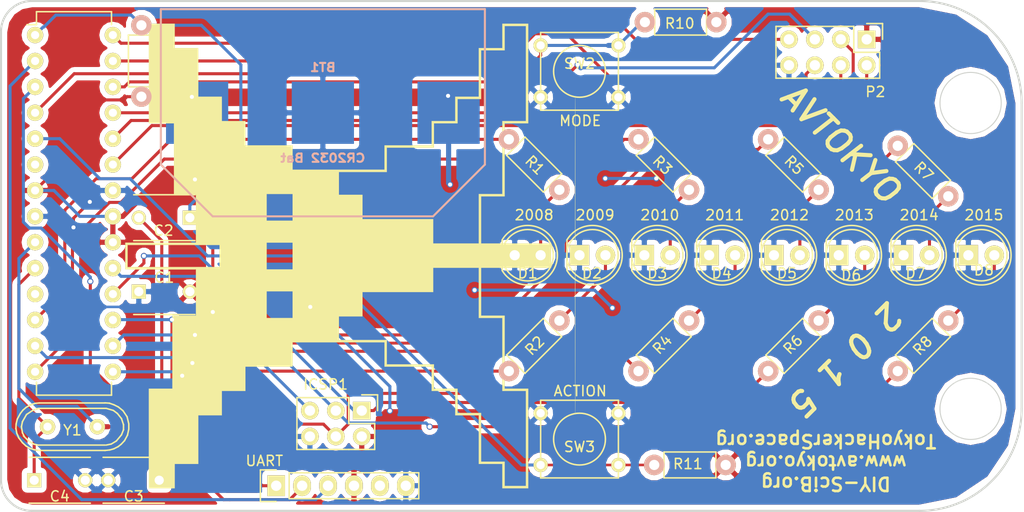
<source format=kicad_pcb>
(kicad_pcb (version 4) (host pcbnew "(2015-08-30 BZR 6134, Git 4e94d52)-product")

  (general
    (links 72)
    (no_connects 0)
    (area 49.899999 49.899999 150.100001 100.100001)
    (thickness 1.6)
    (drawings 13)
    (tracks 259)
    (zones 0)
    (modules 32)
    (nets 33)
  )

  (page A4)
  (layers
    (0 F.Cu signal)
    (31 B.Cu signal)
    (32 B.Adhes user)
    (33 F.Adhes user)
    (34 B.Paste user)
    (35 F.Paste user)
    (36 B.SilkS user)
    (37 F.SilkS user)
    (38 B.Mask user)
    (39 F.Mask user)
    (40 Dwgs.User user)
    (41 Cmts.User user)
    (42 Eco1.User user)
    (43 Eco2.User user)
    (44 Edge.Cuts user)
    (45 Margin user)
    (46 B.CrtYd user)
    (47 F.CrtYd user)
    (48 B.Fab user)
    (49 F.Fab user)
  )

  (setup
    (last_trace_width 0.25)
    (user_trace_width 0.3)
    (user_trace_width 0.5)
    (user_trace_width 0.75)
    (user_trace_width 1)
    (user_trace_width 1.54)
    (user_trace_width 2)
    (trace_clearance 0.2)
    (zone_clearance 0.508)
    (zone_45_only no)
    (trace_min 0.2)
    (segment_width 0.2)
    (edge_width 0.2)
    (via_size 0.6)
    (via_drill 0.4)
    (via_min_size 0.4)
    (via_min_drill 0.3)
    (user_via 0.8 0.54)
    (user_via 1 0.75)
    (user_via 1.4 1)
    (uvia_size 0.3)
    (uvia_drill 0.1)
    (uvias_allowed no)
    (uvia_min_size 0.2)
    (uvia_min_drill 0.1)
    (pcb_text_width 0.3)
    (pcb_text_size 1.5 1.5)
    (mod_edge_width 0.15)
    (mod_text_size 1 1)
    (mod_text_width 0.15)
    (pad_size 2 2)
    (pad_drill 1.00076)
    (pad_to_mask_clearance 0.2)
    (aux_axis_origin 0 0)
    (visible_elements 7FFFFFFF)
    (pcbplotparams
      (layerselection 0x010f0_80000001)
      (usegerberextensions false)
      (excludeedgelayer true)
      (linewidth 0.100000)
      (plotframeref false)
      (viasonmask false)
      (mode 1)
      (useauxorigin false)
      (hpglpennumber 1)
      (hpglpenspeed 20)
      (hpglpendiameter 15)
      (hpglpenoverlay 2)
      (psnegative false)
      (psa4output false)
      (plotreference true)
      (plotvalue true)
      (plotinvisibletext false)
      (padsonsilk false)
      (subtractmaskfromsilk false)
      (outputformat 1)
      (mirror false)
      (drillshape 0)
      (scaleselection 1)
      (outputdirectory gerbers/))
  )

  (net 0 "")
  (net 1 GND)
  (net 2 D2)
  (net 3 VCC)
  (net 4 RESET)
  (net 5 DTR)
  (net 6 "Net-(C3-Pad1)")
  (net 7 "Net-(C4-Pad1)")
  (net 8 "Net-(D1-Pad2)")
  (net 9 "Net-(D2-Pad2)")
  (net 10 "Net-(D3-Pad2)")
  (net 11 "Net-(D4-Pad2)")
  (net 12 "Net-(D5-Pad2)")
  (net 13 "Net-(D6-Pad2)")
  (net 14 "Net-(D7-Pad2)")
  (net 15 "Net-(D8-Pad2)")
  (net 16 RXD)
  (net 17 TXD)
  (net 18 D3)
  (net 19 D6)
  (net 20 D7)
  (net 21 D8)
  (net 22 D9)
  (net 23 D10)
  (net 24 D11)
  (net 25 D12)
  (net 26 D13)
  (net 27 A0)
  (net 28 A1)
  (net 29 A2)
  (net 30 A3)
  (net 31 A4)
  (net 32 A5)

  (net_class Default "This is the default net class."
    (clearance 0.2)
    (trace_width 0.25)
    (via_dia 0.6)
    (via_drill 0.4)
    (uvia_dia 0.3)
    (uvia_drill 0.1)
    (add_net A0)
    (add_net A1)
    (add_net A2)
    (add_net A3)
    (add_net A4)
    (add_net A5)
    (add_net D10)
    (add_net D11)
    (add_net D12)
    (add_net D13)
    (add_net D2)
    (add_net D3)
    (add_net D6)
    (add_net D7)
    (add_net D8)
    (add_net D9)
    (add_net DTR)
    (add_net GND)
    (add_net "Net-(C3-Pad1)")
    (add_net "Net-(C4-Pad1)")
    (add_net "Net-(D1-Pad2)")
    (add_net "Net-(D2-Pad2)")
    (add_net "Net-(D3-Pad2)")
    (add_net "Net-(D4-Pad2)")
    (add_net "Net-(D5-Pad2)")
    (add_net "Net-(D6-Pad2)")
    (add_net "Net-(D7-Pad2)")
    (add_net "Net-(D8-Pad2)")
    (add_net RESET)
    (add_net RXD)
    (add_net TXD)
    (add_net VCC)
  )

  (module AVTokyo:AVTLogo2 (layer F.Cu) (tedit 0) (tstamp 561E790F)
    (at 83.185 74.93 270)
    (fp_text reference G*** (at 0 0 270) (layer F.SilkS) hide
      (effects (font (thickness 0.3)))
    )
    (fp_text value LOGO (at 0.75 0 270) (layer F.SilkS) hide
      (effects (font (thickness 0.3)))
    )
    (fp_poly (pts (xy 1.231515 -13.854546) (xy 5.926667 -13.854546) (xy 5.926667 -16.163637) (xy 13.084849 -16.163637)
      (xy 13.084849 -18.472728) (xy 22.86 -18.472728) (xy 22.86 -15.932728) (xy 20.473939 -15.932728)
      (xy 20.473939 -13.623637) (xy 15.701818 -13.623637) (xy 15.701818 -11.314546) (xy 13.315758 -11.314546)
      (xy 13.315758 -9.005455) (xy 10.929697 -9.005455) (xy 10.929697 -4.387273) (xy 8.543636 -4.387273)
      (xy 8.543636 4.618181) (xy 10.929697 4.618181) (xy 10.929697 9.236363) (xy 13.315758 9.236363)
      (xy 13.315758 11.545454) (xy 15.701818 11.545454) (xy 15.701818 13.854545) (xy 20.473939 13.854545)
      (xy 20.473939 16.163636) (xy 22.86 16.163636) (xy 22.86 18.703636) (xy 13.084849 18.703636)
      (xy 13.084849 16.394545) (xy 5.926667 16.394545) (xy 5.926667 14.085454) (xy 1.385455 14.085454)
      (xy 1.385455 21.012727) (xy -1.231515 21.012727) (xy -1.231515 14.085454) (xy -5.926667 14.085454)
      (xy -5.926667 16.240606) (xy -12.930909 16.240606) (xy -12.930909 18.703636) (xy -22.706061 18.703636)
      (xy -22.706061 16.163636) (xy -20.32 16.163636) (xy -20.32 13.854545) (xy -15.547879 13.854545)
      (xy -15.547879 11.776363) (xy -1.000606 11.776363) (xy -1.000606 20.781818) (xy 1.154545 20.781818)
      (xy 1.154545 11.776363) (xy -1.000606 11.776363) (xy -15.547879 11.776363) (xy -15.547879 11.545454)
      (xy -13.161818 11.545454) (xy -13.161818 9.236363) (xy -10.775758 9.236363) (xy -10.775758 4.618181)
      (xy -8.389697 4.618181) (xy -6.003636 4.618181) (xy -6.003636 7.158181) (xy -3.386667 7.158181)
      (xy -3.386667 4.618181) (xy -1.231515 4.618181) (xy -1.231515 7.158181) (xy 1.385455 7.158181)
      (xy 1.385455 4.618181) (xy 3.540606 4.618181) (xy 3.540606 7.158181) (xy 6.157576 7.158181)
      (xy 6.157576 4.618181) (xy 3.540606 4.618181) (xy 1.385455 4.618181) (xy -1.231515 4.618181)
      (xy -3.386667 4.618181) (xy -6.003636 4.618181) (xy -8.389697 4.618181) (xy -8.389697 -4.387273)
      (xy -10.775758 -4.387273) (xy -10.775758 -9.005455) (xy -13.161818 -9.005455) (xy -13.161818 -11.314546)
      (xy -15.547879 -11.314546) (xy -15.547879 -13.623637) (xy -20.32 -13.623637) (xy -20.32 -15.932728)
      (xy -22.706061 -15.932728) (xy -22.706061 -18.241819) (xy -22.475151 -18.241819) (xy -22.475151 -16.163637)
      (xy -20.089091 -16.163637) (xy -20.089091 -13.854546) (xy -15.31697 -13.854546) (xy -15.31697 -11.545455)
      (xy -12.930909 -11.545455) (xy -12.930909 -9.236364) (xy -10.544848 -9.236364) (xy -10.544848 -4.618182)
      (xy -8.158788 -4.618182) (xy -8.158788 0.076969) (xy -5.926667 0.076969) (xy -5.926667 -2.232122)
      (xy -3.540606 -2.232122) (xy -3.540606 -9.159394) (xy -1.154545 -9.159394) (xy -1.154545 -13.623637)
      (xy 1.231515 -13.623637) (xy 1.231515 -9.159394) (xy 3.617576 -9.159394) (xy 3.617576 -2.232122)
      (xy 6.003636 -2.232122) (xy 6.003636 0.076969) (xy 8.312727 0.076969) (xy 8.312727 -4.618182)
      (xy 10.698788 -4.618182) (xy 10.698788 -9.236364) (xy 13.084849 -9.236364) (xy 13.084849 -11.545455)
      (xy 15.470909 -11.545455) (xy 15.470909 -13.854546) (xy 20.24303 -13.854546) (xy 20.24303 -16.163637)
      (xy 22.629091 -16.163637) (xy 22.629091 -18.241819) (xy 13.315758 -18.241819) (xy 13.315758 -15.932728)
      (xy 6.157576 -15.932728) (xy 6.157576 -13.623637) (xy 1.231515 -13.623637) (xy -1.154545 -13.623637)
      (xy -6.003636 -13.623637) (xy -6.003636 -15.932728) (xy -13.161818 -15.932728) (xy -13.161818 -18.241819)
      (xy -22.475151 -18.241819) (xy -22.706061 -18.241819) (xy -22.706061 -18.472728) (xy -12.930909 -18.472728)
      (xy -12.930909 -16.163637) (xy -5.772727 -16.163637) (xy -5.772727 -13.854546) (xy -1.154545 -13.854546)
      (xy -1.154545 -20.704849) (xy 1.231515 -20.704849) (xy 1.231515 -13.854546)) (layer F.SilkS) (width 0.01))
    (fp_poly (pts (xy 3.038559 -23.079387) (xy 5.076388 -23.078639) (xy 7.05619 -23.077511) (xy 8.954413 -23.076003)
      (xy 10.747507 -23.074114) (xy 12.411919 -23.071845) (xy 12.526818 -23.071665) (xy 13.385668 -23.070207)
      (xy 14.093017 -23.068776) (xy 14.651304 -23.067377) (xy 15.062966 -23.066014) (xy 15.330442 -23.06469)
      (xy 15.45617 -23.06341) (xy 15.442589 -23.062177) (xy 15.292138 -23.060996) (xy 15.007253 -23.059869)
      (xy 14.590375 -23.0588) (xy 14.043941 -23.057795) (xy 13.370389 -23.056856) (xy 12.572158 -23.055987)
      (xy 11.651686 -23.055192) (xy 10.611412 -23.054475) (xy 9.453773 -23.053839) (xy 8.181209 -23.05329)
      (xy 6.796158 -23.05283) (xy 5.301057 -23.052463) (xy 3.698346 -23.052193) (xy 1.990463 -23.052024)
      (xy 0.179845 -23.05196) (xy 0 -23.051959) (xy -1.82039 -23.052013) (xy -3.538281 -23.052172)
      (xy -5.151235 -23.052432) (xy -6.656813 -23.05279) (xy -8.052577 -23.053241) (xy -9.336089 -23.053783)
      (xy -10.50491 -23.05441) (xy -11.556602 -23.055119) (xy -12.488727 -23.055907) (xy -13.298846 -23.056769)
      (xy -13.98452 -23.057701) (xy -14.543312 -23.058701) (xy -14.972784 -23.059763) (xy -15.270496 -23.060884)
      (xy -15.43401 -23.062061) (xy -15.460889 -23.063289) (xy -15.348693 -23.064565) (xy -15.094985 -23.065885)
      (xy -14.697326 -23.067244) (xy -14.153277 -23.06864) (xy -13.460401 -23.070068) (xy -12.616259 -23.071524)
      (xy -12.526818 -23.071665) (xy -10.872639 -23.073963) (xy -9.088073 -23.075879) (xy -7.196671 -23.077415)
      (xy -5.221986 -23.07857) (xy -3.187568 -23.079345) (xy -1.11697 -23.07974) (xy 0.966256 -23.079753)
      (xy 3.038559 -23.079387)) (layer F.SilkS) (width 0.01))
  )

  (module Housings_DIP:DIP-28_W7.62mm (layer F.Cu) (tedit 5624E33D) (tstamp 561E802A)
    (at 53.34 53.34)
    (descr "28-lead dip package, row spacing 7.62 mm (300 mils)")
    (tags "dil dip 2.54 300")
    (path /56113C13)
    (fp_text reference IC1 (at 3.16 13.41) (layer F.Fab)
      (effects (font (size 1 1) (thickness 0.15)))
    )
    (fp_text value ATMEGA328-P (at 2.54 3.81 90) (layer F.Fab)
      (effects (font (size 1 1) (thickness 0.15)))
    )
    (fp_line (start -1.05 -2.45) (end -1.05 35.5) (layer F.CrtYd) (width 0.05))
    (fp_line (start 8.65 -2.45) (end 8.65 35.5) (layer F.CrtYd) (width 0.05))
    (fp_line (start -1.05 -2.45) (end 8.65 -2.45) (layer F.CrtYd) (width 0.05))
    (fp_line (start -1.05 35.5) (end 8.65 35.5) (layer F.CrtYd) (width 0.05))
    (fp_line (start 0.135 -2.295) (end 0.135 -1.025) (layer F.SilkS) (width 0.15))
    (fp_line (start 7.485 -2.295) (end 7.485 -1.025) (layer F.SilkS) (width 0.15))
    (fp_line (start 7.485 35.315) (end 7.485 34.045) (layer F.SilkS) (width 0.15))
    (fp_line (start 0.135 35.315) (end 0.135 34.045) (layer F.SilkS) (width 0.15))
    (fp_line (start 0.135 -2.295) (end 7.485 -2.295) (layer F.SilkS) (width 0.15))
    (fp_line (start 0.135 35.315) (end 7.485 35.315) (layer F.SilkS) (width 0.15))
    (fp_line (start 0.135 -1.025) (end -0.8 -1.025) (layer F.SilkS) (width 0.15))
    (pad 1 thru_hole oval (at 0 0) (size 1.6 1.6) (drill 0.8) (layers *.Cu *.Mask F.SilkS)
      (net 4 RESET))
    (pad 2 thru_hole oval (at 0 2.54) (size 1.6 1.6) (drill 0.8) (layers *.Cu *.Mask F.SilkS)
      (net 16 RXD))
    (pad 3 thru_hole oval (at 0 5.08) (size 1.6 1.6) (drill 0.8) (layers *.Cu *.Mask F.SilkS)
      (net 17 TXD))
    (pad 4 thru_hole oval (at 0 7.62) (size 1.6 1.6) (drill 0.8) (layers *.Cu *.Mask F.SilkS)
      (net 2 D2))
    (pad 5 thru_hole oval (at 0 10.16) (size 1.6 1.6) (drill 0.8) (layers *.Cu *.Mask F.SilkS)
      (net 18 D3))
    (pad 6 thru_hole oval (at 0 12.7) (size 1.6 1.6) (drill 0.8) (layers *.Cu *.Mask F.SilkS))
    (pad 7 thru_hole oval (at 0 15.24) (size 1.6 1.6) (drill 0.8) (layers *.Cu *.Mask F.SilkS)
      (net 3 VCC))
    (pad 8 thru_hole oval (at 0 17.78) (size 1.6 1.6) (drill 0.8) (layers *.Cu *.Mask F.SilkS)
      (net 1 GND))
    (pad 9 thru_hole oval (at 0 20.32) (size 1.6 1.6) (drill 0.8) (layers *.Cu *.Mask F.SilkS)
      (net 6 "Net-(C3-Pad1)"))
    (pad 10 thru_hole oval (at 0 22.86) (size 1.6 1.6) (drill 0.8) (layers *.Cu *.Mask F.SilkS)
      (net 7 "Net-(C4-Pad1)"))
    (pad 11 thru_hole oval (at 0 25.4) (size 1.6 1.6) (drill 0.8) (layers *.Cu *.Mask F.SilkS))
    (pad 12 thru_hole oval (at 0 27.94) (size 1.6 1.6) (drill 0.8) (layers *.Cu *.Mask F.SilkS)
      (net 19 D6))
    (pad 13 thru_hole oval (at 0 30.48) (size 1.6 1.6) (drill 0.8) (layers *.Cu *.Mask F.SilkS)
      (net 20 D7))
    (pad 14 thru_hole oval (at 0 33.02) (size 1.6 1.6) (drill 0.8) (layers *.Cu *.Mask F.SilkS)
      (net 21 D8))
    (pad 15 thru_hole oval (at 7.62 33.02) (size 1.6 1.6) (drill 0.8) (layers *.Cu *.Mask F.SilkS)
      (net 22 D9))
    (pad 16 thru_hole oval (at 7.62 30.48) (size 1.6 1.6) (drill 0.8) (layers *.Cu *.Mask F.SilkS)
      (net 23 D10))
    (pad 17 thru_hole oval (at 7.62 27.94) (size 1.6 1.6) (drill 0.8) (layers *.Cu *.Mask F.SilkS)
      (net 24 D11))
    (pad 18 thru_hole oval (at 7.62 25.4) (size 1.6 1.6) (drill 0.8) (layers *.Cu *.Mask F.SilkS)
      (net 25 D12))
    (pad 19 thru_hole oval (at 7.62 22.86) (size 1.6 1.6) (drill 0.8) (layers *.Cu *.Mask F.SilkS)
      (net 26 D13))
    (pad 20 thru_hole oval (at 7.62 20.32) (size 1.6 1.6) (drill 0.8) (layers *.Cu *.Mask F.SilkS)
      (net 3 VCC))
    (pad 21 thru_hole oval (at 7.62 17.78) (size 1.6 1.6) (drill 0.8) (layers *.Cu *.Mask F.SilkS)
      (net 3 VCC))
    (pad 22 thru_hole oval (at 7.62 15.24) (size 1.6 1.6) (drill 0.8) (layers *.Cu *.Mask F.SilkS)
      (net 1 GND))
    (pad 23 thru_hole oval (at 7.62 12.7) (size 1.6 1.6) (drill 0.8) (layers *.Cu *.Mask F.SilkS)
      (net 27 A0))
    (pad 24 thru_hole oval (at 7.62 10.16) (size 1.6 1.6) (drill 0.8) (layers *.Cu *.Mask F.SilkS)
      (net 28 A1))
    (pad 25 thru_hole oval (at 7.62 7.62) (size 1.6 1.6) (drill 0.8) (layers *.Cu *.Mask F.SilkS)
      (net 29 A2))
    (pad 26 thru_hole oval (at 7.62 5.08) (size 1.6 1.6) (drill 0.8) (layers *.Cu *.Mask F.SilkS)
      (net 30 A3))
    (pad 27 thru_hole oval (at 7.62 2.54) (size 1.6 1.6) (drill 0.8) (layers *.Cu *.Mask F.SilkS)
      (net 31 A4))
    (pad 28 thru_hole oval (at 7.62 0) (size 1.6 1.6) (drill 0.8) (layers *.Cu *.Mask F.SilkS)
      (net 32 A5))
    (model Housings_DIP.3dshapes/DIP-28_W7.62mm.wrl
      (at (xyz 0 0 0))
      (scale (xyz 1 1 1))
      (rotate (xyz 0 0 0))
    )
  )

  (module LEDs:LED-5MM (layer F.Cu) (tedit 562526CF) (tstamp 5623AFEE)
    (at 100.33 74.93)
    (descr "LED 5mm round vertical")
    (tags "LED 5mm round vertical")
    (path /5610F6A3)
    (fp_text reference D1 (at 1.27 1.77) (layer F.SilkS)
      (effects (font (size 1 1) (thickness 0.15)))
    )
    (fp_text value " 2008" (at 1.524 -3.937) (layer F.SilkS)
      (effects (font (size 1 1) (thickness 0.15)))
    )
    (fp_line (start -1.5 -1.55) (end -1.5 1.55) (layer F.CrtYd) (width 0.05))
    (fp_arc (start 1.3 0) (end -1.5 1.55) (angle -302) (layer F.CrtYd) (width 0.05))
    (fp_arc (start 1.27 0) (end -1.23 -1.5) (angle 297.5) (layer F.SilkS) (width 0.15))
    (fp_line (start -1.23 1.5) (end -1.23 -1.5) (layer F.SilkS) (width 0.15))
    (fp_circle (center 1.27 0) (end 0.97 -2.5) (layer F.SilkS) (width 0.15))
    (fp_text user "" (at -1.83 1.67) (layer F.SilkS)
      (effects (font (size 1 1) (thickness 0.15)))
    )
    (pad 1 thru_hole rect (at 0 0 90) (size 2 1.9) (drill 1.00076) (layers *.Cu *.Mask F.SilkS)
      (net 1 GND))
    (pad 2 thru_hole circle (at 2.54 0) (size 1.9 1.9) (drill 1.00076) (layers *.Cu *.Mask F.SilkS)
      (net 8 "Net-(D1-Pad2)"))
    (model LEDs.3dshapes/LED-5MM.wrl
      (at (xyz 0.05 0 0))
      (scale (xyz 1 1 1))
      (rotate (xyz 0 0 90))
    )
  )

  (module LEDs:LED-5MM (layer F.Cu) (tedit 562526D6) (tstamp 5623AFF4)
    (at 106.68 74.93)
    (descr "LED 5mm round vertical")
    (tags "LED 5mm round vertical")
    (path /5610F71D)
    (fp_text reference D2 (at 1.22 1.77) (layer F.SilkS)
      (effects (font (size 1 1) (thickness 0.15)))
    )
    (fp_text value 2009 (at 1.524 -3.937) (layer F.SilkS)
      (effects (font (size 1 1) (thickness 0.15)))
    )
    (fp_line (start -1.5 -1.55) (end -1.5 1.55) (layer F.CrtYd) (width 0.05))
    (fp_arc (start 1.3 0) (end -1.5 1.55) (angle -302) (layer F.CrtYd) (width 0.05))
    (fp_arc (start 1.27 0) (end -1.23 -1.5) (angle 297.5) (layer F.SilkS) (width 0.15))
    (fp_line (start -1.23 1.5) (end -1.23 -1.5) (layer F.SilkS) (width 0.15))
    (fp_circle (center 1.27 0) (end 0.97 -2.5) (layer F.SilkS) (width 0.15))
    (fp_text user "" (at -1.905 1.905) (layer F.SilkS)
      (effects (font (size 1 1) (thickness 0.15)))
    )
    (pad 1 thru_hole rect (at 0 0 90) (size 2 1.9) (drill 1.00076) (layers *.Cu *.Mask F.SilkS)
      (net 1 GND))
    (pad 2 thru_hole circle (at 2.54 0) (size 1.9 1.9) (drill 1.00076) (layers *.Cu *.Mask F.SilkS)
      (net 9 "Net-(D2-Pad2)"))
    (model LEDs.3dshapes/LED-5MM.wrl
      (at (xyz 0.05 0 0))
      (scale (xyz 1 1 1))
      (rotate (xyz 0 0 90))
    )
  )

  (module LEDs:LED-5MM (layer F.Cu) (tedit 562526E1) (tstamp 5623AFF5)
    (at 113.03 74.93)
    (descr "LED 5mm round vertical")
    (tags "LED 5mm round vertical")
    (path /5610F75C)
    (fp_text reference D3 (at 1.27 1.77) (layer F.SilkS)
      (effects (font (size 1 1) (thickness 0.15)))
    )
    (fp_text value 2010 (at 1.524 -3.937) (layer F.SilkS)
      (effects (font (size 1 1) (thickness 0.15)))
    )
    (fp_line (start -1.5 -1.55) (end -1.5 1.55) (layer F.CrtYd) (width 0.05))
    (fp_arc (start 1.3 0) (end -1.5 1.55) (angle -302) (layer F.CrtYd) (width 0.05))
    (fp_arc (start 1.27 0) (end -1.23 -1.5) (angle 297.5) (layer F.SilkS) (width 0.15))
    (fp_line (start -1.23 1.5) (end -1.23 -1.5) (layer F.SilkS) (width 0.15))
    (fp_circle (center 1.27 0) (end 0.97 -2.5) (layer F.SilkS) (width 0.15))
    (fp_text user "" (at -1.905 1.905) (layer F.SilkS)
      (effects (font (size 1 1) (thickness 0.15)))
    )
    (pad 1 thru_hole rect (at 0 0 90) (size 2 1.9) (drill 1.00076) (layers *.Cu *.Mask F.SilkS)
      (net 1 GND))
    (pad 2 thru_hole circle (at 2.54 0) (size 1.9 1.9) (drill 1.00076) (layers *.Cu *.Mask F.SilkS)
      (net 10 "Net-(D3-Pad2)"))
    (model LEDs.3dshapes/LED-5MM.wrl
      (at (xyz 0.05 0 0))
      (scale (xyz 1 1 1))
      (rotate (xyz 0 0 90))
    )
  )

  (module LEDs:LED-5MM (layer F.Cu) (tedit 562526E8) (tstamp 5623AFFA)
    (at 119.38 74.93)
    (descr "LED 5mm round vertical")
    (tags "LED 5mm round vertical")
    (path /5610F78D)
    (fp_text reference D4 (at 1.22 1.77) (layer F.SilkS)
      (effects (font (size 1 1) (thickness 0.15)))
    )
    (fp_text value 2011 (at 1.524 -3.937) (layer F.SilkS)
      (effects (font (size 1 1) (thickness 0.15)))
    )
    (fp_line (start -1.5 -1.55) (end -1.5 1.55) (layer F.CrtYd) (width 0.05))
    (fp_arc (start 1.3 0) (end -1.5 1.55) (angle -302) (layer F.CrtYd) (width 0.05))
    (fp_arc (start 1.27 0) (end -1.23 -1.5) (angle 297.5) (layer F.SilkS) (width 0.15))
    (fp_line (start -1.23 1.5) (end -1.23 -1.5) (layer F.SilkS) (width 0.15))
    (fp_circle (center 1.27 0) (end 0.97 -2.5) (layer F.SilkS) (width 0.15))
    (fp_text user "" (at -1.905 1.905) (layer F.SilkS)
      (effects (font (size 1 1) (thickness 0.15)))
    )
    (pad 1 thru_hole rect (at 0 0 90) (size 2 1.9) (drill 1.00076) (layers *.Cu *.Mask F.SilkS)
      (net 1 GND))
    (pad 2 thru_hole circle (at 2.54 0) (size 1.9 1.9) (drill 1.00076) (layers *.Cu *.Mask F.SilkS)
      (net 11 "Net-(D4-Pad2)"))
    (model LEDs.3dshapes/LED-5MM.wrl
      (at (xyz 0.05 0 0))
      (scale (xyz 1 1 1))
      (rotate (xyz 0 0 90))
    )
  )

  (module LEDs:LED-5MM (layer F.Cu) (tedit 562526ED) (tstamp 5623AFFF)
    (at 125.73 74.93)
    (descr "LED 5mm round vertical")
    (tags "LED 5mm round vertical")
    (path /5610F7E2)
    (fp_text reference D5 (at 1.27 1.77) (layer F.SilkS)
      (effects (font (size 1 1) (thickness 0.15)))
    )
    (fp_text value 2012 (at 1.524 -3.937) (layer F.SilkS)
      (effects (font (size 1 1) (thickness 0.15)))
    )
    (fp_line (start -1.5 -1.55) (end -1.5 1.55) (layer F.CrtYd) (width 0.05))
    (fp_arc (start 1.3 0) (end -1.5 1.55) (angle -302) (layer F.CrtYd) (width 0.05))
    (fp_arc (start 1.27 0) (end -1.23 -1.5) (angle 297.5) (layer F.SilkS) (width 0.15))
    (fp_line (start -1.23 1.5) (end -1.23 -1.5) (layer F.SilkS) (width 0.15))
    (fp_circle (center 1.27 0) (end 0.97 -2.5) (layer F.SilkS) (width 0.15))
    (fp_text user "" (at -1.905 1.905) (layer F.SilkS)
      (effects (font (size 1 1) (thickness 0.15)))
    )
    (pad 1 thru_hole rect (at 0 0 90) (size 2 1.9) (drill 1.00076) (layers *.Cu *.Mask F.SilkS)
      (net 1 GND))
    (pad 2 thru_hole circle (at 2.54 0) (size 1.9 1.9) (drill 1.00076) (layers *.Cu *.Mask F.SilkS)
      (net 12 "Net-(D5-Pad2)"))
    (model LEDs.3dshapes/LED-5MM.wrl
      (at (xyz 0.05 0 0))
      (scale (xyz 1 1 1))
      (rotate (xyz 0 0 90))
    )
  )

  (module LEDs:LED-5MM (layer F.Cu) (tedit 562526F4) (tstamp 5623B004)
    (at 132.08 74.93)
    (descr "LED 5mm round vertical")
    (tags "LED 5mm round vertical")
    (path /5610F81B)
    (fp_text reference D6 (at 1.22 1.97) (layer F.SilkS)
      (effects (font (size 1 1) (thickness 0.15)))
    )
    (fp_text value 2013 (at 1.524 -3.937) (layer F.SilkS)
      (effects (font (size 1 1) (thickness 0.15)))
    )
    (fp_line (start -1.5 -1.55) (end -1.5 1.55) (layer F.CrtYd) (width 0.05))
    (fp_arc (start 1.3 0) (end -1.5 1.55) (angle -302) (layer F.CrtYd) (width 0.05))
    (fp_arc (start 1.27 0) (end -1.23 -1.5) (angle 297.5) (layer F.SilkS) (width 0.15))
    (fp_line (start -1.23 1.5) (end -1.23 -1.5) (layer F.SilkS) (width 0.15))
    (fp_circle (center 1.27 0) (end 0.97 -2.5) (layer F.SilkS) (width 0.15))
    (fp_text user "" (at -1.905 1.905) (layer F.SilkS)
      (effects (font (size 1 1) (thickness 0.15)))
    )
    (pad 1 thru_hole rect (at 0 0 90) (size 2 1.9) (drill 1.00076) (layers *.Cu *.Mask F.SilkS)
      (net 1 GND))
    (pad 2 thru_hole circle (at 2.54 0) (size 1.9 1.9) (drill 1.00076) (layers *.Cu *.Mask F.SilkS)
      (net 13 "Net-(D6-Pad2)"))
    (model LEDs.3dshapes/LED-5MM.wrl
      (at (xyz 0.05 0 0))
      (scale (xyz 1 1 1))
      (rotate (xyz 0 0 90))
    )
  )

  (module LEDs:LED-5MM (layer F.Cu) (tedit 562526F8) (tstamp 5623B009)
    (at 138.43 74.93)
    (descr "LED 5mm round vertical")
    (tags "LED 5mm round vertical")
    (path /5610F858)
    (fp_text reference D7 (at 1.17 1.77) (layer F.SilkS)
      (effects (font (size 1 1) (thickness 0.15)))
    )
    (fp_text value 2014 (at 1.524 -3.937) (layer F.SilkS)
      (effects (font (size 1 1) (thickness 0.15)))
    )
    (fp_line (start -1.5 -1.55) (end -1.5 1.55) (layer F.CrtYd) (width 0.05))
    (fp_arc (start 1.3 0) (end -1.5 1.55) (angle -302) (layer F.CrtYd) (width 0.05))
    (fp_arc (start 1.27 0) (end -1.23 -1.5) (angle 297.5) (layer F.SilkS) (width 0.15))
    (fp_line (start -1.23 1.5) (end -1.23 -1.5) (layer F.SilkS) (width 0.15))
    (fp_circle (center 1.27 0) (end 0.97 -2.5) (layer F.SilkS) (width 0.15))
    (fp_text user "" (at -1.905 1.905) (layer F.SilkS)
      (effects (font (size 1 1) (thickness 0.15)))
    )
    (pad 1 thru_hole rect (at 0 0 90) (size 2 1.9) (drill 1.00076) (layers *.Cu *.Mask F.SilkS)
      (net 1 GND))
    (pad 2 thru_hole circle (at 2.54 0) (size 1.9 1.9) (drill 1.00076) (layers *.Cu *.Mask F.SilkS)
      (net 14 "Net-(D7-Pad2)"))
    (model LEDs.3dshapes/LED-5MM.wrl
      (at (xyz 0.05 0 0))
      (scale (xyz 1 1 1))
      (rotate (xyz 0 0 90))
    )
  )

  (module LEDs:LED-5MM (layer F.Cu) (tedit 562526FE) (tstamp 5623B00E)
    (at 144.78 74.93)
    (descr "LED 5mm round vertical")
    (tags "LED 5mm round vertical")
    (path /5610F899)
    (fp_text reference D8 (at 1.52 1.47) (layer F.SilkS)
      (effects (font (size 1 1) (thickness 0.15)))
    )
    (fp_text value 2015 (at 1.524 -3.937) (layer F.SilkS)
      (effects (font (size 1 1) (thickness 0.15)))
    )
    (fp_line (start -1.5 -1.55) (end -1.5 1.55) (layer F.CrtYd) (width 0.05))
    (fp_arc (start 1.3 0) (end -1.5 1.55) (angle -302) (layer F.CrtYd) (width 0.05))
    (fp_arc (start 1.27 0) (end -1.23 -1.5) (angle 297.5) (layer F.SilkS) (width 0.15))
    (fp_line (start -1.23 1.5) (end -1.23 -1.5) (layer F.SilkS) (width 0.15))
    (fp_circle (center 1.27 0) (end 0.97 -2.5) (layer F.SilkS) (width 0.15))
    (fp_text user "" (at -1.905 1.905) (layer F.SilkS)
      (effects (font (size 1 1) (thickness 0.15)))
    )
    (pad 1 thru_hole rect (at 0 0 90) (size 2 1.9) (drill 1.00076) (layers *.Cu *.Mask F.SilkS)
      (net 1 GND))
    (pad 2 thru_hole circle (at 2.54 0) (size 1.9 1.9) (drill 1.00076) (layers *.Cu *.Mask F.SilkS)
      (net 15 "Net-(D8-Pad2)"))
    (model LEDs.3dshapes/LED-5MM.wrl
      (at (xyz 0.05 0 0))
      (scale (xyz 1 1 1))
      (rotate (xyz 0 0 90))
    )
  )

  (module Pin_Headers:Pin_Header_Straight_2x03 (layer F.Cu) (tedit 562525BD) (tstamp 5623B01C)
    (at 85.344 90.17 270)
    (descr "Through hole pin header")
    (tags "pin header")
    (path /56121C63)
    (fp_text reference ICSP1 (at -2.57 3.544 360) (layer F.SilkS)
      (effects (font (size 1 1) (thickness 0.15)))
    )
    (fp_text value " " (at 0 -3.1 270) (layer F.Fab)
      (effects (font (size 1 1) (thickness 0.15)))
    )
    (fp_line (start -1.27 1.27) (end -1.27 6.35) (layer F.SilkS) (width 0.15))
    (fp_line (start -1.55 -1.55) (end 0 -1.55) (layer F.SilkS) (width 0.15))
    (fp_line (start -1.75 -1.75) (end -1.75 6.85) (layer F.CrtYd) (width 0.05))
    (fp_line (start 4.3 -1.75) (end 4.3 6.85) (layer F.CrtYd) (width 0.05))
    (fp_line (start -1.75 -1.75) (end 4.3 -1.75) (layer F.CrtYd) (width 0.05))
    (fp_line (start -1.75 6.85) (end 4.3 6.85) (layer F.CrtYd) (width 0.05))
    (fp_line (start 1.27 -1.27) (end 1.27 1.27) (layer F.SilkS) (width 0.15))
    (fp_line (start 1.27 1.27) (end -1.27 1.27) (layer F.SilkS) (width 0.15))
    (fp_line (start -1.27 6.35) (end 3.81 6.35) (layer F.SilkS) (width 0.15))
    (fp_line (start 3.81 6.35) (end 3.81 1.27) (layer F.SilkS) (width 0.15))
    (fp_line (start -1.55 -1.55) (end -1.55 0) (layer F.SilkS) (width 0.15))
    (fp_line (start 3.81 -1.27) (end 1.27 -1.27) (layer F.SilkS) (width 0.15))
    (fp_line (start 3.81 1.27) (end 3.81 -1.27) (layer F.SilkS) (width 0.15))
    (pad 1 thru_hole rect (at 0 0 270) (size 1.7272 1.7272) (drill 1.016) (layers *.Cu *.Mask F.SilkS)
      (net 25 D12))
    (pad 2 thru_hole oval (at 2.54 0 270) (size 1.7272 1.7272) (drill 1.016) (layers *.Cu *.Mask F.SilkS)
      (net 3 VCC))
    (pad 3 thru_hole oval (at 0 2.54 270) (size 1.7272 1.7272) (drill 1.016) (layers *.Cu *.Mask F.SilkS)
      (net 26 D13))
    (pad 4 thru_hole oval (at 2.54 2.54 270) (size 1.7272 1.7272) (drill 1.016) (layers *.Cu *.Mask F.SilkS)
      (net 24 D11))
    (pad 5 thru_hole oval (at 0 5.08 270) (size 1.7272 1.7272) (drill 1.016) (layers *.Cu *.Mask F.SilkS)
      (net 4 RESET))
    (pad 6 thru_hole oval (at 2.54 5.08 270) (size 1.7272 1.7272) (drill 1.016) (layers *.Cu *.Mask F.SilkS)
      (net 1 GND))
    (model Pin_Headers.3dshapes/Pin_Header_Straight_2x03.wrl
      (at (xyz 0.05 -0.1 0))
      (scale (xyz 1 1 1))
      (rotate (xyz 0 0 90))
    )
  )

  (module Pin_Headers:Pin_Header_Straight_1x06 (layer F.Cu) (tedit 562525C5) (tstamp 5623B026)
    (at 76.962 97.536 90)
    (descr "Through hole pin header")
    (tags "pin header")
    (path /5611A864)
    (fp_text reference P1 (at 0.286 1.288 90) (layer F.Fab)
      (effects (font (size 1 1) (thickness 0.15)))
    )
    (fp_text value UART (at 2.436 -1.162 180) (layer F.SilkS)
      (effects (font (size 1 1) (thickness 0.15)))
    )
    (fp_line (start -1.75 -1.75) (end -1.75 14.45) (layer F.CrtYd) (width 0.05))
    (fp_line (start 1.75 -1.75) (end 1.75 14.45) (layer F.CrtYd) (width 0.05))
    (fp_line (start -1.75 -1.75) (end 1.75 -1.75) (layer F.CrtYd) (width 0.05))
    (fp_line (start -1.75 14.45) (end 1.75 14.45) (layer F.CrtYd) (width 0.05))
    (fp_line (start 1.27 1.27) (end 1.27 13.97) (layer F.SilkS) (width 0.15))
    (fp_line (start 1.27 13.97) (end -1.27 13.97) (layer F.SilkS) (width 0.15))
    (fp_line (start -1.27 13.97) (end -1.27 1.27) (layer F.SilkS) (width 0.15))
    (fp_line (start 1.55 -1.55) (end 1.55 0) (layer F.SilkS) (width 0.15))
    (fp_line (start 1.27 1.27) (end -1.27 1.27) (layer F.SilkS) (width 0.15))
    (fp_line (start -1.55 0) (end -1.55 -1.55) (layer F.SilkS) (width 0.15))
    (fp_line (start -1.55 -1.55) (end 1.55 -1.55) (layer F.SilkS) (width 0.15))
    (pad 1 thru_hole rect (at 0 0 90) (size 2.032 1.7272) (drill 1.016) (layers *.Cu *.Mask F.SilkS)
      (net 5 DTR))
    (pad 2 thru_hole oval (at 0 2.54 90) (size 2.032 1.7272) (drill 1.016) (layers *.Cu *.Mask F.SilkS)
      (net 17 TXD))
    (pad 3 thru_hole oval (at 0 5.08 90) (size 2.032 1.7272) (drill 1.016) (layers *.Cu *.Mask F.SilkS)
      (net 16 RXD))
    (pad 4 thru_hole oval (at 0 7.62 90) (size 2.032 1.7272) (drill 1.016) (layers *.Cu *.Mask F.SilkS)
      (net 3 VCC))
    (pad 5 thru_hole oval (at 0 10.16 90) (size 2.032 1.7272) (drill 1.016) (layers *.Cu *.Mask F.SilkS))
    (pad 6 thru_hole oval (at 0 12.7 90) (size 2.032 1.7272) (drill 1.016) (layers *.Cu *.Mask F.SilkS)
      (net 1 GND))
    (model Pin_Headers.3dshapes/Pin_Header_Straight_1x06.wrl
      (at (xyz 0 -0.25 0))
      (scale (xyz 1 1 1))
      (rotate (xyz 0 0 90))
    )
  )

  (module Buttons_Switches_ThroughHole:SW_PUSH_SMALL (layer F.Cu) (tedit 5624E38D) (tstamp 5623B091)
    (at 106.68 56.896)
    (path /56240550)
    (fp_text reference SW2 (at 0 -0.762) (layer F.SilkS)
      (effects (font (size 1 1) (thickness 0.15)))
    )
    (fp_text value MODE (at 0.07 4.854) (layer F.SilkS)
      (effects (font (size 1 1) (thickness 0.15)))
    )
    (fp_circle (center 0 0) (end 0 -2.54) (layer F.SilkS) (width 0.15))
    (fp_line (start -3.81 -3.81) (end 3.81 -3.81) (layer F.SilkS) (width 0.15))
    (fp_line (start 3.81 -3.81) (end 3.81 3.81) (layer F.SilkS) (width 0.15))
    (fp_line (start 3.81 3.81) (end -3.81 3.81) (layer F.SilkS) (width 0.15))
    (fp_line (start -3.81 -3.81) (end -3.81 3.81) (layer F.SilkS) (width 0.15))
    (pad 1 thru_hole circle (at 3.81 -2.54) (size 1.397 1.397) (drill 0.8128) (layers *.Cu *.Mask F.SilkS)
      (net 2 D2))
    (pad 2 thru_hole circle (at 3.81 2.54) (size 1.397 1.397) (drill 0.8128) (layers *.Cu *.Mask F.SilkS)
      (net 1 GND))
    (pad 1 thru_hole circle (at -3.81 -2.54) (size 1.397 1.397) (drill 0.8128) (layers *.Cu *.Mask F.SilkS)
      (net 2 D2))
    (pad 2 thru_hole circle (at -3.81 2.54) (size 1.397 1.397) (drill 0.8128) (layers *.Cu *.Mask F.SilkS)
      (net 1 GND))
  )

  (module Buttons_Switches_ThroughHole:SW_PUSH_SMALL (layer F.Cu) (tedit 5624E381) (tstamp 5623B099)
    (at 106.68 92.964 180)
    (path /5624073C)
    (fp_text reference SW3 (at 0 -0.762 180) (layer F.SilkS)
      (effects (font (size 1 1) (thickness 0.15)))
    )
    (fp_text value ACTION (at -0.07 4.714 180) (layer F.SilkS)
      (effects (font (size 1 1) (thickness 0.15)))
    )
    (fp_circle (center 0 0) (end 0 -2.54) (layer F.SilkS) (width 0.15))
    (fp_line (start -3.81 -3.81) (end 3.81 -3.81) (layer F.SilkS) (width 0.15))
    (fp_line (start 3.81 -3.81) (end 3.81 3.81) (layer F.SilkS) (width 0.15))
    (fp_line (start 3.81 3.81) (end -3.81 3.81) (layer F.SilkS) (width 0.15))
    (fp_line (start -3.81 -3.81) (end -3.81 3.81) (layer F.SilkS) (width 0.15))
    (pad 1 thru_hole circle (at 3.81 -2.54 180) (size 1.397 1.397) (drill 0.8128) (layers *.Cu *.Mask F.SilkS)
      (net 18 D3))
    (pad 2 thru_hole circle (at 3.81 2.54 180) (size 1.397 1.397) (drill 0.8128) (layers *.Cu *.Mask F.SilkS)
      (net 1 GND))
    (pad 1 thru_hole circle (at -3.81 -2.54 180) (size 1.397 1.397) (drill 0.8128) (layers *.Cu *.Mask F.SilkS)
      (net 18 D3))
    (pad 2 thru_hole circle (at -3.81 2.54 180) (size 1.397 1.397) (drill 0.8128) (layers *.Cu *.Mask F.SilkS)
      (net 1 GND))
  )

  (module Crystals:Crystal_HC49-U_Vertical (layer F.Cu) (tedit 0) (tstamp 5623B09F)
    (at 57 91.75 180)
    (descr "Crystal, Quarz, HC49/U, vertical, stehend,")
    (tags "Crystal, Quarz, HC49/U, vertical, stehend,")
    (path /5611E69A)
    (fp_text reference Y1 (at 0 -0.345 180) (layer F.SilkS)
      (effects (font (size 1 1) (thickness 0.15)))
    )
    (fp_text value " " (at 0 3.81 180) (layer F.Fab)
      (effects (font (size 1 1) (thickness 0.15)))
    )
    (fp_line (start 4.699 -1.00076) (end 4.89966 -0.59944) (layer F.SilkS) (width 0.15))
    (fp_line (start 4.89966 -0.59944) (end 5.00126 0) (layer F.SilkS) (width 0.15))
    (fp_line (start 5.00126 0) (end 4.89966 0.50038) (layer F.SilkS) (width 0.15))
    (fp_line (start 4.89966 0.50038) (end 4.50088 1.19888) (layer F.SilkS) (width 0.15))
    (fp_line (start 4.50088 1.19888) (end 3.8989 1.6002) (layer F.SilkS) (width 0.15))
    (fp_line (start 3.8989 1.6002) (end 3.29946 1.80086) (layer F.SilkS) (width 0.15))
    (fp_line (start 3.29946 1.80086) (end -3.29946 1.80086) (layer F.SilkS) (width 0.15))
    (fp_line (start -3.29946 1.80086) (end -4.0005 1.6002) (layer F.SilkS) (width 0.15))
    (fp_line (start -4.0005 1.6002) (end -4.39928 1.30048) (layer F.SilkS) (width 0.15))
    (fp_line (start -4.39928 1.30048) (end -4.8006 0.8001) (layer F.SilkS) (width 0.15))
    (fp_line (start -4.8006 0.8001) (end -5.00126 0.20066) (layer F.SilkS) (width 0.15))
    (fp_line (start -5.00126 0.20066) (end -5.00126 -0.29972) (layer F.SilkS) (width 0.15))
    (fp_line (start -5.00126 -0.29972) (end -4.8006 -0.8001) (layer F.SilkS) (width 0.15))
    (fp_line (start -4.8006 -0.8001) (end -4.30022 -1.39954) (layer F.SilkS) (width 0.15))
    (fp_line (start -4.30022 -1.39954) (end -3.79984 -1.69926) (layer F.SilkS) (width 0.15))
    (fp_line (start -3.79984 -1.69926) (end -3.29946 -1.80086) (layer F.SilkS) (width 0.15))
    (fp_line (start -3.2004 -1.80086) (end 3.40106 -1.80086) (layer F.SilkS) (width 0.15))
    (fp_line (start 3.40106 -1.80086) (end 3.79984 -1.69926) (layer F.SilkS) (width 0.15))
    (fp_line (start 3.79984 -1.69926) (end 4.30022 -1.39954) (layer F.SilkS) (width 0.15))
    (fp_line (start 4.30022 -1.39954) (end 4.8006 -0.89916) (layer F.SilkS) (width 0.15))
    (fp_line (start -3.19024 -2.32918) (end -3.64998 -2.28092) (layer F.SilkS) (width 0.15))
    (fp_line (start -3.64998 -2.28092) (end -4.04876 -2.16916) (layer F.SilkS) (width 0.15))
    (fp_line (start -4.04876 -2.16916) (end -4.48056 -1.95072) (layer F.SilkS) (width 0.15))
    (fp_line (start -4.48056 -1.95072) (end -4.77012 -1.71958) (layer F.SilkS) (width 0.15))
    (fp_line (start -4.77012 -1.71958) (end -5.10032 -1.36906) (layer F.SilkS) (width 0.15))
    (fp_line (start -5.10032 -1.36906) (end -5.38988 -0.83058) (layer F.SilkS) (width 0.15))
    (fp_line (start -5.38988 -0.83058) (end -5.51942 -0.23114) (layer F.SilkS) (width 0.15))
    (fp_line (start -5.51942 -0.23114) (end -5.51942 0.2794) (layer F.SilkS) (width 0.15))
    (fp_line (start -5.51942 0.2794) (end -5.34924 0.98044) (layer F.SilkS) (width 0.15))
    (fp_line (start -5.34924 0.98044) (end -4.95046 1.56972) (layer F.SilkS) (width 0.15))
    (fp_line (start -4.95046 1.56972) (end -4.49072 1.94056) (layer F.SilkS) (width 0.15))
    (fp_line (start -4.49072 1.94056) (end -4.06908 2.14884) (layer F.SilkS) (width 0.15))
    (fp_line (start -4.06908 2.14884) (end -3.6195 2.30886) (layer F.SilkS) (width 0.15))
    (fp_line (start -3.6195 2.30886) (end -3.18008 2.33934) (layer F.SilkS) (width 0.15))
    (fp_line (start 4.16052 2.1209) (end 4.53898 1.89992) (layer F.SilkS) (width 0.15))
    (fp_line (start 4.53898 1.89992) (end 4.85902 1.62052) (layer F.SilkS) (width 0.15))
    (fp_line (start 4.85902 1.62052) (end 5.11048 1.29032) (layer F.SilkS) (width 0.15))
    (fp_line (start 5.11048 1.29032) (end 5.4102 0.73914) (layer F.SilkS) (width 0.15))
    (fp_line (start 5.4102 0.73914) (end 5.51942 0.26924) (layer F.SilkS) (width 0.15))
    (fp_line (start 5.51942 0.26924) (end 5.53974 -0.1905) (layer F.SilkS) (width 0.15))
    (fp_line (start 5.53974 -0.1905) (end 5.45084 -0.65024) (layer F.SilkS) (width 0.15))
    (fp_line (start 5.45084 -0.65024) (end 5.26034 -1.09982) (layer F.SilkS) (width 0.15))
    (fp_line (start 5.26034 -1.09982) (end 4.89966 -1.56972) (layer F.SilkS) (width 0.15))
    (fp_line (start 4.89966 -1.56972) (end 4.54914 -1.88976) (layer F.SilkS) (width 0.15))
    (fp_line (start 4.54914 -1.88976) (end 4.16052 -2.1209) (layer F.SilkS) (width 0.15))
    (fp_line (start 4.16052 -2.1209) (end 3.73126 -2.2606) (layer F.SilkS) (width 0.15))
    (fp_line (start 3.73126 -2.2606) (end 3.2893 -2.32918) (layer F.SilkS) (width 0.15))
    (fp_line (start -3.2004 2.32918) (end 3.2512 2.32918) (layer F.SilkS) (width 0.15))
    (fp_line (start 3.2512 2.32918) (end 3.6703 2.29108) (layer F.SilkS) (width 0.15))
    (fp_line (start 3.6703 2.29108) (end 4.16052 2.1209) (layer F.SilkS) (width 0.15))
    (fp_line (start -3.2004 -2.32918) (end 3.2512 -2.32918) (layer F.SilkS) (width 0.15))
    (pad 1 thru_hole circle (at -2.44094 0 180) (size 1.50114 1.50114) (drill 0.8001) (layers *.Cu *.Mask F.SilkS)
      (net 6 "Net-(C3-Pad1)"))
    (pad 2 thru_hole circle (at 2.44094 0 180) (size 1.50114 1.50114) (drill 0.8001) (layers *.Cu *.Mask F.SilkS)
      (net 7 "Net-(C4-Pad1)"))
  )

  (module Capacitors_ThroughHole:C_Disc_D6_P5 (layer F.Cu) (tedit 0) (tstamp 5623BCE7)
    (at 63.5 78.5)
    (descr "Capacitor 6mm Disc, Pitch 5mm")
    (tags Capacitor)
    (path /56118071)
    (fp_text reference C1 (at 2.5 -1.378) (layer F.SilkS)
      (effects (font (size 1 1) (thickness 0.15)))
    )
    (fp_text value 0.1uF (at 2.75 1.5) (layer F.Fab)
      (effects (font (size 1 1) (thickness 0.15)))
    )
    (fp_line (start -0.95 -2.5) (end 5.95 -2.5) (layer F.CrtYd) (width 0.05))
    (fp_line (start 5.95 -2.5) (end 5.95 2.5) (layer F.CrtYd) (width 0.05))
    (fp_line (start 5.95 2.5) (end -0.95 2.5) (layer F.CrtYd) (width 0.05))
    (fp_line (start -0.95 2.5) (end -0.95 -2.5) (layer F.CrtYd) (width 0.05))
    (fp_line (start -0.5 -2.25) (end 5.5 -2.25) (layer F.SilkS) (width 0.15))
    (fp_line (start 5.5 2.25) (end -0.5 2.25) (layer F.SilkS) (width 0.15))
    (pad 1 thru_hole rect (at 0 0) (size 1.4 1.4) (drill 0.9) (layers *.Cu *.Mask F.SilkS)
      (net 1 GND))
    (pad 2 thru_hole circle (at 5 0) (size 1.4 1.4) (drill 0.9) (layers *.Cu *.Mask F.SilkS)
      (net 3 VCC))
    (model Capacitors_ThroughHole.3dshapes/C_Disc_D6_P5.wrl
      (at (xyz 0.0984252 0 0))
      (scale (xyz 1 1 1))
      (rotate (xyz 0 0 0))
    )
  )

  (module Capacitors_ThroughHole:C_Disc_D6_P5 (layer F.Cu) (tedit 0) (tstamp 5623BCEC)
    (at 68.5 71.25 180)
    (descr "Capacitor 6mm Disc, Pitch 5mm")
    (tags Capacitor)
    (path /5611D00F)
    (fp_text reference C2 (at 2.576 -1.264 180) (layer F.SilkS)
      (effects (font (size 1 1) (thickness 0.15)))
    )
    (fp_text value 0.1uF (at 2.75 1.25 180) (layer F.Fab)
      (effects (font (size 1 1) (thickness 0.15)))
    )
    (fp_line (start -0.95 -2.5) (end 5.95 -2.5) (layer F.CrtYd) (width 0.05))
    (fp_line (start 5.95 -2.5) (end 5.95 2.5) (layer F.CrtYd) (width 0.05))
    (fp_line (start 5.95 2.5) (end -0.95 2.5) (layer F.CrtYd) (width 0.05))
    (fp_line (start -0.95 2.5) (end -0.95 -2.5) (layer F.CrtYd) (width 0.05))
    (fp_line (start -0.5 -2.25) (end 5.5 -2.25) (layer F.SilkS) (width 0.15))
    (fp_line (start 5.5 2.25) (end -0.5 2.25) (layer F.SilkS) (width 0.15))
    (pad 1 thru_hole rect (at 0 0 180) (size 1.4 1.4) (drill 0.9) (layers *.Cu *.Mask F.SilkS)
      (net 4 RESET))
    (pad 2 thru_hole circle (at 5 0 180) (size 1.4 1.4) (drill 0.9) (layers *.Cu *.Mask F.SilkS)
      (net 5 DTR))
    (model Capacitors_ThroughHole.3dshapes/C_Disc_D6_P5.wrl
      (at (xyz 0.0984252 0 0))
      (scale (xyz 1 1 1))
      (rotate (xyz 0 0 0))
    )
  )

  (module Capacitors_ThroughHole:C_Disc_D6_P5 (layer F.Cu) (tedit 0) (tstamp 5623BCF1)
    (at 65.5 97 180)
    (descr "Capacitor 6mm Disc, Pitch 5mm")
    (tags Capacitor)
    (path /5611E402)
    (fp_text reference C3 (at 2.5 -1.575 180) (layer F.SilkS)
      (effects (font (size 1 1) (thickness 0.15)))
    )
    (fp_text value 22pF (at 2.5 1.25 180) (layer F.Fab)
      (effects (font (size 1 1) (thickness 0.15)))
    )
    (fp_line (start -0.95 -2.5) (end 5.95 -2.5) (layer F.CrtYd) (width 0.05))
    (fp_line (start 5.95 -2.5) (end 5.95 2.5) (layer F.CrtYd) (width 0.05))
    (fp_line (start 5.95 2.5) (end -0.95 2.5) (layer F.CrtYd) (width 0.05))
    (fp_line (start -0.95 2.5) (end -0.95 -2.5) (layer F.CrtYd) (width 0.05))
    (fp_line (start -0.5 -2.25) (end 5.5 -2.25) (layer F.SilkS) (width 0.15))
    (fp_line (start 5.5 2.25) (end -0.5 2.25) (layer F.SilkS) (width 0.15))
    (pad 1 thru_hole rect (at 0 0 180) (size 1.4 1.4) (drill 0.9) (layers *.Cu *.Mask F.SilkS)
      (net 6 "Net-(C3-Pad1)"))
    (pad 2 thru_hole circle (at 5 0 180) (size 1.4 1.4) (drill 0.9) (layers *.Cu *.Mask F.SilkS)
      (net 1 GND))
    (model Capacitors_ThroughHole.3dshapes/C_Disc_D6_P5.wrl
      (at (xyz 0.0984252 0 0))
      (scale (xyz 1 1 1))
      (rotate (xyz 0 0 0))
    )
  )

  (module Capacitors_ThroughHole:C_Disc_D6_P5 (layer F.Cu) (tedit 0) (tstamp 5623BCF6)
    (at 53.25 97)
    (descr "Capacitor 6mm Disc, Pitch 5mm")
    (tags Capacitor)
    (path /5611E63C)
    (fp_text reference C4 (at 2.5 1.575) (layer F.SilkS)
      (effects (font (size 1 1) (thickness 0.15)))
    )
    (fp_text value 22pF (at 2.75 -1.25) (layer F.Fab)
      (effects (font (size 1 1) (thickness 0.15)))
    )
    (fp_line (start -0.95 -2.5) (end 5.95 -2.5) (layer F.CrtYd) (width 0.05))
    (fp_line (start 5.95 -2.5) (end 5.95 2.5) (layer F.CrtYd) (width 0.05))
    (fp_line (start 5.95 2.5) (end -0.95 2.5) (layer F.CrtYd) (width 0.05))
    (fp_line (start -0.95 2.5) (end -0.95 -2.5) (layer F.CrtYd) (width 0.05))
    (fp_line (start -0.5 -2.25) (end 5.5 -2.25) (layer F.SilkS) (width 0.15))
    (fp_line (start 5.5 2.25) (end -0.5 2.25) (layer F.SilkS) (width 0.15))
    (pad 1 thru_hole rect (at 0 0) (size 1.4 1.4) (drill 0.9) (layers *.Cu *.Mask F.SilkS)
      (net 7 "Net-(C4-Pad1)"))
    (pad 2 thru_hole circle (at 5 0) (size 1.4 1.4) (drill 0.9) (layers *.Cu *.Mask F.SilkS)
      (net 1 GND))
    (model Capacitors_ThroughHole.3dshapes/C_Disc_D6_P5.wrl
      (at (xyz 0.0984252 0 0))
      (scale (xyz 1 1 1))
      (rotate (xyz 0 0 0))
    )
  )

  (module AVTokyo:resistor_7mm_8thWatt (layer F.Cu) (tedit 56252743) (tstamp 5623BCFB)
    (at 102.235 66.04 135)
    (descr "Resistor, Axial,  RM 10mm, 1/3W,")
    (tags "Resistor, Axial, RM 10mm, 1/3W,")
    (path /56111A98)
    (fp_text reference R1 (at -0.088388 0.003536 315) (layer F.SilkS)
      (effects (font (size 1 1) (thickness 0.15)))
    )
    (fp_text value 470 (at -0.08382 0.0508 135) (layer F.Fab)
      (effects (font (size 1 1) (thickness 0.15)))
    )
    (fp_line (start -2.54 -1.27) (end 2.54 -1.27) (layer F.SilkS) (width 0.15))
    (fp_line (start 2.54 -1.27) (end 2.54 1.27) (layer F.SilkS) (width 0.15))
    (fp_line (start 2.54 1.27) (end -2.54 1.27) (layer F.SilkS) (width 0.15))
    (fp_line (start -2.54 1.27) (end -2.54 -1.27) (layer F.SilkS) (width 0.15))
    (pad 1 thru_hole circle (at -3.5 0 135) (size 1.99898 1.99898) (drill 1.00076) (layers *.Cu *.SilkS *.Mask)
      (net 8 "Net-(D1-Pad2)"))
    (pad 2 thru_hole circle (at 3.5 0 135) (size 1.99898 1.99898) (drill 1.00076) (layers *.Cu *.SilkS *.Mask)
      (net 19 D6))
    (model Resistors_ThroughHole.3dshapes/Resistor_Horizontal_RM10mm.wrl
      (at (xyz 0 0 0))
      (scale (xyz 0.4 0.4 0.4))
      (rotate (xyz 0 0 0))
    )
  )

  (module AVTokyo:resistor_7mm_8thWatt (layer F.Cu) (tedit 56252668) (tstamp 5623BD00)
    (at 102.235 83.82 225)
    (descr "Resistor, Axial,  RM 10mm, 1/3W,")
    (tags "Resistor, Axial, RM 10mm, 1/3W,")
    (path /56111B31)
    (fp_text reference R2 (at -0.060104 -0.03182 225) (layer F.SilkS)
      (effects (font (size 1 1) (thickness 0.15)))
    )
    (fp_text value 470 (at -0.08382 0.0508 225) (layer F.Fab)
      (effects (font (size 1 1) (thickness 0.15)))
    )
    (fp_line (start -2.54 -1.27) (end 2.54 -1.27) (layer F.SilkS) (width 0.15))
    (fp_line (start 2.54 -1.27) (end 2.54 1.27) (layer F.SilkS) (width 0.15))
    (fp_line (start 2.54 1.27) (end -2.54 1.27) (layer F.SilkS) (width 0.15))
    (fp_line (start -2.54 1.27) (end -2.54 -1.27) (layer F.SilkS) (width 0.15))
    (pad 1 thru_hole circle (at -3.5 0 225) (size 1.99898 1.99898) (drill 1.00076) (layers *.Cu *.SilkS *.Mask)
      (net 9 "Net-(D2-Pad2)"))
    (pad 2 thru_hole circle (at 3.5 0 225) (size 1.99898 1.99898) (drill 1.00076) (layers *.Cu *.SilkS *.Mask)
      (net 20 D7))
    (model Resistors_ThroughHole.3dshapes/Resistor_Horizontal_RM10mm.wrl
      (at (xyz 0 0 0))
      (scale (xyz 0.4 0.4 0.4))
      (rotate (xyz 0 0 0))
    )
  )

  (module AVTokyo:resistor_7mm_8thWatt (layer F.Cu) (tedit 56252748) (tstamp 5623BD05)
    (at 114.935 66.04 135)
    (descr "Resistor, Axial,  RM 10mm, 1/3W,")
    (tags "Resistor, Axial, RM 10mm, 1/3W,")
    (path /56111C47)
    (fp_text reference R3 (at 0.053033 -0.137886 315) (layer F.SilkS)
      (effects (font (size 1 1) (thickness 0.15)))
    )
    (fp_text value 470 (at -0.08382 0.0508 135) (layer F.Fab)
      (effects (font (size 1 1) (thickness 0.15)))
    )
    (fp_line (start -2.54 -1.27) (end 2.54 -1.27) (layer F.SilkS) (width 0.15))
    (fp_line (start 2.54 -1.27) (end 2.54 1.27) (layer F.SilkS) (width 0.15))
    (fp_line (start 2.54 1.27) (end -2.54 1.27) (layer F.SilkS) (width 0.15))
    (fp_line (start -2.54 1.27) (end -2.54 -1.27) (layer F.SilkS) (width 0.15))
    (pad 1 thru_hole circle (at -3.5 0 135) (size 1.99898 1.99898) (drill 1.00076) (layers *.Cu *.SilkS *.Mask)
      (net 10 "Net-(D3-Pad2)"))
    (pad 2 thru_hole circle (at 3.5 0 135) (size 1.99898 1.99898) (drill 1.00076) (layers *.Cu *.SilkS *.Mask)
      (net 21 D8))
    (model Resistors_ThroughHole.3dshapes/Resistor_Horizontal_RM10mm.wrl
      (at (xyz 0 0 0))
      (scale (xyz 0.4 0.4 0.4))
      (rotate (xyz 0 0 0))
    )
  )

  (module AVTokyo:resistor_7mm_8thWatt (layer F.Cu) (tedit 5625266F) (tstamp 5623BD0A)
    (at 114.935 83.82 225)
    (descr "Resistor, Axial,  RM 10mm, 1/3W,")
    (tags "Resistor, Axial, RM 10mm, 1/3W,")
    (path /56111C97)
    (fp_text reference R4 (at 0.010607 0.180312 405) (layer F.SilkS)
      (effects (font (size 1 1) (thickness 0.15)))
    )
    (fp_text value 470 (at -0.08382 0.0508 225) (layer F.Fab)
      (effects (font (size 1 1) (thickness 0.15)))
    )
    (fp_line (start -2.54 -1.27) (end 2.54 -1.27) (layer F.SilkS) (width 0.15))
    (fp_line (start 2.54 -1.27) (end 2.54 1.27) (layer F.SilkS) (width 0.15))
    (fp_line (start 2.54 1.27) (end -2.54 1.27) (layer F.SilkS) (width 0.15))
    (fp_line (start -2.54 1.27) (end -2.54 -1.27) (layer F.SilkS) (width 0.15))
    (pad 1 thru_hole circle (at -3.5 0 225) (size 1.99898 1.99898) (drill 1.00076) (layers *.Cu *.SilkS *.Mask)
      (net 11 "Net-(D4-Pad2)"))
    (pad 2 thru_hole circle (at 3.5 0 225) (size 1.99898 1.99898) (drill 1.00076) (layers *.Cu *.SilkS *.Mask)
      (net 22 D9))
    (model Resistors_ThroughHole.3dshapes/Resistor_Horizontal_RM10mm.wrl
      (at (xyz 0 0 0))
      (scale (xyz 0.4 0.4 0.4))
      (rotate (xyz 0 0 0))
    )
  )

  (module AVTokyo:resistor_7mm_8thWatt (layer F.Cu) (tedit 5625274F) (tstamp 5623BD0F)
    (at 127.635 66.04 135)
    (descr "Resistor, Axial,  RM 10mm, 1/3W,")
    (tags "Resistor, Axial, RM 10mm, 1/3W,")
    (path /56111CE2)
    (fp_text reference R5 (at -0.088388 0.003536 315) (layer F.SilkS)
      (effects (font (size 1 1) (thickness 0.15)))
    )
    (fp_text value 470 (at -0.08382 0.0508 135) (layer F.Fab)
      (effects (font (size 1 1) (thickness 0.15)))
    )
    (fp_line (start -2.54 -1.27) (end 2.54 -1.27) (layer F.SilkS) (width 0.15))
    (fp_line (start 2.54 -1.27) (end 2.54 1.27) (layer F.SilkS) (width 0.15))
    (fp_line (start 2.54 1.27) (end -2.54 1.27) (layer F.SilkS) (width 0.15))
    (fp_line (start -2.54 1.27) (end -2.54 -1.27) (layer F.SilkS) (width 0.15))
    (pad 1 thru_hole circle (at -3.5 0 135) (size 1.99898 1.99898) (drill 1.00076) (layers *.Cu *.SilkS *.Mask)
      (net 12 "Net-(D5-Pad2)"))
    (pad 2 thru_hole circle (at 3.5 0 135) (size 1.99898 1.99898) (drill 1.00076) (layers *.Cu *.SilkS *.Mask)
      (net 23 D10))
    (model Resistors_ThroughHole.3dshapes/Resistor_Horizontal_RM10mm.wrl
      (at (xyz 0 0 0))
      (scale (xyz 0.4 0.4 0.4))
      (rotate (xyz 0 0 0))
    )
  )

  (module AVTokyo:resistor_7mm_8thWatt (layer F.Cu) (tedit 56252675) (tstamp 5623BD14)
    (at 127.635 83.82 225)
    (descr "Resistor, Axial,  RM 10mm, 1/3W,")
    (tags "Resistor, Axial, RM 10mm, 1/3W,")
    (path /56111D30)
    (fp_text reference R6 (at -0.060104 0.109602 405) (layer F.SilkS)
      (effects (font (size 1 1) (thickness 0.15)))
    )
    (fp_text value 470 (at -0.08382 0.0508 225) (layer F.Fab)
      (effects (font (size 1 1) (thickness 0.15)))
    )
    (fp_line (start -2.54 -1.27) (end 2.54 -1.27) (layer F.SilkS) (width 0.15))
    (fp_line (start 2.54 -1.27) (end 2.54 1.27) (layer F.SilkS) (width 0.15))
    (fp_line (start 2.54 1.27) (end -2.54 1.27) (layer F.SilkS) (width 0.15))
    (fp_line (start -2.54 1.27) (end -2.54 -1.27) (layer F.SilkS) (width 0.15))
    (pad 1 thru_hole circle (at -3.5 0 225) (size 1.99898 1.99898) (drill 1.00076) (layers *.Cu *.SilkS *.Mask)
      (net 13 "Net-(D6-Pad2)"))
    (pad 2 thru_hole circle (at 3.5 0 225) (size 1.99898 1.99898) (drill 1.00076) (layers *.Cu *.SilkS *.Mask)
      (net 24 D11))
    (model Resistors_ThroughHole.3dshapes/Resistor_Horizontal_RM10mm.wrl
      (at (xyz 0 0 0))
      (scale (xyz 0.4 0.4 0.4))
      (rotate (xyz 0 0 0))
    )
  )

  (module AVTokyo:resistor_7mm_8thWatt (layer F.Cu) (tedit 56252754) (tstamp 5623BD19)
    (at 140.335 66.675 135)
    (descr "Resistor, Axial,  RM 10mm, 1/3W,")
    (tags "Resistor, Axial, RM 10mm, 1/3W,")
    (path /56111EF7)
    (fp_text reference R7 (at -0.06364 0.028284 315) (layer F.SilkS)
      (effects (font (size 1 1) (thickness 0.15)))
    )
    (fp_text value 470 (at -0.08382 0.0508 135) (layer F.Fab)
      (effects (font (size 1 1) (thickness 0.15)))
    )
    (fp_line (start -2.54 -1.27) (end 2.54 -1.27) (layer F.SilkS) (width 0.15))
    (fp_line (start 2.54 -1.27) (end 2.54 1.27) (layer F.SilkS) (width 0.15))
    (fp_line (start 2.54 1.27) (end -2.54 1.27) (layer F.SilkS) (width 0.15))
    (fp_line (start -2.54 1.27) (end -2.54 -1.27) (layer F.SilkS) (width 0.15))
    (pad 1 thru_hole circle (at -3.5 0 135) (size 1.99898 1.99898) (drill 1.00076) (layers *.Cu *.SilkS *.Mask)
      (net 14 "Net-(D7-Pad2)"))
    (pad 2 thru_hole circle (at 3.5 0 135) (size 1.99898 1.99898) (drill 1.00076) (layers *.Cu *.SilkS *.Mask)
      (net 25 D12))
    (model Resistors_ThroughHole.3dshapes/Resistor_Horizontal_RM10mm.wrl
      (at (xyz 0 0 0))
      (scale (xyz 0.4 0.4 0.4))
      (rotate (xyz 0 0 0))
    )
  )

  (module AVTokyo:resistor_7mm_8thWatt (layer F.Cu) (tedit 5625267D) (tstamp 5623BD1E)
    (at 140.335 83.82 225)
    (descr "Resistor, Axial,  RM 10mm, 1/3W,")
    (tags "Resistor, Axial, RM 10mm, 1/3W,")
    (path /56111F89)
    (fp_text reference R8 (at 0.010607 0.038891 225) (layer F.SilkS)
      (effects (font (size 1 1) (thickness 0.15)))
    )
    (fp_text value 470 (at -0.08382 0.0508 225) (layer F.Fab)
      (effects (font (size 1 1) (thickness 0.15)))
    )
    (fp_line (start -2.54 -1.27) (end 2.54 -1.27) (layer F.SilkS) (width 0.15))
    (fp_line (start 2.54 -1.27) (end 2.54 1.27) (layer F.SilkS) (width 0.15))
    (fp_line (start 2.54 1.27) (end -2.54 1.27) (layer F.SilkS) (width 0.15))
    (fp_line (start -2.54 1.27) (end -2.54 -1.27) (layer F.SilkS) (width 0.15))
    (pad 1 thru_hole circle (at -3.5 0 225) (size 1.99898 1.99898) (drill 1.00076) (layers *.Cu *.SilkS *.Mask)
      (net 15 "Net-(D8-Pad2)"))
    (pad 2 thru_hole circle (at 3.5 0 225) (size 1.99898 1.99898) (drill 1.00076) (layers *.Cu *.SilkS *.Mask)
      (net 26 D13))
    (model Resistors_ThroughHole.3dshapes/Resistor_Horizontal_RM10mm.wrl
      (at (xyz 0 0 0))
      (scale (xyz 0.4 0.4 0.4))
      (rotate (xyz 0 0 0))
    )
  )

  (module AVTokyo:resistor_7mm_8thWatt (layer F.Cu) (tedit 5623BAC7) (tstamp 5623BD23)
    (at 63.754 55.88 90)
    (descr "Resistor, Axial,  RM 10mm, 1/3W,")
    (tags "Resistor, Axial, RM 10mm, 1/3W,")
    (path /561159ED)
    (fp_text reference R9 (at -0.00254 2.0828 90) (layer F.SilkS)
      (effects (font (size 1 1) (thickness 0.15)))
    )
    (fp_text value 10K (at -0.08382 0.0508 90) (layer F.Fab)
      (effects (font (size 1 1) (thickness 0.15)))
    )
    (fp_line (start -2.54 -1.27) (end 2.54 -1.27) (layer F.SilkS) (width 0.15))
    (fp_line (start 2.54 -1.27) (end 2.54 1.27) (layer F.SilkS) (width 0.15))
    (fp_line (start 2.54 1.27) (end -2.54 1.27) (layer F.SilkS) (width 0.15))
    (fp_line (start -2.54 1.27) (end -2.54 -1.27) (layer F.SilkS) (width 0.15))
    (pad 1 thru_hole circle (at -3.5 0 90) (size 1.99898 1.99898) (drill 1.00076) (layers *.Cu *.SilkS *.Mask)
      (net 3 VCC))
    (pad 2 thru_hole circle (at 3.5 0 90) (size 1.99898 1.99898) (drill 1.00076) (layers *.Cu *.SilkS *.Mask)
      (net 4 RESET))
    (model Resistors_ThroughHole.3dshapes/Resistor_Horizontal_RM10mm.wrl
      (at (xyz 0 0 0))
      (scale (xyz 0.4 0.4 0.4))
      (rotate (xyz 0 0 0))
    )
  )

  (module AVTokyo:resistor_7mm_8thWatt (layer F.Cu) (tedit 5625263E) (tstamp 5623BD28)
    (at 116.586 52.07)
    (descr "Resistor, Axial,  RM 10mm, 1/3W,")
    (tags "Resistor, Axial, RM 10mm, 1/3W,")
    (path /56240956)
    (fp_text reference R10 (at -0.086 0.13) (layer F.SilkS)
      (effects (font (size 1 1) (thickness 0.15)))
    )
    (fp_text value 10K (at -0.08382 0.0508) (layer F.Fab)
      (effects (font (size 1 1) (thickness 0.15)))
    )
    (fp_line (start -2.54 -1.27) (end 2.54 -1.27) (layer F.SilkS) (width 0.15))
    (fp_line (start 2.54 -1.27) (end 2.54 1.27) (layer F.SilkS) (width 0.15))
    (fp_line (start 2.54 1.27) (end -2.54 1.27) (layer F.SilkS) (width 0.15))
    (fp_line (start -2.54 1.27) (end -2.54 -1.27) (layer F.SilkS) (width 0.15))
    (pad 1 thru_hole circle (at -3.5 0) (size 1.99898 1.99898) (drill 1.00076) (layers *.Cu *.SilkS *.Mask)
      (net 2 D2))
    (pad 2 thru_hole circle (at 3.5 0) (size 1.99898 1.99898) (drill 1.00076) (layers *.Cu *.SilkS *.Mask)
      (net 3 VCC))
    (model Resistors_ThroughHole.3dshapes/Resistor_Horizontal_RM10mm.wrl
      (at (xyz 0 0 0))
      (scale (xyz 0.4 0.4 0.4))
      (rotate (xyz 0 0 0))
    )
  )

  (module AVTokyo:resistor_7mm_8thWatt (layer F.Cu) (tedit 56252682) (tstamp 5623BD2D)
    (at 117.5 95.5)
    (descr "Resistor, Axial,  RM 10mm, 1/3W,")
    (tags "Resistor, Axial, RM 10mm, 1/3W,")
    (path /56240E24)
    (fp_text reference R11 (at -0.2 -0.1) (layer F.SilkS)
      (effects (font (size 1 1) (thickness 0.15)))
    )
    (fp_text value 10K (at -0.08382 0.0508) (layer F.Fab)
      (effects (font (size 1 1) (thickness 0.15)))
    )
    (fp_line (start -2.54 -1.27) (end 2.54 -1.27) (layer F.SilkS) (width 0.15))
    (fp_line (start 2.54 -1.27) (end 2.54 1.27) (layer F.SilkS) (width 0.15))
    (fp_line (start 2.54 1.27) (end -2.54 1.27) (layer F.SilkS) (width 0.15))
    (fp_line (start -2.54 1.27) (end -2.54 -1.27) (layer F.SilkS) (width 0.15))
    (pad 1 thru_hole circle (at -3.5 0) (size 1.99898 1.99898) (drill 1.00076) (layers *.Cu *.SilkS *.Mask)
      (net 18 D3))
    (pad 2 thru_hole circle (at 3.5 0) (size 1.99898 1.99898) (drill 1.00076) (layers *.Cu *.SilkS *.Mask)
      (net 3 VCC))
    (model Resistors_ThroughHole.3dshapes/Resistor_Horizontal_RM10mm.wrl
      (at (xyz 0 0 0))
      (scale (xyz 0.4 0.4 0.4))
      (rotate (xyz 0 0 0))
    )
  )

  (module opendous:Battery_Holder_20mm_CR2032_BK883 (layer B.Cu) (tedit 4AE49C0B) (tstamp 5623C15F)
    (at 81.534 60.96 180)
    (path /56114275)
    (attr smd)
    (fp_text reference BT1 (at 0 4.445 180) (layer B.SilkS)
      (effects (font (size 0.8128 0.9144) (thickness 0.2032)) (justify mirror))
    )
    (fp_text value "CR2032 Bat" (at 0 -4.445 180) (layer B.SilkS)
      (effects (font (size 0.8128 0.9144) (thickness 0.2032)) (justify mirror))
    )
    (fp_line (start -10.795 -10.16) (end 10.795 -10.16) (layer B.SilkS) (width 0.2032))
    (fp_line (start -15.875 10.16) (end -15.875 -5.08) (layer B.SilkS) (width 0.2032))
    (fp_line (start 15.875 10.16) (end 15.875 -5.08) (layer B.SilkS) (width 0.2032))
    (fp_line (start -15.875 -5.08) (end -10.795 -10.16) (layer B.SilkS) (width 0.2032))
    (fp_line (start 15.875 -5.08) (end 10.795 -10.16) (layer B.SilkS) (width 0.2032))
    (fp_line (start 15.875 10.16) (end -15.875 10.16) (layer B.SilkS) (width 0.2032))
    (pad 2 smd rect (at 0 0 180) (size 6.096 6.096) (layers B.Cu B.Paste B.Mask)
      (net 1 GND))
    (pad 1 smd rect (at -12.319 0 180) (size 6.096 6.096) (layers B.Cu B.Paste B.Mask)
      (net 3 VCC))
    (pad 1 smd rect (at 12.319 0 180) (size 6.096 6.096) (layers B.Cu B.Paste B.Mask)
      (net 3 VCC))
  )

  (module Pin_Headers:Pin_Header_Straight_2x04 (layer F.Cu) (tedit 0) (tstamp 5623C670)
    (at 134.82 53.76 270)
    (descr "Through hole pin header")
    (tags "pin header")
    (path /562440FC)
    (fp_text reference P2 (at 5.15 -0.85 360) (layer F.SilkS)
      (effects (font (size 1 1) (thickness 0.15)))
    )
    (fp_text value CONN_02X04 (at 1.15 3.65 360) (layer F.Fab)
      (effects (font (size 1 1) (thickness 0.15)))
    )
    (fp_line (start -1.75 -1.75) (end -1.75 9.4) (layer F.CrtYd) (width 0.05))
    (fp_line (start 4.3 -1.75) (end 4.3 9.4) (layer F.CrtYd) (width 0.05))
    (fp_line (start -1.75 -1.75) (end 4.3 -1.75) (layer F.CrtYd) (width 0.05))
    (fp_line (start -1.75 9.4) (end 4.3 9.4) (layer F.CrtYd) (width 0.05))
    (fp_line (start -1.27 1.27) (end -1.27 8.89) (layer F.SilkS) (width 0.15))
    (fp_line (start -1.27 8.89) (end 3.81 8.89) (layer F.SilkS) (width 0.15))
    (fp_line (start 3.81 8.89) (end 3.81 -1.27) (layer F.SilkS) (width 0.15))
    (fp_line (start 3.81 -1.27) (end 1.27 -1.27) (layer F.SilkS) (width 0.15))
    (fp_line (start 0 -1.55) (end -1.55 -1.55) (layer F.SilkS) (width 0.15))
    (fp_line (start 1.27 -1.27) (end 1.27 1.27) (layer F.SilkS) (width 0.15))
    (fp_line (start 1.27 1.27) (end -1.27 1.27) (layer F.SilkS) (width 0.15))
    (fp_line (start -1.55 -1.55) (end -1.55 0) (layer F.SilkS) (width 0.15))
    (pad 1 thru_hole rect (at 0 0 270) (size 1.7272 1.7272) (drill 1.016) (layers *.Cu *.Mask F.SilkS)
      (net 3 VCC))
    (pad 2 thru_hole oval (at 2.54 0 270) (size 1.7272 1.7272) (drill 1.016) (layers *.Cu *.Mask F.SilkS)
      (net 27 A0))
    (pad 3 thru_hole oval (at 0 2.54 270) (size 1.7272 1.7272) (drill 1.016) (layers *.Cu *.Mask F.SilkS)
      (net 28 A1))
    (pad 4 thru_hole oval (at 2.54 2.54 270) (size 1.7272 1.7272) (drill 1.016) (layers *.Cu *.Mask F.SilkS)
      (net 29 A2))
    (pad 5 thru_hole oval (at 0 5.08 270) (size 1.7272 1.7272) (drill 1.016) (layers *.Cu *.Mask F.SilkS)
      (net 30 A3))
    (pad 6 thru_hole oval (at 2.54 5.08 270) (size 1.7272 1.7272) (drill 1.016) (layers *.Cu *.Mask F.SilkS)
      (net 31 A4))
    (pad 7 thru_hole oval (at 0 7.62 270) (size 1.7272 1.7272) (drill 1.016) (layers *.Cu *.Mask F.SilkS)
      (net 32 A5))
    (pad 8 thru_hole oval (at 2.54 7.62 270) (size 1.7272 1.7272) (drill 1.016) (layers *.Cu *.Mask F.SilkS)
      (net 1 GND))
    (model Pin_Headers.3dshapes/Pin_Header_Straight_2x04.wrl
      (at (xyz 0.05 -0.15 0))
      (scale (xyz 1 1 1))
      (rotate (xyz 0 0 90))
    )
  )

  (gr_text "2 0 1 5" (at 132.8 85.1 225) (layer F.SilkS)
    (effects (font (size 2.3 2.3) (thickness 0.4) italic))
  )
  (gr_text AVTOKYO (at 132.3 64 315) (layer F.SilkS)
    (effects (font (size 2.3 2.3) (thickness 0.4) italic))
  )
  (gr_text "DIY-SciB.org\nwww.avtokyo.org\nTokyoHackerSpace.org" (at 130.81 95.25 180) (layer F.SilkS)
    (effects (font (size 1.3 1.3) (thickness 0.25)))
  )
  (gr_arc (start 140 90) (end 150 90) (angle 90) (layer Edge.Cuts) (width 0.2))
  (gr_arc (start 140 60) (end 140 50) (angle 90) (layer Edge.Cuts) (width 0.2))
  (gr_arc (start 53 97) (end 53 100) (angle 90) (layer Edge.Cuts) (width 0.2))
  (gr_arc (start 53 53) (end 50 53) (angle 90) (layer Edge.Cuts) (width 0.2))
  (gr_circle (center 145 60) (end 145 63) (layer Edge.Cuts) (width 0.1))
  (gr_circle (center 145 90) (end 148 90) (layer Edge.Cuts) (width 0.1))
  (gr_line (start 50 53) (end 50 97) (angle 90) (layer Edge.Cuts) (width 0.2))
  (gr_line (start 53 100) (end 140 100) (angle 90) (layer Edge.Cuts) (width 0.2))
  (gr_line (start 150 60) (end 150 90) (angle 90) (layer Edge.Cuts) (width 0.2))
  (gr_line (start 53 50) (end 140 50) (angle 90) (layer Edge.Cuts) (width 0.2))

  (segment (start 58.7 69.7) (end 57.1 71.3) (width 0.3) (layer F.Cu) (net 1))
  (segment (start 57.1 71.3) (end 57.1 72.2) (width 0.3) (layer F.Cu) (net 1))
  (via (at 57.1 72.2) (size 0.6) (drill 0.4) (layers F.Cu B.Cu) (net 1))
  (segment (start 60.96 68.58) (end 59.82 68.58) (width 0.3) (layer B.Cu) (net 1))
  (segment (start 59.82 68.58) (end 58.7 69.7) (width 0.3) (layer B.Cu) (net 1))
  (via (at 58.7 69.7) (size 0.6) (drill 0.4) (layers F.Cu B.Cu) (net 1))
  (segment (start 63.5 78.5) (end 63.5 79.6) (width 0.25) (layer B.Cu) (net 1))
  (segment (start 63.1 80) (end 59.5 80) (width 0.25) (layer B.Cu) (net 1) (tstamp 56251B65))
  (segment (start 63.5 79.6) (end 63.1 80) (width 0.25) (layer B.Cu) (net 1) (tstamp 56251B5E))
  (segment (start 109.502172 54.356) (end 102.87 54.356) (width 0.3) (layer B.Cu) (net 2))
  (segment (start 110.49 54.356) (end 109.502172 54.356) (width 0.5) (layer B.Cu) (net 2))
  (segment (start 112.776 52.07) (end 110.49 54.356) (width 0.3) (layer B.Cu) (net 2))
  (segment (start 113.086 52.07) (end 112.776 52.07) (width 0.5) (layer B.Cu) (net 2))
  (segment (start 57.169999 57.130001) (end 54.139999 60.160001) (width 0.3) (layer F.Cu) (net 2))
  (segment (start 54.139999 60.160001) (end 53.34 60.96) (width 0.3) (layer F.Cu) (net 2))
  (segment (start 102.87 55.343828) (end 101.083827 57.130001) (width 0.3) (layer F.Cu) (net 2))
  (segment (start 101.083827 57.130001) (end 57.169999 57.130001) (width 0.3) (layer F.Cu) (net 2))
  (segment (start 102.87 54.356) (end 102.87 55.343828) (width 0.3) (layer F.Cu) (net 2))
  (segment (start 88.1 90.2) (end 88.1 87.8) (width 0.3) (layer B.Cu) (net 3))
  (segment (start 88.1 87.8) (end 80.3 80) (width 0.3) (layer B.Cu) (net 3))
  (via (at 80.3 80) (size 0.6) (drill 0.4) (layers F.Cu B.Cu) (net 3))
  (segment (start 87.09 92.71) (end 88.1 91.7) (width 0.3) (layer F.Cu) (net 3))
  (segment (start 88.1 91.7) (end 88.1 90.2) (width 0.3) (layer F.Cu) (net 3))
  (via (at 88.1 90.2) (size 0.6) (drill 0.4) (layers F.Cu B.Cu) (net 3))
  (segment (start 85.344 92.71) (end 87.09 92.71) (width 0.3) (layer F.Cu) (net 3))
  (segment (start 109.2 67.4) (end 114.2 67.4) (width 0.3) (layer B.Cu) (net 3))
  (via (at 114.2 67.4) (size 0.6) (drill 0.4) (layers F.Cu B.Cu) (net 3))
  (segment (start 98.6 66.6) (end 108.4 66.6) (width 0.3) (layer F.Cu) (net 3))
  (segment (start 108.4 66.6) (end 109.2 67.4) (width 0.3) (layer F.Cu) (net 3))
  (via (at 109.2 67.4) (size 0.6) (drill 0.4) (layers F.Cu B.Cu) (net 3))
  (segment (start 97.2 68) (end 98.6 66.6) (width 0.3) (layer F.Cu) (net 3))
  (segment (start 94 68) (end 97.2 68) (width 0.3) (layer F.Cu) (net 3))
  (segment (start 108.14999 78.35001) (end 109.89998 80.1) (width 0.3) (layer B.Cu) (net 3))
  (segment (start 109.89998 80.1) (end 109.9 80.1) (width 0.3) (layer B.Cu) (net 3))
  (via (at 109.9 80.1) (size 0.6) (drill 0.4) (layers F.Cu B.Cu) (net 3))
  (segment (start 96.4 78.35001) (end 108.14999 78.35001) (width 0.3) (layer B.Cu) (net 3))
  (segment (start 94 68) (end 94 75.95001) (width 0.3) (layer F.Cu) (net 3))
  (segment (start 94 75.95001) (end 96.4 78.35001) (width 0.3) (layer F.Cu) (net 3))
  (via (at 96.4 78.35001) (size 0.6) (drill 0.4) (layers F.Cu B.Cu) (net 3))
  (segment (start 63.754 59.38) (end 62.340508 59.38) (width 0.3) (layer F.Cu) (net 3))
  (segment (start 62.340508 59.38) (end 62.020508 59.7) (width 0.3) (layer F.Cu) (net 3))
  (segment (start 62.020508 59.7) (end 57.8 59.7) (width 0.3) (layer F.Cu) (net 3))
  (segment (start 57.8 59.7) (end 55.4 62.1) (width 0.3) (layer F.Cu) (net 3))
  (segment (start 55.4 62.1) (end 55.4 66.52) (width 0.3) (layer F.Cu) (net 3))
  (segment (start 55.4 66.52) (end 53.34 68.58) (width 0.3) (layer F.Cu) (net 3))
  (segment (start 63.754 59.38) (end 68.68 59.38) (width 0.3) (layer F.Cu) (net 3))
  (via (at 68.7 59.4) (size 0.6) (drill 0.4) (layers F.Cu B.Cu) (net 3))
  (segment (start 68.68 59.38) (end 68.7 59.4) (width 0.3) (layer F.Cu) (net 3))
  (segment (start 55.18 68.58) (end 57.72 71.12) (width 0.3) (layer B.Cu) (net 3))
  (segment (start 57.72 71.12) (end 60.96 71.12) (width 0.3) (layer B.Cu) (net 3))
  (segment (start 53.34 68.58) (end 55.18 68.58) (width 0.3) (layer B.Cu) (net 3))
  (segment (start 60.96 71.12) (end 61.927998 71.12) (width 0.5) (layer F.Cu) (net 3))
  (segment (start 65.547998 67.5) (end 68.575736 67.5) (width 0.5) (layer F.Cu) (net 3))
  (segment (start 61.927998 71.12) (end 65.547998 67.5) (width 0.5) (layer F.Cu) (net 3))
  (segment (start 68.575736 67.5) (end 69 67.5) (width 0.5) (layer F.Cu) (net 3))
  (segment (start 69.215 60.96) (end 69.215 67.285) (width 0.5) (layer B.Cu) (net 3))
  (segment (start 69.215 67.285) (end 69 67.5) (width 0.5) (layer B.Cu) (net 3))
  (via (at 69 67.5) (size 0.6) (drill 0.4) (layers F.Cu B.Cu) (net 3))
  (segment (start 93.853 60.96) (end 93.853 67.853) (width 0.5) (layer B.Cu) (net 3))
  (segment (start 93.853 67.853) (end 94 68) (width 0.5) (layer B.Cu) (net 3))
  (via (at 94 68) (size 0.6) (drill 0.4) (layers F.Cu B.Cu) (net 3))
  (segment (start 67.635 59.38) (end 69.215 60.96) (width 0.5) (layer B.Cu) (net 3))
  (via (at 93.8 59.3) (size 0.6) (drill 0.4) (layers F.Cu B.Cu) (net 3))
  (segment (start 93.853 60.96) (end 92.21 60.96) (width 0.3) (layer B.Cu) (net 3))
  (segment (start 70.75 80.5) (end 70.75 72.5) (width 0.3) (layer F.Cu) (net 4))
  (segment (start 70.75 72.5) (end 69.5 71.25) (width 0.3) (layer F.Cu) (net 4))
  (segment (start 69.5 71.25) (end 68.5 71.25) (width 0.3) (layer F.Cu) (net 4))
  (segment (start 80.264 90.17) (end 70.75 80.656) (width 0.3) (layer B.Cu) (net 4))
  (segment (start 70.75 80.656) (end 70.75 80.5) (width 0.3) (layer B.Cu) (net 4))
  (via (at 70.75 80.5) (size 0.6) (drill 0.4) (layers F.Cu B.Cu) (net 4))
  (segment (start 68.5 71.25) (end 68.5 70.05) (width 0.3) (layer B.Cu) (net 4))
  (segment (start 68.5 70.05) (end 73.5 65.05) (width 0.3) (layer B.Cu) (net 4))
  (segment (start 69.63 52.38) (end 63.754 52.38) (width 0.3) (layer B.Cu) (net 4))
  (segment (start 73.5 65.05) (end 73.5 56.25) (width 0.3) (layer B.Cu) (net 4))
  (segment (start 73.5 56.25) (end 69.63 52.38) (width 0.3) (layer B.Cu) (net 4))
  (segment (start 54.209999 52.540001) (end 55.369489 51.380511) (width 0.3) (layer B.Cu) (net 4))
  (segment (start 55.369489 51.380511) (end 62.754511 51.380511) (width 0.3) (layer B.Cu) (net 4))
  (segment (start 62.754511 51.380511) (end 63.754 52.38) (width 0.3) (layer B.Cu) (net 4))
  (segment (start 53.34 53.34) (end 54.139999 52.540001) (width 0.3) (layer B.Cu) (net 4))
  (segment (start 54.139999 52.540001) (end 54.209999 52.540001) (width 0.3) (layer B.Cu) (net 4))
  (segment (start 65.75 87.6876) (end 65.75 73.5) (width 0.3) (layer F.Cu) (net 5))
  (segment (start 65.75 73.5) (end 63.5 71.25) (width 0.3) (layer F.Cu) (net 5))
  (segment (start 76.962 97.536) (end 75.5984 97.536) (width 0.3) (layer F.Cu) (net 5))
  (segment (start 75.5984 97.536) (end 65.75 87.6876) (width 0.3) (layer F.Cu) (net 5))
  (segment (start 53.34 73.66) (end 51.75 75.25) (width 0.3) (layer B.Cu) (net 6))
  (segment (start 51.75 75.25) (end 51.75 88) (width 0.3) (layer B.Cu) (net 6))
  (segment (start 51.75 88) (end 53.5 89.75) (width 0.3) (layer B.Cu) (net 6))
  (segment (start 53.5 89.75) (end 57.44094 89.75) (width 0.3) (layer B.Cu) (net 6))
  (segment (start 57.44094 89.75) (end 59.44094 91.75) (width 0.3) (layer B.Cu) (net 6))
  (segment (start 65.5 97) (end 65.5 95.8) (width 0.3) (layer F.Cu) (net 6))
  (segment (start 65.5 95.8) (end 61.45 91.75) (width 0.3) (layer F.Cu) (net 6))
  (segment (start 60.502406 91.75) (end 59.44094 91.75) (width 0.5) (layer F.Cu) (net 6))
  (segment (start 61.45 91.75) (end 60.502406 91.75) (width 0.3) (layer F.Cu) (net 6))
  (segment (start 51.75 77.79) (end 51.75 88.94094) (width 0.3) (layer F.Cu) (net 7))
  (segment (start 51.75 88.94094) (end 54.55906 91.75) (width 0.3) (layer F.Cu) (net 7))
  (segment (start 53.34 76.2) (end 51.75 77.79) (width 0.3) (layer F.Cu) (net 7))
  (segment (start 53.25 97) (end 53.25 93.05906) (width 0.3) (layer F.Cu) (net 7))
  (segment (start 53.25 93.05906) (end 54.55906 91.75) (width 0.3) (layer F.Cu) (net 7))
  (segment (start 102.87 74.93) (end 102.87 70.354748) (width 0.3) (layer F.Cu) (net 8))
  (segment (start 102.87 70.354748) (end 104.709874 68.514874) (width 0.3) (layer F.Cu) (net 8))
  (segment (start 109.22 74.93) (end 109.22 76.835) (width 0.3) (layer F.Cu) (net 9))
  (segment (start 109.22 76.835) (end 104.709874 81.345126) (width 0.3) (layer F.Cu) (net 9))
  (segment (start 115.57 74.93) (end 115.57 70.354748) (width 0.3) (layer F.Cu) (net 10))
  (segment (start 115.57 70.354748) (end 117.409874 68.514874) (width 0.3) (layer F.Cu) (net 10))
  (segment (start 121.92 74.93) (end 121.92 76.835) (width 0.3) (layer F.Cu) (net 11))
  (segment (start 121.92 76.835) (end 117.409874 81.345126) (width 0.3) (layer F.Cu) (net 11))
  (segment (start 128.27 74.93) (end 128.27 70.354748) (width 0.3) (layer F.Cu) (net 12))
  (segment (start 128.27 70.354748) (end 130.109874 68.514874) (width 0.3) (layer F.Cu) (net 12))
  (segment (start 134.62 74.93) (end 134.62 76.835) (width 0.3) (layer F.Cu) (net 13))
  (segment (start 134.62 76.835) (end 130.109874 81.345126) (width 0.3) (layer F.Cu) (net 13))
  (segment (start 140.97 74.93) (end 140.97 70.989748) (width 0.3) (layer F.Cu) (net 14))
  (segment (start 140.97 70.989748) (end 142.809874 69.149874) (width 0.3) (layer F.Cu) (net 14))
  (segment (start 147.32 74.93) (end 147.32 76.835) (width 0.3) (layer F.Cu) (net 15))
  (segment (start 147.32 76.835) (end 142.809874 81.345126) (width 0.3) (layer F.Cu) (net 15))
  (segment (start 82.042 97.536) (end 82.042 97.6884) (width 0.3) (layer B.Cu) (net 16))
  (segment (start 82.042 97.6884) (end 80.828399 98.902001) (width 0.3) (layer B.Cu) (net 16))
  (segment (start 80.828399 98.902001) (end 57.902001 98.902001) (width 0.3) (layer B.Cu) (net 16))
  (segment (start 57.902001 98.902001) (end 50.887384 91.887384) (width 0.3) (layer B.Cu) (net 16))
  (segment (start 50.887384 58.332616) (end 53.34 55.88) (width 0.3) (layer B.Cu) (net 16))
  (segment (start 50.887384 91.887384) (end 50.887384 58.332616) (width 0.3) (layer B.Cu) (net 16))
  (segment (start 58.75 77.5) (end 58.75 77.075736) (width 0.3) (layer B.Cu) (net 17))
  (segment (start 58.75 77.075736) (end 53.944265 72.270001) (width 0.3) (layer B.Cu) (net 17))
  (segment (start 52.540001 59.219999) (end 53.34 58.42) (width 0.3) (layer B.Cu) (net 17))
  (segment (start 53.944265 72.270001) (end 52.787999 72.270001) (width 0.3) (layer B.Cu) (net 17))
  (segment (start 52.787999 72.270001) (end 52.189999 71.672001) (width 0.3) (layer B.Cu) (net 17))
  (segment (start 52.189999 71.672001) (end 52.189999 59.570001) (width 0.3) (layer B.Cu) (net 17))
  (segment (start 52.189999 59.570001) (end 52.540001 59.219999) (width 0.3) (layer B.Cu) (net 17))
  (segment (start 72.402001 98.902001) (end 71.799999 98.902001) (width 0.3) (layer F.Cu) (net 17))
  (segment (start 71.799999 98.902001) (end 58.75 85.852002) (width 0.3) (layer F.Cu) (net 17))
  (via (at 58.75 77.5) (size 0.6) (drill 0.4) (layers F.Cu B.Cu) (net 17))
  (segment (start 58.75 85.852002) (end 58.75 77.5) (width 0.3) (layer F.Cu) (net 17))
  (segment (start 79.502 97.536) (end 79.502 97.6884) (width 0.3) (layer F.Cu) (net 17))
  (segment (start 79.502 97.6884) (end 78.288399 98.902001) (width 0.3) (layer F.Cu) (net 17))
  (segment (start 78.288399 98.902001) (end 72.402001 98.902001) (width 0.3) (layer F.Cu) (net 17))
  (segment (start 110.49 95.504) (end 102.87 95.504) (width 0.25) (layer F.Cu) (net 18))
  (segment (start 114 95.5) (end 110.494 95.5) (width 0.25) (layer F.Cu) (net 18))
  (segment (start 110.494 95.5) (end 110.49 95.504) (width 0.25) (layer F.Cu) (net 18) (tstamp 56251BB3))
  (segment (start 102.87 95.504) (end 101.004 95.504) (width 0.3) (layer B.Cu) (net 18))
  (segment (start 55.75 63.5) (end 53.34 63.5) (width 0.3) (layer B.Cu) (net 18))
  (segment (start 62.649997 67.429999) (end 59.679999 67.429999) (width 0.3) (layer B.Cu) (net 18))
  (segment (start 70.219998 75) (end 62.649997 67.429999) (width 0.3) (layer B.Cu) (net 18))
  (segment (start 59.679999 67.429999) (end 55.75 63.5) (width 0.3) (layer B.Cu) (net 18))
  (segment (start 80.5 75) (end 70.219998 75) (width 0.3) (layer B.Cu) (net 18))
  (segment (start 101.004 95.504) (end 80.5 75) (width 0.3) (layer B.Cu) (net 18))
  (segment (start 56.25 70.5) (end 56.25 78.37) (width 0.3) (layer F.Cu) (net 19))
  (segment (start 56.25 78.37) (end 53.34 81.28) (width 0.3) (layer F.Cu) (net 19))
  (segment (start 59.320001 67.429999) (end 56.25 70.5) (width 0.3) (layer F.Cu) (net 19))
  (segment (start 66.684874 63.565126) (end 62.820001 67.429999) (width 0.3) (layer F.Cu) (net 19))
  (segment (start 62.820001 67.429999) (end 59.320001 67.429999) (width 0.3) (layer F.Cu) (net 19))
  (segment (start 99.760126 63.565126) (end 66.684874 63.565126) (width 0.3) (layer F.Cu) (net 19))
  (segment (start 68.75 85.5) (end 68.220001 84.970001) (width 0.3) (layer B.Cu) (net 20))
  (segment (start 68.220001 84.970001) (end 54.490001 84.970001) (width 0.3) (layer B.Cu) (net 20))
  (segment (start 54.490001 84.970001) (end 54.139999 84.619999) (width 0.3) (layer B.Cu) (net 20))
  (segment (start 54.139999 84.619999) (end 53.34 83.82) (width 0.3) (layer B.Cu) (net 20))
  (segment (start 99.760126 86.294874) (end 69.544874 86.294874) (width 0.3) (layer F.Cu) (net 20))
  (segment (start 69.544874 86.294874) (end 68.75 85.5) (width 0.3) (layer F.Cu) (net 20))
  (via (at 68.75 85.5) (size 0.6) (drill 0.4) (layers F.Cu B.Cu) (net 20))
  (segment (start 57 73.377998) (end 57 82.7) (width 0.3) (layer F.Cu) (net 21))
  (segment (start 57 82.7) (end 53.34 86.36) (width 0.3) (layer F.Cu) (net 21))
  (segment (start 61.75 69.75) (end 60.627998 69.75) (width 0.3) (layer F.Cu) (net 21))
  (segment (start 60.627998 69.75) (end 57 73.377998) (width 0.3) (layer F.Cu) (net 21))
  (segment (start 66 65.5) (end 61.75 69.75) (width 0.3) (layer F.Cu) (net 21))
  (segment (start 109.11176 65.5) (end 66 65.5) (width 0.3) (layer F.Cu) (net 21))
  (segment (start 112.460126 63.565126) (end 111.046634 63.565126) (width 0.3) (layer F.Cu) (net 21))
  (segment (start 111.046634 63.565126) (end 109.11176 65.5) (width 0.3) (layer F.Cu) (net 21))
  (segment (start 111.460637 85.295385) (end 112.460126 86.294874) (width 0.3) (layer F.Cu) (net 22))
  (segment (start 110.51524 84.349988) (end 111.460637 85.295385) (width 0.3) (layer F.Cu) (net 22))
  (segment (start 67.75 86.75) (end 67.450001 86.450001) (width 0.3) (layer F.Cu) (net 22))
  (segment (start 68.230888 84.349988) (end 110.51524 84.349988) (width 0.3) (layer F.Cu) (net 22))
  (segment (start 67.450001 86.450001) (end 67.450001 85.130875) (width 0.3) (layer F.Cu) (net 22))
  (segment (start 67.450001 85.130875) (end 68.230888 84.349988) (width 0.3) (layer F.Cu) (net 22))
  (segment (start 60.96 86.36) (end 67.36 86.36) (width 0.3) (layer B.Cu) (net 22))
  (segment (start 67.36 86.36) (end 67.75 86.75) (width 0.3) (layer B.Cu) (net 22))
  (via (at 67.75 86.75) (size 0.6) (drill 0.4) (layers F.Cu B.Cu) (net 22))
  (segment (start 69 82.75) (end 62.03 82.75) (width 0.3) (layer B.Cu) (net 23))
  (segment (start 62.03 82.75) (end 60.96 83.82) (width 0.3) (layer B.Cu) (net 23))
  (segment (start 115.685385 64.564615) (end 114.465383 64.564615) (width 0.3) (layer F.Cu) (net 23))
  (segment (start 114.465383 64.564615) (end 105.379999 73.649999) (width 0.3) (layer F.Cu) (net 23))
  (segment (start 105.379999 73.649999) (end 105.379999 74.870001) (width 0.3) (layer F.Cu) (net 23))
  (segment (start 105.379999 74.870001) (end 97.5 82.75) (width 0.3) (layer F.Cu) (net 23))
  (segment (start 97.5 82.75) (end 69 82.75) (width 0.3) (layer F.Cu) (net 23))
  (via (at 69 82.75) (size 0.6) (drill 0.4) (layers F.Cu B.Cu) (net 23))
  (segment (start 125.160126 63.565126) (end 124.160637 64.564615) (width 0.3) (layer F.Cu) (net 23))
  (segment (start 124.160637 64.564615) (end 115.685385 64.564615) (width 0.3) (layer F.Cu) (net 23))
  (segment (start 66.75 81.25) (end 60.99 81.25) (width 0.3) (layer B.Cu) (net 24))
  (segment (start 60.99 81.25) (end 60.96 81.28) (width 0.3) (layer B.Cu) (net 24))
  (segment (start 70.746399 91.496399) (end 66.75 87.5) (width 0.3) (layer F.Cu) (net 24))
  (segment (start 66.75 87.5) (end 66.75 81.25) (width 0.3) (layer F.Cu) (net 24))
  (via (at 66.75 81.25) (size 0.6) (drill 0.4) (layers F.Cu B.Cu) (net 24))
  (segment (start 82.804 92.71) (end 81.590399 91.496399) (width 0.3) (layer F.Cu) (net 24))
  (segment (start 81.590399 91.496399) (end 70.746399 91.496399) (width 0.3) (layer F.Cu) (net 24))
  (segment (start 83.667599 91.846401) (end 82.804 92.71) (width 0.3) (layer F.Cu) (net 24))
  (segment (start 84.017601 91.496399) (end 83.667599 91.846401) (width 0.3) (layer F.Cu) (net 24))
  (segment (start 84.017601 88.482399) (end 84.017601 91.496399) (width 0.3) (layer F.Cu) (net 24))
  (segment (start 122.972601 88.482399) (end 84.017601 88.482399) (width 0.3) (layer F.Cu) (net 24))
  (segment (start 125.160126 86.294874) (end 122.972601 88.482399) (width 0.3) (layer F.Cu) (net 24))
  (segment (start 64 75) (end 64 75.7) (width 0.3) (layer F.Cu) (net 25))
  (segment (start 64 75.7) (end 60.96 78.74) (width 0.3) (layer F.Cu) (net 25))
  (segment (start 85.344 90.17) (end 84.60013 90.17) (width 0.3) (layer B.Cu) (net 25))
  (segment (start 84.60013 90.17) (end 69.43013 75) (width 0.3) (layer B.Cu) (net 25))
  (segment (start 69.43013 75) (end 64 75) (width 0.3) (layer B.Cu) (net 25))
  (via (at 64 75) (size 0.6) (drill 0.4) (layers F.Cu B.Cu) (net 25))
  (segment (start 136.75 80.25) (end 136.75 65.310252) (width 0.3) (layer F.Cu) (net 25))
  (segment (start 136.75 65.310252) (end 137.860126 64.200126) (width 0.3) (layer F.Cu) (net 25))
  (segment (start 127.624501 89.375499) (end 136.75 80.25) (width 0.3) (layer F.Cu) (net 25))
  (segment (start 86.5076 90.17) (end 87.302101 89.375499) (width 0.3) (layer F.Cu) (net 25))
  (segment (start 85.344 90.17) (end 86.5076 90.17) (width 0.3) (layer F.Cu) (net 25))
  (segment (start 87.302101 89.375499) (end 127.624501 89.375499) (width 0.3) (layer F.Cu) (net 25))
  (segment (start 92 91.75) (end 91.633601 91.383601) (width 0.3) (layer B.Cu) (net 26))
  (segment (start 91.633601 91.383601) (end 84.017601 91.383601) (width 0.3) (layer B.Cu) (net 26))
  (segment (start 84.017601 91.383601) (end 83.667599 91.033599) (width 0.3) (layer B.Cu) (net 26))
  (segment (start 83.667599 91.033599) (end 82.804 90.17) (width 0.3) (layer B.Cu) (net 26))
  (segment (start 137.860126 86.294874) (end 132.405 91.75) (width 0.3) (layer F.Cu) (net 26))
  (segment (start 132.405 91.75) (end 92 91.75) (width 0.3) (layer F.Cu) (net 26))
  (via (at 92 91.75) (size 0.6) (drill 0.4) (layers F.Cu B.Cu) (net 26))
  (segment (start 60.96 76.2) (end 61.759999 76.999999) (width 0.3) (layer B.Cu) (net 26))
  (segment (start 61.759999 76.999999) (end 69.633999 76.999999) (width 0.3) (layer B.Cu) (net 26))
  (segment (start 69.633999 76.999999) (end 81.940401 89.306401) (width 0.3) (layer B.Cu) (net 26))
  (segment (start 81.940401 89.306401) (end 82.804 90.17) (width 0.3) (layer B.Cu) (net 26))
  (segment (start 134.82 56.3) (end 134.82 58.08) (width 0.3) (layer F.Cu) (net 27))
  (segment (start 134.82 58.08) (end 130.684365 62.215635) (width 0.3) (layer F.Cu) (net 27))
  (segment (start 130.684365 62.215635) (end 64.784365 62.215635) (width 0.3) (layer F.Cu) (net 27))
  (segment (start 64.784365 62.215635) (end 60.96 66.04) (width 0.3) (layer F.Cu) (net 27))
  (segment (start 60.96 63.5) (end 62.744376 61.715624) (width 0.3) (layer F.Cu) (net 28))
  (segment (start 62.744376 61.715624) (end 129.984376 61.715624) (width 0.3) (layer F.Cu) (net 28))
  (segment (start 133.493601 58.206399) (end 133.493601 54.973601) (width 0.3) (layer F.Cu) (net 28))
  (segment (start 129.984376 61.715624) (end 133.493601 58.206399) (width 0.3) (layer F.Cu) (net 28))
  (segment (start 133.143599 54.623599) (end 132.28 53.76) (width 0.3) (layer F.Cu) (net 28))
  (segment (start 133.493601 54.973601) (end 133.143599 54.623599) (width 0.3) (layer F.Cu) (net 28))
  (segment (start 132.28 57.72) (end 129.04 60.96) (width 0.3) (layer F.Cu) (net 29))
  (segment (start 129.04 60.96) (end 110.665782 60.96) (width 0.3) (layer F.Cu) (net 29))
  (segment (start 132.28 56.3) (end 132.28 57.72) (width 0.3) (layer F.Cu) (net 29))
  (segment (start 60.96 60.96) (end 110.665782 60.96) (width 0.3) (layer F.Cu) (net 29))
  (segment (start 106.799999 56.549999) (end 119.885871 56.549999) (width 0.3) (layer B.Cu) (net 30))
  (segment (start 119.885871 56.549999) (end 125.149471 51.286399) (width 0.3) (layer B.Cu) (net 30))
  (segment (start 125.149471 51.286399) (end 127.266399 51.286399) (width 0.3) (layer B.Cu) (net 30))
  (segment (start 127.266399 51.286399) (end 129.74 53.76) (width 0.3) (layer B.Cu) (net 30))
  (segment (start 106.5 56.25) (end 106.799999 56.549999) (width 0.5) (layer B.Cu) (net 30))
  (segment (start 60.96 58.42) (end 62.09137 58.42) (width 0.3) (layer F.Cu) (net 30))
  (segment (start 62.09137 58.42) (end 62.580861 57.930509) (width 0.3) (layer F.Cu) (net 30))
  (segment (start 62.580861 57.930509) (end 104.819491 57.930509) (width 0.3) (layer F.Cu) (net 30))
  (segment (start 104.819491 57.930509) (end 106.5 56.25) (width 0.3) (layer F.Cu) (net 30))
  (via (at 106.5 56.25) (size 0.6) (drill 0.4) (layers F.Cu B.Cu) (net 30))
  (segment (start 109.7 57.5) (end 116.370752 57.5) (width 0.3) (layer F.Cu) (net 31))
  (segment (start 116.370752 57.5) (end 118.470752 59.6) (width 0.3) (layer F.Cu) (net 31))
  (segment (start 105.407499 53.207499) (end 109.7 57.5) (width 0.3) (layer F.Cu) (net 31))
  (segment (start 102.318719 53.207499) (end 105.407499 53.207499) (width 0.3) (layer F.Cu) (net 31))
  (segment (start 128.876401 58.223599) (end 128.876401 57.163599) (width 0.3) (layer F.Cu) (net 31))
  (segment (start 128.876401 57.163599) (end 129.74 56.3) (width 0.3) (layer F.Cu) (net 31))
  (segment (start 128.876401 58.223599) (end 127.5 59.6) (width 0.3) (layer F.Cu) (net 31))
  (segment (start 127.5 59.6) (end 118.470752 59.6) (width 0.3) (layer F.Cu) (net 31))
  (segment (start 102.318719 53.207499) (end 99.646218 55.88) (width 0.3) (layer F.Cu) (net 31))
  (segment (start 99.646218 55.88) (end 60.96 55.88) (width 0.3) (layer F.Cu) (net 31))
  (segment (start 112.16 53.76) (end 110.7 52.3) (width 0.3) (layer F.Cu) (net 32))
  (segment (start 110.7 52.3) (end 101.4 52.3) (width 0.3) (layer F.Cu) (net 32))
  (segment (start 127.2 53.76) (end 112.16 53.76) (width 0.3) (layer F.Cu) (net 32))
  (segment (start 99.560001 54.139999) (end 101.4 52.3) (width 0.3) (layer F.Cu) (net 32))
  (segment (start 60.96 53.34) (end 61.759999 54.139999) (width 0.3) (layer F.Cu) (net 32))
  (segment (start 61.759999 54.139999) (end 99.560001 54.139999) (width 0.3) (layer F.Cu) (net 32))

  (zone (net 1) (net_name GND) (layer B.Cu) (tstamp 0) (hatch edge 0.508)
    (connect_pads (clearance 0.508))
    (min_thickness 0.254)
    (fill yes (arc_segments 16) (thermal_gap 0.508) (thermal_bridge_width 0.508))
    (polygon
      (pts
        (xy 50 50) (xy 50 100) (xy 150.25 100) (xy 150.25 50)
      )
    )
    (filled_polygon
      (pts
        (xy 111.701154 51.142927) (xy 111.451794 51.743453) (xy 111.451321 52.284521) (xy 110.713148 53.022694) (xy 110.225914 53.022269)
        (xy 109.73562 53.224854) (xy 109.485778 53.474261) (xy 109.163497 53.538367) (xy 109.114658 53.571) (xy 103.970579 53.571)
        (xy 103.626353 53.226173) (xy 103.136413 53.022732) (xy 102.605914 53.022269) (xy 102.11562 53.224854) (xy 101.740173 53.599647)
        (xy 101.536732 54.089587) (xy 101.536269 54.620086) (xy 101.738854 55.11038) (xy 102.113647 55.485827) (xy 102.603587 55.689268)
        (xy 103.134086 55.689731) (xy 103.62438 55.487146) (xy 103.97113 55.141) (xy 109.114658 55.141) (xy 109.163497 55.173633)
        (xy 109.486044 55.237792) (xy 109.733647 55.485827) (xy 110.223587 55.689268) (xy 110.754086 55.689731) (xy 111.24438 55.487146)
        (xy 111.619827 55.112353) (xy 111.823268 54.622413) (xy 111.823696 54.132462) (xy 112.400855 53.555303) (xy 112.759453 53.704206)
        (xy 113.409694 53.704774) (xy 114.010655 53.456462) (xy 114.470846 52.997073) (xy 114.720206 52.396547) (xy 114.720774 51.746306)
        (xy 114.472462 51.145345) (xy 114.062832 50.735) (xy 119.109793 50.735) (xy 118.701154 51.142927) (xy 118.451794 51.743453)
        (xy 118.451226 52.393694) (xy 118.699538 52.994655) (xy 119.158927 53.454846) (xy 119.759453 53.704206) (xy 120.409694 53.704774)
        (xy 121.010655 53.456462) (xy 121.470846 52.997073) (xy 121.720206 52.396547) (xy 121.720774 51.746306) (xy 121.472462 51.145345)
        (xy 121.062832 50.735) (xy 124.590713 50.735) (xy 119.560713 55.764999) (xy 107.311273 55.764999) (xy 107.293117 55.721057)
        (xy 107.030327 55.457808) (xy 106.686799 55.315162) (xy 106.314833 55.314838) (xy 105.971057 55.456883) (xy 105.707808 55.719673)
        (xy 105.565162 56.063201) (xy 105.564838 56.435167) (xy 105.706883 56.778943) (xy 105.969673 57.042192) (xy 106.090987 57.092566)
        (xy 106.17421 57.175789) (xy 106.461325 57.367632) (xy 106.799999 57.435) (xy 107.138674 57.367632) (xy 107.187513 57.334999)
        (xy 119.885871 57.334999) (xy 120.186278 57.275244) (xy 120.44095 57.105078) (xy 120.887 56.659027) (xy 125.745032 56.659027)
        (xy 125.993179 57.18849) (xy 126.425053 57.582688) (xy 126.840974 57.754958) (xy 127.073 57.633817) (xy 127.073 56.427)
        (xy 125.865531 56.427) (xy 125.745032 56.659027) (xy 120.887 56.659027) (xy 125.474628 52.071399) (xy 126.941241 52.071399)
        (xy 127.118162 52.24832) (xy 126.626511 52.346115) (xy 126.14033 52.670971) (xy 125.815474 53.157152) (xy 125.7014 53.730641)
        (xy 125.7014 53.789359) (xy 125.815474 54.362848) (xy 126.14033 54.849029) (xy 126.411161 55.029992) (xy 125.993179 55.41151)
        (xy 125.745032 55.940973) (xy 125.865531 56.173) (xy 127.073 56.173) (xy 127.073 56.153) (xy 127.327 56.153)
        (xy 127.327 56.173) (xy 127.347 56.173) (xy 127.347 56.427) (xy 127.327 56.427) (xy 127.327 57.633817)
        (xy 127.559026 57.754958) (xy 127.974947 57.582688) (xy 128.406821 57.18849) (xy 128.464336 57.065772) (xy 128.68033 57.389029)
        (xy 129.166511 57.713885) (xy 129.74 57.827959) (xy 130.313489 57.713885) (xy 130.79967 57.389029) (xy 131.01 57.074248)
        (xy 131.22033 57.389029) (xy 131.706511 57.713885) (xy 132.28 57.827959) (xy 132.853489 57.713885) (xy 133.33967 57.389029)
        (xy 133.55 57.074248) (xy 133.76033 57.389029) (xy 134.246511 57.713885) (xy 134.82 57.827959) (xy 135.393489 57.713885)
        (xy 135.87967 57.389029) (xy 136.204526 56.902848) (xy 136.3186 56.329359) (xy 136.3186 56.270641) (xy 136.204526 55.697152)
        (xy 135.893426 55.231558) (xy 135.918917 55.226762) (xy 136.135041 55.08769) (xy 136.280031 54.87549) (xy 136.33104 54.6236)
        (xy 136.33104 52.8964) (xy 136.286762 52.661083) (xy 136.14769 52.444959) (xy 135.93549 52.299969) (xy 135.6836 52.24896)
        (xy 133.9564 52.24896) (xy 133.721083 52.293238) (xy 133.504959 52.43231) (xy 133.359969 52.64451) (xy 133.351136 52.688131)
        (xy 133.33967 52.670971) (xy 132.853489 52.346115) (xy 132.28 52.232041) (xy 131.706511 52.346115) (xy 131.22033 52.670971)
        (xy 131.01 52.985752) (xy 130.79967 52.670971) (xy 130.313489 52.346115) (xy 129.74 52.232041) (xy 129.391517 52.301359)
        (xy 127.825158 50.735) (xy 139.92761 50.735) (xy 143.540052 51.45356) (xy 146.541163 53.458837) (xy 148.54644 56.459949)
        (xy 149.265 60.07239) (xy 149.265 89.92761) (xy 148.54644 93.540051) (xy 146.541163 96.541163) (xy 143.540052 98.54644)
        (xy 139.92761 99.265) (xy 81.575558 99.265) (xy 81.691026 99.149532) (xy 82.042 99.219345) (xy 82.615489 99.105271)
        (xy 83.10167 98.780415) (xy 83.312 98.465634) (xy 83.52233 98.780415) (xy 84.008511 99.105271) (xy 84.582 99.219345)
        (xy 85.155489 99.105271) (xy 85.64167 98.780415) (xy 85.852 98.465634) (xy 86.06233 98.780415) (xy 86.548511 99.105271)
        (xy 87.122 99.219345) (xy 87.695489 99.105271) (xy 88.18167 98.780415) (xy 88.388461 98.470931) (xy 88.759964 98.886732)
        (xy 89.287209 99.140709) (xy 89.302974 99.143358) (xy 89.535 99.022217) (xy 89.535 97.663) (xy 89.789 97.663)
        (xy 89.789 99.022217) (xy 90.021026 99.143358) (xy 90.036791 99.140709) (xy 90.564036 98.886732) (xy 90.953954 98.45032)
        (xy 91.147184 97.897913) (xy 91.002924 97.663) (xy 89.789 97.663) (xy 89.535 97.663) (xy 89.515 97.663)
        (xy 89.515 97.409) (xy 89.535 97.409) (xy 89.535 96.049783) (xy 89.789 96.049783) (xy 89.789 97.409)
        (xy 91.002924 97.409) (xy 91.147184 97.174087) (xy 90.953954 96.62168) (xy 90.564036 96.185268) (xy 90.036791 95.931291)
        (xy 90.021026 95.928642) (xy 89.789 96.049783) (xy 89.535 96.049783) (xy 89.302974 95.928642) (xy 89.287209 95.931291)
        (xy 88.759964 96.185268) (xy 88.388461 96.601069) (xy 88.18167 96.291585) (xy 87.695489 95.966729) (xy 87.122 95.852655)
        (xy 86.548511 95.966729) (xy 86.06233 96.291585) (xy 85.852 96.606366) (xy 85.64167 96.291585) (xy 85.155489 95.966729)
        (xy 84.582 95.852655) (xy 84.008511 95.966729) (xy 83.52233 96.291585) (xy 83.312 96.606366) (xy 83.10167 96.291585)
        (xy 82.615489 95.966729) (xy 82.042 95.852655) (xy 81.468511 95.966729) (xy 80.98233 96.291585) (xy 80.772 96.606366)
        (xy 80.56167 96.291585) (xy 80.075489 95.966729) (xy 79.502 95.852655) (xy 78.928511 95.966729) (xy 78.44233 96.291585)
        (xy 78.432757 96.305913) (xy 78.428762 96.284683) (xy 78.28969 96.068559) (xy 78.07749 95.923569) (xy 77.8256 95.87256)
        (xy 76.0984 95.87256) (xy 75.863083 95.916838) (xy 75.646959 96.05591) (xy 75.501969 96.26811) (xy 75.45096 96.52)
        (xy 75.45096 98.117001) (xy 66.683616 98.117001) (xy 66.796431 97.95189) (xy 66.84744 97.7) (xy 66.84744 96.3)
        (xy 66.803162 96.064683) (xy 66.66409 95.848559) (xy 66.45189 95.703569) (xy 66.2 95.65256) (xy 64.8 95.65256)
        (xy 64.564683 95.696838) (xy 64.348559 95.83591) (xy 64.203569 96.04811) (xy 64.15256 96.3) (xy 64.15256 97.7)
        (xy 64.196838 97.935317) (xy 64.313748 98.117001) (xy 61.208005 98.117001) (xy 61.255669 97.935275) (xy 60.5 97.179605)
        (xy 59.744331 97.935275) (xy 59.791995 98.117001) (xy 58.958005 98.117001) (xy 59.005669 97.935275) (xy 58.25 97.179605)
        (xy 58.235858 97.193748) (xy 58.056253 97.014143) (xy 58.070395 97) (xy 58.429605 97) (xy 59.185275 97.755669)
        (xy 59.375 97.705907) (xy 59.564725 97.755669) (xy 60.320395 97) (xy 60.679605 97) (xy 61.435275 97.755669)
        (xy 61.671042 97.693831) (xy 61.847419 97.192878) (xy 61.818664 96.66256) (xy 61.671042 96.306169) (xy 61.435275 96.244331)
        (xy 60.679605 97) (xy 60.320395 97) (xy 59.564725 96.244331) (xy 59.375 96.294093) (xy 59.185275 96.244331)
        (xy 58.429605 97) (xy 58.070395 97) (xy 57.314725 96.244331) (xy 57.078958 96.306169) (xy 56.906408 96.796251)
        (xy 56.174883 96.064725) (xy 57.494331 96.064725) (xy 58.25 96.820395) (xy 59.005669 96.064725) (xy 59.744331 96.064725)
        (xy 60.5 96.820395) (xy 61.255669 96.064725) (xy 61.193831 95.828958) (xy 60.692878 95.652581) (xy 60.16256 95.681336)
        (xy 59.806169 95.828958) (xy 59.744331 96.064725) (xy 59.005669 96.064725) (xy 58.943831 95.828958) (xy 58.442878 95.652581)
        (xy 57.91256 95.681336) (xy 57.556169 95.828958) (xy 57.494331 96.064725) (xy 56.174883 96.064725) (xy 51.672384 91.562226)
        (xy 51.672384 89.032542) (xy 52.944921 90.305079) (xy 53.199594 90.475245) (xy 53.5 90.535) (xy 53.87127 90.535)
        (xy 53.775223 90.574686) (xy 53.385116 90.964113) (xy 53.173731 91.473184) (xy 53.17325 92.024398) (xy 53.383746 92.533837)
        (xy 53.773173 92.923944) (xy 54.282244 93.135329) (xy 54.833458 93.13581) (xy 55.342897 92.925314) (xy 55.733004 92.535887)
        (xy 55.944389 92.026816) (xy 55.94487 91.475602) (xy 55.734374 90.966163) (xy 55.344947 90.576056) (xy 55.246073 90.535)
        (xy 57.115782 90.535) (xy 58.05561 91.474828) (xy 58.05513 92.024398) (xy 58.265626 92.533837) (xy 58.655053 92.923944)
        (xy 59.164124 93.135329) (xy 59.715338 93.13581) (xy 59.876965 93.069027) (xy 78.809032 93.069027) (xy 79.057179 93.59849)
        (xy 79.489053 93.992688) (xy 79.904974 94.164958) (xy 80.137 94.043817) (xy 80.137 92.837) (xy 78.929531 92.837)
        (xy 78.809032 93.069027) (xy 59.876965 93.069027) (xy 60.224777 92.925314) (xy 60.614884 92.535887) (xy 60.826269 92.026816)
        (xy 60.82675 91.475602) (xy 60.616254 90.966163) (xy 60.226827 90.576056) (xy 59.717756 90.364671) (xy 59.166542 90.36419)
        (xy 59.165655 90.364557) (xy 57.996019 89.194921) (xy 57.741347 89.024755) (xy 57.44094 88.965) (xy 53.825158 88.965)
        (xy 52.535 87.674842) (xy 52.535 87.533598) (xy 52.762736 87.685767) (xy 53.311887 87.795) (xy 53.368113 87.795)
        (xy 53.917264 87.685767) (xy 54.382811 87.374698) (xy 54.69388 86.909151) (xy 54.803113 86.36) (xy 54.69388 85.810849)
        (xy 54.656564 85.755001) (xy 59.643436 85.755001) (xy 59.60612 85.810849) (xy 59.496887 86.36) (xy 59.60612 86.909151)
        (xy 59.917189 87.374698) (xy 60.382736 87.685767) (xy 60.931887 87.795) (xy 60.988113 87.795) (xy 61.537264 87.685767)
        (xy 62.002811 87.374698) (xy 62.156291 87.145) (xy 66.901539 87.145) (xy 66.956883 87.278943) (xy 67.219673 87.542192)
        (xy 67.563201 87.684838) (xy 67.935167 87.685162) (xy 68.278943 87.543117) (xy 68.542192 87.280327) (xy 68.684838 86.936799)
        (xy 68.685162 86.564833) (xy 68.631474 86.434897) (xy 68.935167 86.435162) (xy 69.278943 86.293117) (xy 69.542192 86.030327)
        (xy 69.684838 85.686799) (xy 69.685162 85.314833) (xy 69.543117 84.971057) (xy 69.280327 84.707808) (xy 68.936799 84.565162)
        (xy 68.92531 84.565152) (xy 68.77508 84.414922) (xy 68.520408 84.244756) (xy 68.220001 84.185001) (xy 62.35051 84.185001)
        (xy 62.423113 83.82) (xy 62.366423 83.535) (xy 68.462494 83.535) (xy 68.469673 83.542192) (xy 68.813201 83.684838)
        (xy 69.185167 83.685162) (xy 69.528943 83.543117) (xy 69.792192 83.280327) (xy 69.934838 82.936799) (xy 69.935162 82.564833)
        (xy 69.793117 82.221057) (xy 69.530327 81.957808) (xy 69.186799 81.815162) (xy 68.814833 81.814838) (xy 68.471057 81.956883)
        (xy 68.462926 81.965) (xy 67.357196 81.965) (xy 67.542192 81.780327) (xy 67.684838 81.436799) (xy 67.685162 81.064833)
        (xy 67.543117 80.721057) (xy 67.280327 80.457808) (xy 66.936799 80.315162) (xy 66.564833 80.314838) (xy 66.221057 80.456883)
        (xy 66.212926 80.465) (xy 62.136245 80.465) (xy 62.002811 80.265302) (xy 61.620725 80.01) (xy 62.002811 79.754698)
        (xy 62.212472 79.440918) (xy 62.261673 79.559699) (xy 62.440302 79.738327) (xy 62.673691 79.835) (xy 63.21425 79.835)
        (xy 63.373 79.67625) (xy 63.373 78.627) (xy 63.627 78.627) (xy 63.627 79.67625) (xy 63.78575 79.835)
        (xy 64.326309 79.835) (xy 64.559698 79.738327) (xy 64.738327 79.559699) (xy 64.835 79.32631) (xy 64.835 78.78575)
        (xy 64.67625 78.627) (xy 63.627 78.627) (xy 63.373 78.627) (xy 63.353 78.627) (xy 63.353 78.373)
        (xy 63.373 78.373) (xy 63.373 78.353) (xy 63.627 78.353) (xy 63.627 78.373) (xy 64.67625 78.373)
        (xy 64.835 78.21425) (xy 64.835 77.784999) (xy 67.351378 77.784999) (xy 67.165232 78.233287) (xy 67.164769 78.764383)
        (xy 67.367582 79.255229) (xy 67.742796 79.631098) (xy 68.233287 79.834768) (xy 68.764383 79.835231) (xy 69.255229 79.632418)
        (xy 69.631098 79.257204) (xy 69.834768 78.766713) (xy 69.835165 78.311323) (xy 71.197085 79.673243) (xy 70.936799 79.565162)
        (xy 70.564833 79.564838) (xy 70.221057 79.706883) (xy 69.957808 79.969673) (xy 69.815162 80.313201) (xy 69.814838 80.685167)
        (xy 69.956883 81.028943) (xy 70.219673 81.292192) (xy 70.316056 81.332214) (xy 78.824976 89.841134) (xy 78.7654 90.140641)
        (xy 78.7654 90.199359) (xy 78.879474 90.772848) (xy 79.20433 91.259029) (xy 79.475161 91.439992) (xy 79.057179 91.82151)
        (xy 78.809032 92.350973) (xy 78.929531 92.583) (xy 80.137 92.583) (xy 80.137 92.563) (xy 80.391 92.563)
        (xy 80.391 92.583) (xy 80.411 92.583) (xy 80.411 92.837) (xy 80.391 92.837) (xy 80.391 94.043817)
        (xy 80.623026 94.164958) (xy 81.038947 93.992688) (xy 81.470821 93.59849) (xy 81.528336 93.475772) (xy 81.74433 93.799029)
        (xy 82.230511 94.123885) (xy 82.804 94.237959) (xy 83.377489 94.123885) (xy 83.86367 93.799029) (xy 84.074 93.484248)
        (xy 84.28433 93.799029) (xy 84.770511 94.123885) (xy 85.344 94.237959) (xy 85.917489 94.123885) (xy 86.40367 93.799029)
        (xy 86.728526 93.312848) (xy 86.8426 92.739359) (xy 86.8426 92.680641) (xy 86.740749 92.168601) (xy 91.161291 92.168601)
        (xy 91.206883 92.278943) (xy 91.469673 92.542192) (xy 91.813201 92.684838) (xy 92.185167 92.685162) (xy 92.528943 92.543117)
        (xy 92.792192 92.280327) (xy 92.934838 91.936799) (xy 92.935162 91.564833) (xy 92.793117 91.221057) (xy 92.530327 90.957808)
        (xy 92.186799 90.815162) (xy 92.168662 90.815146) (xy 91.934008 90.658356) (xy 91.633601 90.598601) (xy 88.94689 90.598601)
        (xy 89.034838 90.386799) (xy 89.035162 90.014833) (xy 88.893117 89.671057) (xy 88.885 89.662926) (xy 88.885 87.8)
        (xy 88.825245 87.499594) (xy 88.655079 87.244921) (xy 81.235153 79.824995) (xy 81.235162 79.814833) (xy 81.093117 79.471057)
        (xy 80.830327 79.207808) (xy 80.486799 79.065162) (xy 80.114833 79.064838) (xy 79.771057 79.206883) (xy 79.507808 79.469673)
        (xy 79.365162 79.813201) (xy 79.364838 80.185167) (xy 79.506883 80.528943) (xy 79.769673 80.792192) (xy 80.113201 80.934838)
        (xy 80.12469 80.934848) (xy 87.315 88.125158) (xy 87.315 89.662494) (xy 87.307808 89.669673) (xy 87.165162 90.013201)
        (xy 87.164838 90.385167) (xy 87.253027 90.598601) (xy 86.85504 90.598601) (xy 86.85504 89.3064) (xy 86.810762 89.071083)
        (xy 86.67169 88.854959) (xy 86.45949 88.709969) (xy 86.2076 88.65896) (xy 84.4804 88.65896) (xy 84.245083 88.703238)
        (xy 84.244136 88.703848) (xy 71.325288 75.785) (xy 80.174842 75.785) (xy 100.448921 96.059079) (xy 100.703594 96.229245)
        (xy 101.004 96.289) (xy 101.769421 96.289) (xy 102.113647 96.633827) (xy 102.603587 96.837268) (xy 103.134086 96.837731)
        (xy 103.62438 96.635146) (xy 103.999827 96.260353) (xy 104.203268 95.770413) (xy 104.20327 95.768086) (xy 109.156269 95.768086)
        (xy 109.358854 96.25838) (xy 109.733647 96.633827) (xy 110.223587 96.837268) (xy 110.754086 96.837731) (xy 111.24438 96.635146)
        (xy 111.619827 96.260353) (xy 111.801143 95.823694) (xy 112.365226 95.823694) (xy 112.613538 96.424655) (xy 113.072927 96.884846)
        (xy 113.673453 97.134206) (xy 114.323694 97.134774) (xy 114.924655 96.886462) (xy 115.384846 96.427073) (xy 115.634206 95.826547)
        (xy 115.634208 95.823694) (xy 119.365226 95.823694) (xy 119.613538 96.424655) (xy 120.072927 96.884846) (xy 120.673453 97.134206)
        (xy 121.323694 97.134774) (xy 121.924655 96.886462) (xy 122.384846 96.427073) (xy 122.634206 95.826547) (xy 122.634774 95.176306)
        (xy 122.386462 94.575345) (xy 121.927073 94.115154) (xy 121.326547 93.865794) (xy 120.676306 93.865226) (xy 120.075345 94.113538)
        (xy 119.615154 94.572927) (xy 119.365794 95.173453) (xy 119.365226 95.823694) (xy 115.634208 95.823694) (xy 115.634774 95.176306)
        (xy 115.386462 94.575345) (xy 114.927073 94.115154) (xy 114.326547 93.865794) (xy 113.676306 93.865226) (xy 113.075345 94.113538)
        (xy 112.615154 94.572927) (xy 112.365794 95.173453) (xy 112.365226 95.823694) (xy 111.801143 95.823694) (xy 111.823268 95.770413)
        (xy 111.823731 95.239914) (xy 111.621146 94.74962) (xy 111.246353 94.374173) (xy 110.756413 94.170732) (xy 110.225914 94.170269)
        (xy 109.73562 94.372854) (xy 109.360173 94.747647) (xy 109.156732 95.237587) (xy 109.156269 95.768086) (xy 104.20327 95.768086)
        (xy 104.203731 95.239914) (xy 104.001146 94.74962) (xy 103.626353 94.374173) (xy 103.136413 94.170732) (xy 102.605914 94.170269)
        (xy 102.11562 94.372854) (xy 101.76887 94.719) (xy 101.329158 94.719) (xy 97.968346 91.358188) (xy 102.115417 91.358188)
        (xy 102.177071 91.5938) (xy 102.67748 91.769927) (xy 103.207199 91.741148) (xy 103.562929 91.5938) (xy 103.624583 91.358188)
        (xy 109.735417 91.358188) (xy 109.797071 91.5938) (xy 110.29748 91.769927) (xy 110.827199 91.741148) (xy 111.182929 91.5938)
        (xy 111.244583 91.358188) (xy 110.49 90.603605) (xy 109.735417 91.358188) (xy 103.624583 91.358188) (xy 102.87 90.603605)
        (xy 102.115417 91.358188) (xy 97.968346 91.358188) (xy 96.841638 90.23148) (xy 101.524073 90.23148) (xy 101.552852 90.761199)
        (xy 101.7002 91.116929) (xy 101.935812 91.178583) (xy 102.690395 90.424) (xy 103.049605 90.424) (xy 103.804188 91.178583)
        (xy 104.0398 91.116929) (xy 104.215927 90.61652) (xy 104.195009 90.23148) (xy 109.144073 90.23148) (xy 109.172852 90.761199)
        (xy 109.3202 91.116929) (xy 109.555812 91.178583) (xy 110.310395 90.424) (xy 110.669605 90.424) (xy 111.424188 91.178583)
        (xy 111.6598 91.116929) (xy 111.835927 90.61652) (xy 111.807148 90.086801) (xy 111.771194 90) (xy 141.315 90)
        (xy 141.595504 91.410188) (xy 142.394312 92.605688) (xy 143.589812 93.404496) (xy 145 93.685) (xy 146.410188 93.404496)
        (xy 147.605688 92.605688) (xy 148.404496 91.410188) (xy 148.685 90) (xy 148.404496 88.589812) (xy 147.605688 87.394312)
        (xy 146.410188 86.595504) (xy 145 86.315) (xy 143.589812 86.595504) (xy 142.394312 87.394312) (xy 141.595504 88.589812)
        (xy 141.315 90) (xy 111.771194 90) (xy 111.6598 89.731071) (xy 111.424188 89.669417) (xy 110.669605 90.424)
        (xy 110.310395 90.424) (xy 109.555812 89.669417) (xy 109.3202 89.731071) (xy 109.144073 90.23148) (xy 104.195009 90.23148)
        (xy 104.187148 90.086801) (xy 104.0398 89.731071) (xy 103.804188 89.669417) (xy 103.049605 90.424) (xy 102.690395 90.424)
        (xy 101.935812 89.669417) (xy 101.7002 89.731071) (xy 101.524073 90.23148) (xy 96.841638 90.23148) (xy 96.09997 89.489812)
        (xy 102.115417 89.489812) (xy 102.87 90.244395) (xy 103.624583 89.489812) (xy 109.735417 89.489812) (xy 110.49 90.244395)
        (xy 111.244583 89.489812) (xy 111.182929 89.2542) (xy 110.68252 89.078073) (xy 110.152801 89.106852) (xy 109.797071 89.2542)
        (xy 109.735417 89.489812) (xy 103.624583 89.489812) (xy 103.562929 89.2542) (xy 103.06252 89.078073) (xy 102.532801 89.106852)
        (xy 102.177071 89.2542) (xy 102.115417 89.489812) (xy 96.09997 89.489812) (xy 93.228726 86.618568) (xy 98.125352 86.618568)
        (xy 98.373664 87.219529) (xy 98.833053 87.67972) (xy 99.433579 87.92908) (xy 100.08382 87.929648) (xy 100.684781 87.681336)
        (xy 101.144972 87.221947) (xy 101.394332 86.621421) (xy 101.394334 86.618568) (xy 110.825352 86.618568) (xy 111.073664 87.219529)
        (xy 111.533053 87.67972) (xy 112.133579 87.92908) (xy 112.78382 87.929648) (xy 113.384781 87.681336) (xy 113.844972 87.221947)
        (xy 114.094332 86.621421) (xy 114.094334 86.618568) (xy 123.525352 86.618568) (xy 123.773664 87.219529) (xy 124.233053 87.67972)
        (xy 124.833579 87.92908) (xy 125.48382 87.929648) (xy 126.084781 87.681336) (xy 126.544972 87.221947) (xy 126.794332 86.621421)
        (xy 126.794334 86.618568) (xy 136.225352 86.618568) (xy 136.473664 87.219529) (xy 136.933053 87.67972) (xy 137.533579 87.92908)
        (xy 138.18382 87.929648) (xy 138.784781 87.681336) (xy 139.244972 87.221947) (xy 139.494332 86.621421) (xy 139.4949 85.97118)
        (xy 139.246588 85.370219) (xy 138.787199 84.910028) (xy 138.186673 84.660668) (xy 137.536432 84.6601) (xy 136.935471 84.908412)
        (xy 136.47528 85.367801) (xy 136.22592 85.968327) (xy 136.225352 86.618568) (xy 126.794334 86.618568) (xy 126.7949 85.97118)
        (xy 126.546588 85.370219) (xy 126.087199 84.910028) (xy 125.486673 84.660668) (xy 124.836432 84.6601) (xy 124.235471 84.908412)
        (xy 123.77528 85.367801) (xy 123.52592 85.968327) (xy 123.525352 86.618568) (xy 114.094334 86.618568) (xy 114.0949 85.97118)
        (xy 113.846588 85.370219) (xy 113.387199 84.910028) (xy 112.786673 84.660668) (xy 112.136432 84.6601) (xy 111.535471 84.908412)
        (xy 111.07528 85.367801) (xy 110.82592 85.968327) (xy 110.825352 86.618568) (xy 101.394334 86.618568) (xy 101.3949 85.97118)
        (xy 101.146588 85.370219) (xy 100.687199 84.910028) (xy 100.086673 84.660668) (xy 99.436432 84.6601) (xy 98.835471 84.908412)
        (xy 98.37528 85.367801) (xy 98.12592 85.968327) (xy 98.125352 86.618568) (xy 93.228726 86.618568) (xy 88.278978 81.66882)
        (xy 103.0751 81.66882) (xy 103.323412 82.269781) (xy 103.782801 82.729972) (xy 104.383327 82.979332) (xy 105.033568 82.9799)
        (xy 105.634529 82.731588) (xy 106.09472 82.272199) (xy 106.34408 81.671673) (xy 106.344082 81.66882) (xy 115.7751 81.66882)
        (xy 116.023412 82.269781) (xy 116.482801 82.729972) (xy 117.083327 82.979332) (xy 117.733568 82.9799) (xy 118.334529 82.731588)
        (xy 118.79472 82.272199) (xy 119.04408 81.671673) (xy 119.044082 81.66882) (xy 128.4751 81.66882) (xy 128.723412 82.269781)
        (xy 129.182801 82.729972) (xy 129.783327 82.979332) (xy 130.433568 82.9799) (xy 131.034529 82.731588) (xy 131.49472 82.272199)
        (xy 131.74408 81.671673) (xy 131.744082 81.66882) (xy 141.1751 81.66882) (xy 141.423412 82.269781) (xy 141.882801 82.729972)
        (xy 142.483327 82.979332) (xy 143.133568 82.9799) (xy 143.734529 82.731588) (xy 144.19472 82.272199) (xy 144.44408 81.671673)
        (xy 144.444648 81.021432) (xy 144.196336 80.420471) (xy 143.736947 79.96028) (xy 143.136421 79.71092) (xy 142.48618 79.710352)
        (xy 141.885219 79.958664) (xy 141.425028 80.418053) (xy 141.175668 81.018579) (xy 141.1751 81.66882) (xy 131.744082 81.66882)
        (xy 131.744648 81.021432) (xy 131.496336 80.420471) (xy 131.036947 79.96028) (xy 130.436421 79.71092) (xy 129.78618 79.710352)
        (xy 129.185219 79.958664) (xy 128.725028 80.418053) (xy 128.475668 81.018579) (xy 128.4751 81.66882) (xy 119.044082 81.66882)
        (xy 119.044648 81.021432) (xy 118.796336 80.420471) (xy 118.336947 79.96028) (xy 117.736421 79.71092) (xy 117.08618 79.710352)
        (xy 116.485219 79.958664) (xy 116.025028 80.418053) (xy 115.775668 81.018579) (xy 115.7751 81.66882) (xy 106.344082 81.66882)
        (xy 106.344648 81.021432) (xy 106.096336 80.420471) (xy 105.636947 79.96028) (xy 105.036421 79.71092) (xy 104.38618 79.710352)
        (xy 103.785219 79.958664) (xy 103.325028 80.418053) (xy 103.075668 81.018579) (xy 103.0751 81.66882) (xy 88.278978 81.66882)
        (xy 85.145335 78.535177) (xy 95.464838 78.535177) (xy 95.606883 78.878953) (xy 95.869673 79.142202) (xy 96.213201 79.284848)
        (xy 96.585167 79.285172) (xy 96.928943 79.143127) (xy 96.937074 79.13501) (xy 107.824832 79.13501) (xy 108.964847 80.275025)
        (xy 108.964838 80.285167) (xy 109.106883 80.628943) (xy 109.369673 80.892192) (xy 109.713201 81.034838) (xy 110.085167 81.035162)
        (xy 110.428943 80.893117) (xy 110.692192 80.630327) (xy 110.834838 80.286799) (xy 110.835162 79.914833) (xy 110.693117 79.571057)
        (xy 110.430327 79.307808) (xy 110.086799 79.165162) (xy 110.07529 79.165152) (xy 108.705069 77.794931) (xy 108.450397 77.624765)
        (xy 108.14999 77.56501) (xy 96.937506 77.56501) (xy 96.930327 77.557818) (xy 96.586799 77.415172) (xy 96.214833 77.414848)
        (xy 95.871057 77.556893) (xy 95.607808 77.819683) (xy 95.465162 78.163211) (xy 95.464838 78.535177) (xy 85.145335 78.535177)
        (xy 81.825908 75.21575) (xy 98.745 75.21575) (xy 98.745 76.056309) (xy 98.841673 76.289698) (xy 99.020301 76.468327)
        (xy 99.25369 76.565) (xy 100.04425 76.565) (xy 100.203 76.40625) (xy 100.203 75.057) (xy 98.90375 75.057)
        (xy 98.745 75.21575) (xy 81.825908 75.21575) (xy 81.055079 74.444921) (xy 80.800407 74.274755) (xy 80.5 74.215)
        (xy 70.545156 74.215) (xy 70.133847 73.803691) (xy 98.745 73.803691) (xy 98.745 74.64425) (xy 98.90375 74.803)
        (xy 100.203 74.803) (xy 100.203 73.45375) (xy 100.457 73.45375) (xy 100.457 74.803) (xy 100.477 74.803)
        (xy 100.477 75.057) (xy 100.457 75.057) (xy 100.457 76.40625) (xy 100.61575 76.565) (xy 101.40631 76.565)
        (xy 101.639699 76.468327) (xy 101.818327 76.289698) (xy 101.868012 76.169749) (xy 101.970997 76.272914) (xy 102.553341 76.514724)
        (xy 103.183893 76.515275) (xy 103.766657 76.274481) (xy 104.212914 75.829003) (xy 104.454724 75.246659) (xy 104.454751 75.21575)
        (xy 105.095 75.21575) (xy 105.095 76.056309) (xy 105.191673 76.289698) (xy 105.370301 76.468327) (xy 105.60369 76.565)
        (xy 106.39425 76.565) (xy 106.553 76.40625) (xy 106.553 75.057) (xy 105.25375 75.057) (xy 105.095 75.21575)
        (xy 104.454751 75.21575) (xy 104.455275 74.616107) (xy 104.214481 74.033343) (xy 103.98523 73.803691) (xy 105.095 73.803691)
        (xy 105.095 74.64425) (xy 105.25375 74.803) (xy 106.553 74.803) (xy 106.553 73.45375) (xy 106.807 73.45375)
        (xy 106.807 74.803) (xy 106.827 74.803) (xy 106.827 75.057) (xy 106.807 75.057) (xy 106.807 76.40625)
        (xy 106.96575 76.565) (xy 107.75631 76.565) (xy 107.989699 76.468327) (xy 108.168327 76.289698) (xy 108.218012 76.169749)
        (xy 108.320997 76.272914) (xy 108.903341 76.514724) (xy 109.533893 76.515275) (xy 110.116657 76.274481) (xy 110.562914 75.829003)
        (xy 110.804724 75.246659) (xy 110.804751 75.21575) (xy 111.445 75.21575) (xy 111.445 76.056309) (xy 111.541673 76.289698)
        (xy 111.720301 76.468327) (xy 111.95369 76.565) (xy 112.74425 76.565) (xy 112.903 76.40625) (xy 112.903 75.057)
        (xy 111.60375 75.057) (xy 111.445 75.21575) (xy 110.804751 75.21575) (xy 110.805275 74.616107) (xy 110.564481 74.033343)
        (xy 110.33523 73.803691) (xy 111.445 73.803691) (xy 111.445 74.64425) (xy 111.60375 74.803) (xy 112.903 74.803)
        (xy 112.903 73.45375) (xy 113.157 73.45375) (xy 113.157 74.803) (xy 113.177 74.803) (xy 113.177 75.057)
        (xy 113.157 75.057) (xy 113.157 76.40625) (xy 113.31575 76.565) (xy 114.10631 76.565) (xy 114.339699 76.468327)
        (xy 114.518327 76.289698) (xy 114.568012 76.169749) (xy 114.670997 76.272914) (xy 115.253341 76.514724) (xy 115.883893 76.515275)
        (xy 116.466657 76.274481) (xy 116.912914 75.829003) (xy 117.154724 75.246659) (xy 117.154751 75.21575) (xy 117.795 75.21575)
        (xy 117.795 76.056309) (xy 117.891673 76.289698) (xy 118.070301 76.468327) (xy 118.30369 76.565) (xy 119.09425 76.565)
        (xy 119.253 76.40625) (xy 119.253 75.057) (xy 117.95375 75.057) (xy 117.795 75.21575) (xy 117.154751 75.21575)
        (xy 117.155275 74.616107) (xy 116.914481 74.033343) (xy 116.68523 73.803691) (xy 117.795 73.803691) (xy 117.795 74.64425)
        (xy 117.95375 74.803) (xy 119.253 74.803) (xy 119.253 73.45375) (xy 119.507 73.45375) (xy 119.507 74.803)
        (xy 119.527 74.803) (xy 119.527 75.057) (xy 119.507 75.057) (xy 119.507 76.40625) (xy 119.66575 76.565)
        (xy 120.45631 76.565) (xy 120.689699 76.468327) (xy 120.868327 76.289698) (xy 120.918012 76.169749) (xy 121.020997 76.272914)
        (xy 121.603341 76.514724) (xy 122.233893 76.515275) (xy 122.816657 76.274481) (xy 123.262914 75.829003) (xy 123.504724 75.246659)
        (xy 123.504751 75.21575) (xy 124.145 75.21575) (xy 124.145 76.056309) (xy 124.241673 76.289698) (xy 124.420301 76.468327)
        (xy 124.65369 76.565) (xy 125.44425 76.565) (xy 125.603 76.40625) (xy 125.603 75.057) (xy 124.30375 75.057)
        (xy 124.145 75.21575) (xy 123.504751 75.21575) (xy 123.505275 74.616107) (xy 123.264481 74.033343) (xy 123.03523 73.803691)
        (xy 124.145 73.803691) (xy 124.145 74.64425) (xy 124.30375 74.803) (xy 125.603 74.803) (xy 125.603 73.45375)
        (xy 125.857 73.45375) (xy 125.857 74.803) (xy 125.877 74.803) (xy 125.877 75.057) (xy 125.857 75.057)
        (xy 125.857 76.40625) (xy 126.01575 76.565) (xy 126.80631 76.565) (xy 127.039699 76.468327) (xy 127.218327 76.289698)
        (xy 127.268012 76.169749) (xy 127.370997 76.272914) (xy 127.953341 76.514724) (xy 128.583893 76.515275) (xy 129.166657 76.274481)
        (xy 129.612914 75.829003) (xy 129.854724 75.246659) (xy 129.854751 75.21575) (xy 130.495 75.21575) (xy 130.495 76.056309)
        (xy 130.591673 76.289698) (xy 130.770301 76.468327) (xy 131.00369 76.565) (xy 131.79425 76.565) (xy 131.953 76.40625)
        (xy 131.953 75.057) (xy 130.65375 75.057) (xy 130.495 75.21575) (xy 129.854751 75.21575) (xy 129.855275 74.616107)
        (xy 129.614481 74.033343) (xy 129.38523 73.803691) (xy 130.495 73.803691) (xy 130.495 74.64425) (xy 130.65375 74.803)
        (xy 131.953 74.803) (xy 131.953 73.45375) (xy 132.207 73.45375) (xy 132.207 74.803) (xy 132.227 74.803)
        (xy 132.227 75.057) (xy 132.207 75.057) (xy 132.207 76.40625) (xy 132.36575 76.565) (xy 133.15631 76.565)
        (xy 133.389699 76.468327) (xy 133.568327 76.289698) (xy 133.618012 76.169749) (xy 133.720997 76.272914) (xy 134.303341 76.514724)
        (xy 134.933893 76.515275) (xy 135.516657 76.274481) (xy 135.962914 75.829003) (xy 136.204724 75.246659) (xy 136.204751 75.21575)
        (xy 136.845 75.21575) (xy 136.845 76.056309) (xy 136.941673 76.289698) (xy 137.120301 76.468327) (xy 137.35369 76.565)
        (xy 138.14425 76.565) (xy 138.303 76.40625) (xy 138.303 75.057) (xy 137.00375 75.057) (xy 136.845 75.21575)
        (xy 136.204751 75.21575) (xy 136.205275 74.616107) (xy 135.964481 74.033343) (xy 135.73523 73.803691) (xy 136.845 73.803691)
        (xy 136.845 74.64425) (xy 137.00375 74.803) (xy 138.303 74.803) (xy 138.303 73.45375) (xy 138.557 73.45375)
        (xy 138.557 74.803) (xy 138.577 74.803) (xy 138.577 75.057) (xy 138.557 75.057) (xy 138.557 76.40625)
        (xy 138.71575 76.565) (xy 139.50631 76.565) (xy 139.739699 76.468327) (xy 139.918327 76.289698) (xy 139.968012 76.169749)
        (xy 140.070997 76.272914) (xy 140.653341 76.514724) (xy 141.283893 76.515275) (xy 141.866657 76.274481) (xy 142.312914 75.829003)
        (xy 142.554724 75.246659) (xy 142.554751 75.21575) (xy 143.195 75.21575) (xy 143.195 76.056309) (xy 143.291673 76.289698)
        (xy 143.470301 76.468327) (xy 143.70369 76.565) (xy 144.49425 76.565) (xy 144.653 76.40625) (xy 144.653 75.057)
        (xy 143.35375 75.057) (xy 143.195 75.21575) (xy 142.554751 75.21575) (xy 142.555275 74.616107) (xy 142.314481 74.033343)
        (xy 142.08523 73.803691) (xy 143.195 73.803691) (xy 143.195 74.64425) (xy 143.35375 74.803) (xy 144.653 74.803)
        (xy 144.653 73.45375) (xy 144.907 73.45375) (xy 144.907 74.803) (xy 144.927 74.803) (xy 144.927 75.057)
        (xy 144.907 75.057) (xy 144.907 76.40625) (xy 145.06575 76.565) (xy 145.85631 76.565) (xy 146.089699 76.468327)
        (xy 146.268327 76.289698) (xy 146.318012 76.169749) (xy 146.420997 76.272914) (xy 147.003341 76.514724) (xy 147.633893 76.515275)
        (xy 148.216657 76.274481) (xy 148.662914 75.829003) (xy 148.904724 75.246659) (xy 148.905275 74.616107) (xy 148.664481 74.033343)
        (xy 148.219003 73.587086) (xy 147.636659 73.345276) (xy 147.006107 73.344725) (xy 146.423343 73.585519) (xy 146.318133 73.690545)
        (xy 146.268327 73.570302) (xy 146.089699 73.391673) (xy 145.85631 73.295) (xy 145.06575 73.295) (xy 144.907 73.45375)
        (xy 144.653 73.45375) (xy 144.49425 73.295) (xy 143.70369 73.295) (xy 143.470301 73.391673) (xy 143.291673 73.570302)
        (xy 143.195 73.803691) (xy 142.08523 73.803691) (xy 141.869003 73.587086) (xy 141.286659 73.345276) (xy 140.656107 73.344725)
        (xy 140.073343 73.585519) (xy 139.968133 73.690545) (xy 139.918327 73.570302) (xy 139.739699 73.391673) (xy 139.50631 73.295)
        (xy 138.71575 73.295) (xy 138.557 73.45375) (xy 138.303 73.45375) (xy 138.14425 73.295) (xy 137.35369 73.295)
        (xy 137.120301 73.391673) (xy 136.941673 73.570302) (xy 136.845 73.803691) (xy 135.73523 73.803691) (xy 135.519003 73.587086)
        (xy 134.936659 73.345276) (xy 134.306107 73.344725) (xy 133.723343 73.585519) (xy 133.618133 73.690545) (xy 133.568327 73.570302)
        (xy 133.389699 73.391673) (xy 133.15631 73.295) (xy 132.36575 73.295) (xy 132.207 73.45375) (xy 131.953 73.45375)
        (xy 131.79425 73.295) (xy 131.00369 73.295) (xy 130.770301 73.391673) (xy 130.591673 73.570302) (xy 130.495 73.803691)
        (xy 129.38523 73.803691) (xy 129.169003 73.587086) (xy 128.586659 73.345276) (xy 127.956107 73.344725) (xy 127.373343 73.585519)
        (xy 127.268133 73.690545) (xy 127.218327 73.570302) (xy 127.039699 73.391673) (xy 126.80631 73.295) (xy 126.01575 73.295)
        (xy 125.857 73.45375) (xy 125.603 73.45375) (xy 125.44425 73.295) (xy 124.65369 73.295) (xy 124.420301 73.391673)
        (xy 124.241673 73.570302) (xy 124.145 73.803691) (xy 123.03523 73.803691) (xy 122.819003 73.587086) (xy 122.236659 73.345276)
        (xy 121.606107 73.344725) (xy 121.023343 73.585519) (xy 120.918133 73.690545) (xy 120.868327 73.570302) (xy 120.689699 73.391673)
        (xy 120.45631 73.295) (xy 119.66575 73.295) (xy 119.507 73.45375) (xy 119.253 73.45375) (xy 119.09425 73.295)
        (xy 118.30369 73.295) (xy 118.070301 73.391673) (xy 117.891673 73.570302) (xy 117.795 73.803691) (xy 116.68523 73.803691)
        (xy 116.469003 73.587086) (xy 115.886659 73.345276) (xy 115.256107 73.344725) (xy 114.673343 73.585519) (xy 114.568133 73.690545)
        (xy 114.518327 73.570302) (xy 114.339699 73.391673) (xy 114.10631 73.295) (xy 113.31575 73.295) (xy 113.157 73.45375)
        (xy 112.903 73.45375) (xy 112.74425 73.295) (xy 111.95369 73.295) (xy 111.720301 73.391673) (xy 111.541673 73.570302)
        (xy 111.445 73.803691) (xy 110.33523 73.803691) (xy 110.119003 73.587086) (xy 109.536659 73.345276) (xy 108.906107 73.344725)
        (xy 108.323343 73.585519) (xy 108.218133 73.690545) (xy 108.168327 73.570302) (xy 107.989699 73.391673) (xy 107.75631 73.295)
        (xy 106.96575 73.295) (xy 106.807 73.45375) (xy 106.553 73.45375) (xy 106.39425 73.295) (xy 105.60369 73.295)
        (xy 105.370301 73.391673) (xy 105.191673 73.570302) (xy 105.095 73.803691) (xy 103.98523 73.803691) (xy 103.769003 73.587086)
        (xy 103.186659 73.345276) (xy 102.556107 73.344725) (xy 101.973343 73.585519) (xy 101.868133 73.690545) (xy 101.818327 73.570302)
        (xy 101.639699 73.391673) (xy 101.40631 73.295) (xy 100.61575 73.295) (xy 100.457 73.45375) (xy 100.203 73.45375)
        (xy 100.04425 73.295) (xy 99.25369 73.295) (xy 99.020301 73.391673) (xy 98.841673 73.570302) (xy 98.745 73.803691)
        (xy 70.133847 73.803691) (xy 68.927596 72.59744) (xy 69.2 72.59744) (xy 69.435317 72.553162) (xy 69.651441 72.41409)
        (xy 69.796431 72.20189) (xy 69.84744 71.95) (xy 69.84744 70.55) (xy 69.803162 70.314683) (xy 69.66409 70.098559)
        (xy 69.603202 70.056956) (xy 74.055079 65.605079) (xy 74.225245 65.350406) (xy 74.285 65.05) (xy 74.285 61.24575)
        (xy 77.851 61.24575) (xy 77.851 64.13431) (xy 77.947673 64.367699) (xy 78.126302 64.546327) (xy 78.359691 64.643)
        (xy 81.24825 64.643) (xy 81.407 64.48425) (xy 81.407 61.087) (xy 81.661 61.087) (xy 81.661 64.48425)
        (xy 81.81975 64.643) (xy 84.708309 64.643) (xy 84.941698 64.546327) (xy 85.120327 64.367699) (xy 85.217 64.13431)
        (xy 85.217 61.24575) (xy 85.05825 61.087) (xy 81.661 61.087) (xy 81.407 61.087) (xy 78.00975 61.087)
        (xy 77.851 61.24575) (xy 74.285 61.24575) (xy 74.285 57.78569) (xy 77.851 57.78569) (xy 77.851 60.67425)
        (xy 78.00975 60.833) (xy 81.407 60.833) (xy 81.407 57.43575) (xy 81.661 57.43575) (xy 81.661 60.833)
        (xy 85.05825 60.833) (xy 85.217 60.67425) (xy 85.217 57.912) (xy 90.15756 57.912) (xy 90.15756 64.008)
        (xy 90.201838 64.243317) (xy 90.34091 64.459441) (xy 90.55311 64.604431) (xy 90.805 64.65544) (xy 92.968 64.65544)
        (xy 92.968 67.852995) (xy 92.967999 67.853) (xy 93.017655 68.102633) (xy 93.035367 68.191675) (xy 93.119641 68.317801)
        (xy 93.206883 68.528943) (xy 93.469673 68.792192) (xy 93.813201 68.934838) (xy 94.185167 68.935162) (xy 94.418942 68.838568)
        (xy 103.0751 68.838568) (xy 103.323412 69.439529) (xy 103.782801 69.89972) (xy 104.383327 70.14908) (xy 105.033568 70.149648)
        (xy 105.634529 69.901336) (xy 106.09472 69.441947) (xy 106.34408 68.841421) (xy 106.344082 68.838568) (xy 115.7751 68.838568)
        (xy 116.023412 69.439529) (xy 116.482801 69.89972) (xy 117.083327 70.14908) (xy 117.733568 70.149648) (xy 118.334529 69.901336)
        (xy 118.79472 69.441947) (xy 119.04408 68.841421) (xy 119.044082 68.838568) (xy 128.4751 68.838568) (xy 128.723412 69.439529)
        (xy 129.182801 69.89972) (xy 129.783327 70.14908) (xy 130.433568 70.149648) (xy 131.034529 69.901336) (xy 131.463043 69.473568)
        (xy 141.1751 69.473568) (xy 141.423412 70.074529) (xy 141.882801 70.53472) (xy 142.483327 70.78408) (xy 143.133568 70.784648)
        (xy 143.734529 70.536336) (xy 144.19472 70.076947) (xy 144.44408 69.476421) (xy 144.444648 68.82618) (xy 144.196336 68.225219)
        (xy 143.736947 67.765028) (xy 143.136421 67.515668) (xy 142.48618 67.5151) (xy 141.885219 67.763412) (xy 141.425028 68.222801)
        (xy 141.175668 68.823327) (xy 141.1751 69.473568) (xy 131.463043 69.473568) (xy 131.49472 69.441947) (xy 131.74408 68.841421)
        (xy 131.744648 68.19118) (xy 131.496336 67.590219) (xy 131.036947 67.130028) (xy 130.436421 66.880668) (xy 129.78618 66.8801)
        (xy 129.185219 67.128412) (xy 128.725028 67.587801) (xy 128.475668 68.188327) (xy 128.4751 68.838568) (xy 119.044082 68.838568)
        (xy 119.044648 68.19118) (xy 118.796336 67.590219) (xy 118.336947 67.130028) (xy 117.736421 66.880668) (xy 117.08618 66.8801)
        (xy 116.485219 67.128412) (xy 116.025028 67.587801) (xy 115.775668 68.188327) (xy 115.7751 68.838568) (xy 106.344082 68.838568)
        (xy 106.344648 68.19118) (xy 106.096336 67.590219) (xy 106.091293 67.585167) (xy 108.264838 67.585167) (xy 108.406883 67.928943)
        (xy 108.669673 68.192192) (xy 109.013201 68.334838) (xy 109.385167 68.335162) (xy 109.728943 68.193117) (xy 109.737074 68.185)
        (xy 113.662494 68.185) (xy 113.669673 68.192192) (xy 114.013201 68.334838) (xy 114.385167 68.335162) (xy 114.728943 68.193117)
        (xy 114.992192 67.930327) (xy 115.134838 67.586799) (xy 115.135162 67.214833) (xy 114.993117 66.871057) (xy 114.730327 66.607808)
        (xy 114.386799 66.465162) (xy 114.014833 66.464838) (xy 113.671057 66.606883) (xy 113.662926 66.615) (xy 109.737506 66.615)
        (xy 109.730327 66.607808) (xy 109.386799 66.465162) (xy 109.014833 66.464838) (xy 108.671057 66.606883) (xy 108.407808 66.869673)
        (xy 108.265162 67.213201) (xy 108.264838 67.585167) (xy 106.091293 67.585167) (xy 105.636947 67.130028) (xy 105.036421 66.880668)
        (xy 104.38618 66.8801) (xy 103.785219 67.128412) (xy 103.325028 67.587801) (xy 103.075668 68.188327) (xy 103.0751 68.838568)
        (xy 94.418942 68.838568) (xy 94.528943 68.793117) (xy 94.792192 68.530327) (xy 94.934838 68.186799) (xy 94.935162 67.814833)
        (xy 94.793117 67.471057) (xy 94.738 67.415844) (xy 94.738 64.65544) (xy 96.901 64.65544) (xy 97.136317 64.611162)
        (xy 97.352441 64.47209) (xy 97.497431 64.25989) (xy 97.54844 64.008) (xy 97.54844 63.88882) (xy 98.125352 63.88882)
        (xy 98.373664 64.489781) (xy 98.833053 64.949972) (xy 99.433579 65.199332) (xy 100.08382 65.1999) (xy 100.684781 64.951588)
        (xy 101.144972 64.492199) (xy 101.394332 63.891673) (xy 101.394334 63.88882) (xy 110.825352 63.88882) (xy 111.073664 64.489781)
        (xy 111.533053 64.949972) (xy 112.133579 65.199332) (xy 112.78382 65.1999) (xy 113.384781 64.951588) (xy 113.844972 64.492199)
        (xy 114.094332 63.891673) (xy 114.094334 63.88882) (xy 123.525352 63.88882) (xy 123.773664 64.489781) (xy 124.233053 64.949972)
        (xy 124.833579 65.199332) (xy 125.48382 65.1999) (xy 126.084781 64.951588) (xy 126.513295 64.52382) (xy 136.225352 64.52382)
        (xy 136.473664 65.124781) (xy 136.933053 65.584972) (xy 137.533579 65.834332) (xy 138.18382 65.8349) (xy 138.784781 65.586588)
        (xy 139.244972 65.127199) (xy 139.494332 64.526673) (xy 139.4949 63.876432) (xy 139.246588 63.275471) (xy 138.787199 62.81528)
        (xy 138.186673 62.56592) (xy 137.536432 62.565352) (xy 136.935471 62.813664) (xy 136.47528 63.273053) (xy 136.22592 63.873579)
        (xy 136.225352 64.52382) (xy 126.513295 64.52382) (xy 126.544972 64.492199) (xy 126.794332 63.891673) (xy 126.7949 63.241432)
        (xy 126.546588 62.640471) (xy 126.087199 62.18028) (xy 125.486673 61.93092) (xy 124.836432 61.930352) (xy 124.235471 62.178664)
        (xy 123.77528 62.638053) (xy 123.52592 63.238579) (xy 123.525352 63.88882) (xy 114.094334 63.88882) (xy 114.0949 63.241432)
        (xy 113.846588 62.640471) (xy 113.387199 62.18028) (xy 112.786673 61.93092) (xy 112.136432 61.930352) (xy 111.535471 62.178664)
        (xy 111.07528 62.638053) (xy 110.82592 63.238579) (xy 110.825352 63.88882) (xy 101.394334 63.88882) (xy 101.3949 63.241432)
        (xy 101.146588 62.640471) (xy 100.687199 62.18028) (xy 100.086673 61.93092) (xy 99.436432 61.930352) (xy 98.835471 62.178664)
        (xy 98.37528 62.638053) (xy 98.12592 63.238579) (xy 98.125352 63.88882) (xy 97.54844 63.88882) (xy 97.54844 60.370188)
        (xy 102.115417 60.370188) (xy 102.177071 60.6058) (xy 102.67748 60.781927) (xy 103.207199 60.753148) (xy 103.562929 60.6058)
        (xy 103.624583 60.370188) (xy 109.735417 60.370188) (xy 109.797071 60.6058) (xy 110.29748 60.781927) (xy 110.827199 60.753148)
        (xy 111.182929 60.6058) (xy 111.244583 60.370188) (xy 110.49 59.615605) (xy 109.735417 60.370188) (xy 103.624583 60.370188)
        (xy 102.87 59.615605) (xy 102.115417 60.370188) (xy 97.54844 60.370188) (xy 97.54844 59.24348) (xy 101.524073 59.24348)
        (xy 101.552852 59.773199) (xy 101.7002 60.128929) (xy 101.935812 60.190583) (xy 102.690395 59.436) (xy 103.049605 59.436)
        (xy 103.804188 60.190583) (xy 104.0398 60.128929) (xy 104.215927 59.62852) (xy 104.195009 59.24348) (xy 109.144073 59.24348)
        (xy 109.172852 59.773199) (xy 109.3202 60.128929) (xy 109.555812 60.190583) (xy 110.310395 59.436) (xy 110.669605 59.436)
        (xy 111.424188 60.190583) (xy 111.6598 60.128929) (xy 111.705178 60) (xy 141.315 60) (xy 141.595504 61.410188)
        (xy 142.394312 62.605688) (xy 143.589812 63.404496) (xy 145 63.685) (xy 146.410188 63.404496) (xy 147.605688 62.605688)
        (xy 148.404496 61.410188) (xy 148.685 60) (xy 148.404496 58.589812) (xy 147.605688 57.394312) (xy 146.410188 56.595504)
        (xy 145 56.315) (xy 143.589812 56.595504) (xy 142.394312 57.394312) (xy 141.595504 58.589812) (xy 141.315 60)
        (xy 111.705178 60) (xy 111.835927 59.62852) (xy 111.807148 59.098801) (xy 111.6598 58.743071) (xy 111.424188 58.681417)
        (xy 110.669605 59.436) (xy 110.310395 59.436) (xy 109.555812 58.681417) (xy 109.3202 58.743071) (xy 109.144073 59.24348)
        (xy 104.195009 59.24348) (xy 104.187148 59.098801) (xy 104.0398 58.743071) (xy 103.804188 58.681417) (xy 103.049605 59.436)
        (xy 102.690395 59.436) (xy 101.935812 58.681417) (xy 101.7002 58.743071) (xy 101.524073 59.24348) (xy 97.54844 59.24348)
        (xy 97.54844 58.501812) (xy 102.115417 58.501812) (xy 102.87 59.256395) (xy 103.624583 58.501812) (xy 109.735417 58.501812)
        (xy 110.49 59.256395) (xy 111.244583 58.501812) (xy 111.182929 58.2662) (xy 110.68252 58.090073) (xy 110.152801 58.118852)
        (xy 109.797071 58.2662) (xy 109.735417 58.501812) (xy 103.624583 58.501812) (xy 103.562929 58.2662) (xy 103.06252 58.090073)
        (xy 102.532801 58.118852) (xy 102.177071 58.2662) (xy 102.115417 58.501812) (xy 97.54844 58.501812) (xy 97.54844 57.912)
        (xy 97.504162 57.676683) (xy 97.36509 57.460559) (xy 97.15289 57.315569) (xy 96.901 57.26456) (xy 90.805 57.26456)
        (xy 90.569683 57.308838) (xy 90.353559 57.44791) (xy 90.208569 57.66011) (xy 90.15756 57.912) (xy 85.217 57.912)
        (xy 85.217 57.78569) (xy 85.120327 57.552301) (xy 84.941698 57.373673) (xy 84.708309 57.277) (xy 81.81975 57.277)
        (xy 81.661 57.43575) (xy 81.407 57.43575) (xy 81.24825 57.277) (xy 78.359691 57.277) (xy 78.126302 57.373673)
        (xy 77.947673 57.552301) (xy 77.851 57.78569) (xy 74.285 57.78569) (xy 74.285 56.25) (xy 74.225245 55.949594)
        (xy 74.055079 55.694921) (xy 74.055076 55.694919) (xy 70.185079 51.824921) (xy 69.930407 51.654755) (xy 69.63 51.595)
        (xy 65.198166 51.595) (xy 65.140462 51.455345) (xy 64.681073 50.995154) (xy 64.080547 50.745794) (xy 63.430306 50.745226)
        (xy 63.281545 50.806693) (xy 63.174249 50.735) (xy 112.109793 50.735)
      )
    )
    (filled_polygon
      (pts
        (xy 57.164921 71.675079) (xy 57.419594 71.845245) (xy 57.72 71.905) (xy 59.763709 71.905) (xy 59.917189 72.134698)
        (xy 60.299275 72.39) (xy 59.917189 72.645302) (xy 59.60612 73.110849) (xy 59.496887 73.66) (xy 59.60612 74.209151)
        (xy 59.917189 74.674698) (xy 60.299275 74.93) (xy 59.917189 75.185302) (xy 59.60612 75.650849) (xy 59.496887 76.2)
        (xy 59.60612 76.749151) (xy 59.917189 77.214698) (xy 60.299275 77.47) (xy 59.917189 77.725302) (xy 59.60612 78.190849)
        (xy 59.496887 78.74) (xy 59.60612 79.289151) (xy 59.917189 79.754698) (xy 60.299275 80.01) (xy 59.917189 80.265302)
        (xy 59.60612 80.730849) (xy 59.496887 81.28) (xy 59.60612 81.829151) (xy 59.917189 82.294698) (xy 60.299275 82.55)
        (xy 59.917189 82.805302) (xy 59.60612 83.270849) (xy 59.496887 83.82) (xy 59.56949 84.185001) (xy 54.815159 84.185001)
        (xy 54.744554 84.114396) (xy 54.803113 83.82) (xy 54.69388 83.270849) (xy 54.382811 82.805302) (xy 54.000725 82.55)
        (xy 54.382811 82.294698) (xy 54.69388 81.829151) (xy 54.803113 81.28) (xy 54.69388 80.730849) (xy 54.382811 80.265302)
        (xy 54.000725 80.01) (xy 54.382811 79.754698) (xy 54.69388 79.289151) (xy 54.803113 78.74) (xy 54.69388 78.190849)
        (xy 54.382811 77.725302) (xy 54.000725 77.47) (xy 54.382811 77.214698) (xy 54.69388 76.749151) (xy 54.803113 76.2)
        (xy 54.69388 75.650849) (xy 54.382811 75.185302) (xy 54.000725 74.93) (xy 54.382811 74.674698) (xy 54.69388 74.209151)
        (xy 54.707049 74.142943) (xy 57.833396 77.26929) (xy 57.815162 77.313201) (xy 57.814838 77.685167) (xy 57.956883 78.028943)
        (xy 58.219673 78.292192) (xy 58.563201 78.434838) (xy 58.935167 78.435162) (xy 59.278943 78.293117) (xy 59.542192 78.030327)
        (xy 59.684838 77.686799) (xy 59.685162 77.314833) (xy 59.543117 76.971057) (xy 59.506977 76.934854) (xy 59.475245 76.77533)
        (xy 59.305079 76.520657) (xy 54.591778 71.807356) (xy 54.731904 71.469039) (xy 54.609915 71.247) (xy 53.467 71.247)
        (xy 53.467 71.267) (xy 53.213 71.267) (xy 53.213 71.247) (xy 53.193 71.247) (xy 53.193 70.993)
        (xy 53.213 70.993) (xy 53.213 70.973) (xy 53.467 70.973) (xy 53.467 70.993) (xy 54.609915 70.993)
        (xy 54.731904 70.770961) (xy 54.571041 70.382577) (xy 54.195134 69.967611) (xy 53.978297 69.864986) (xy 54.382811 69.594698)
        (xy 54.536291 69.365) (xy 54.854842 69.365)
      )
    )
    (filled_polygon
      (pts
        (xy 59.12492 67.985078) (xy 59.379593 68.155244) (xy 59.582722 68.195649) (xy 59.568096 68.230961) (xy 59.690085 68.453)
        (xy 60.833 68.453) (xy 60.833 68.433) (xy 61.087 68.433) (xy 61.087 68.453) (xy 62.229915 68.453)
        (xy 62.347967 68.238127) (xy 64.208531 70.098691) (xy 63.766713 69.915232) (xy 63.235617 69.914769) (xy 62.744771 70.117582)
        (xy 62.368902 70.492796) (xy 62.321203 70.607667) (xy 62.31388 70.570849) (xy 62.002811 70.105302) (xy 61.598297 69.835014)
        (xy 61.815134 69.732389) (xy 62.191041 69.317423) (xy 62.351904 68.929039) (xy 62.229915 68.707) (xy 61.087 68.707)
        (xy 61.087 68.727) (xy 60.833 68.727) (xy 60.833 68.707) (xy 59.690085 68.707) (xy 59.568096 68.929039)
        (xy 59.728959 69.317423) (xy 60.104866 69.732389) (xy 60.321703 69.835014) (xy 59.917189 70.105302) (xy 59.763709 70.335)
        (xy 58.045158 70.335) (xy 55.735079 68.024921) (xy 55.480407 67.854755) (xy 55.18 67.795) (xy 54.536291 67.795)
        (xy 54.382811 67.565302) (xy 54.000725 67.31) (xy 54.382811 67.054698) (xy 54.69388 66.589151) (xy 54.803113 66.04)
        (xy 54.69388 65.490849) (xy 54.382811 65.025302) (xy 54.000725 64.77) (xy 54.382811 64.514698) (xy 54.536291 64.285)
        (xy 55.424842 64.285)
      )
    )
  )
  (zone (net 3) (net_name VCC) (layer F.Cu) (tstamp 0) (hatch edge 0.508)
    (connect_pads (clearance 0.508))
    (min_thickness 0.254)
    (fill yes (arc_segments 16) (thermal_gap 0.508) (thermal_bridge_width 0.508))
    (polygon
      (pts
        (xy 50 50) (xy 150 50) (xy 150.25 100) (xy 50 100)
      )
    )
    (filled_polygon
      (pts
        (xy 119.113443 50.917837) (xy 120.086 51.890395) (xy 121.058557 50.917837) (xy 120.990988 50.735) (xy 139.92761 50.735)
        (xy 143.540052 51.45356) (xy 146.541163 53.458837) (xy 148.54644 56.459949) (xy 149.265 60.07239) (xy 149.265 89.92761)
        (xy 148.54644 93.540051) (xy 146.541163 96.541163) (xy 143.540052 98.54644) (xy 139.92761 99.265) (xy 79.035558 99.265)
        (xy 79.151026 99.149532) (xy 79.502 99.219345) (xy 80.075489 99.105271) (xy 80.56167 98.780415) (xy 80.772 98.465634)
        (xy 80.98233 98.780415) (xy 81.468511 99.105271) (xy 82.042 99.219345) (xy 82.615489 99.105271) (xy 83.10167 98.780415)
        (xy 83.308461 98.470931) (xy 83.679964 98.886732) (xy 84.207209 99.140709) (xy 84.222974 99.143358) (xy 84.455 99.022217)
        (xy 84.455 97.663) (xy 84.435 97.663) (xy 84.435 97.409) (xy 84.455 97.409) (xy 84.455 96.049783)
        (xy 84.709 96.049783) (xy 84.709 97.409) (xy 84.729 97.409) (xy 84.729 97.663) (xy 84.709 97.663)
        (xy 84.709 99.022217) (xy 84.941026 99.143358) (xy 84.956791 99.140709) (xy 85.484036 98.886732) (xy 85.855539 98.470931)
        (xy 86.06233 98.780415) (xy 86.548511 99.105271) (xy 87.122 99.219345) (xy 87.695489 99.105271) (xy 88.18167 98.780415)
        (xy 88.392 98.465634) (xy 88.60233 98.780415) (xy 89.088511 99.105271) (xy 89.662 99.219345) (xy 90.235489 99.105271)
        (xy 90.72167 98.780415) (xy 91.046526 98.294234) (xy 91.1606 97.720745) (xy 91.1606 97.351255) (xy 91.046526 96.777766)
        (xy 90.72167 96.291585) (xy 90.235489 95.966729) (xy 89.662 95.852655) (xy 89.088511 95.966729) (xy 88.60233 96.291585)
        (xy 88.392 96.606366) (xy 88.18167 96.291585) (xy 87.695489 95.966729) (xy 87.122 95.852655) (xy 86.548511 95.966729)
        (xy 86.06233 96.291585) (xy 85.855539 96.601069) (xy 85.484036 96.185268) (xy 84.956791 95.931291) (xy 84.941026 95.928642)
        (xy 84.709 96.049783) (xy 84.455 96.049783) (xy 84.222974 95.928642) (xy 84.207209 95.931291) (xy 83.679964 96.185268)
        (xy 83.308461 96.601069) (xy 83.10167 96.291585) (xy 82.615489 95.966729) (xy 82.042 95.852655) (xy 81.468511 95.966729)
        (xy 80.98233 96.291585) (xy 80.772 96.606366) (xy 80.56167 96.291585) (xy 80.075489 95.966729) (xy 79.502 95.852655)
        (xy 78.928511 95.966729) (xy 78.44233 96.291585) (xy 78.432757 96.305913) (xy 78.428762 96.284683) (xy 78.28969 96.068559)
        (xy 78.07749 95.923569) (xy 77.8256 95.87256) (xy 76.0984 95.87256) (xy 75.863083 95.916838) (xy 75.646959 96.05591)
        (xy 75.501969 96.26811) (xy 75.491646 96.319088) (xy 74.940644 95.768086) (xy 101.536269 95.768086) (xy 101.738854 96.25838)
        (xy 102.113647 96.633827) (xy 102.603587 96.837268) (xy 103.134086 96.837731) (xy 103.62438 96.635146) (xy 103.996174 96.264)
        (xy 109.364464 96.264) (xy 109.733647 96.633827) (xy 110.223587 96.837268) (xy 110.754086 96.837731) (xy 111.24438 96.635146)
        (xy 111.619827 96.260353) (xy 111.619974 96.26) (xy 112.545504 96.26) (xy 112.613538 96.424655) (xy 113.072927 96.884846)
        (xy 113.673453 97.134206) (xy 114.323694 97.134774) (xy 114.924655 96.886462) (xy 115.159363 96.652163) (xy 120.027443 96.652163)
        (xy 120.126042 96.918965) (xy 120.735582 97.145401) (xy 121.385377 97.121341) (xy 121.873958 96.918965) (xy 121.972557 96.652163)
        (xy 121 95.679605) (xy 120.027443 96.652163) (xy 115.159363 96.652163) (xy 115.384846 96.427073) (xy 115.634206 95.826547)
        (xy 115.634722 95.235582) (xy 119.354599 95.235582) (xy 119.378659 95.885377) (xy 119.581035 96.373958) (xy 119.847837 96.472557)
        (xy 120.820395 95.5) (xy 121.179605 95.5) (xy 122.152163 96.472557) (xy 122.418965 96.373958) (xy 122.645401 95.764418)
        (xy 122.621341 95.114623) (xy 122.418965 94.626042) (xy 122.152163 94.527443) (xy 121.179605 95.5) (xy 120.820395 95.5)
        (xy 119.847837 94.527443) (xy 119.581035 94.626042) (xy 119.354599 95.235582) (xy 115.634722 95.235582) (xy 115.634774 95.176306)
        (xy 115.386462 94.575345) (xy 115.159351 94.347837) (xy 120.027443 94.347837) (xy 121 95.320395) (xy 121.972557 94.347837)
        (xy 121.873958 94.081035) (xy 121.264418 93.854599) (xy 120.614623 93.878659) (xy 120.126042 94.081035) (xy 120.027443 94.347837)
        (xy 115.159351 94.347837) (xy 114.927073 94.115154) (xy 114.326547 93.865794) (xy 113.676306 93.865226) (xy 113.075345 94.113538)
        (xy 112.615154 94.572927) (xy 112.545779 94.74) (xy 111.611543 94.74) (xy 111.246353 94.374173) (xy 110.756413 94.170732)
        (xy 110.225914 94.170269) (xy 109.73562 94.372854) (xy 109.363826 94.744) (xy 103.995536 94.744) (xy 103.626353 94.374173)
        (xy 103.136413 94.170732) (xy 102.605914 94.170269) (xy 102.11562 94.372854) (xy 101.740173 94.747647) (xy 101.536732 95.237587)
        (xy 101.536269 95.768086) (xy 74.940644 95.768086) (xy 71.453957 92.281399) (xy 78.844814 92.281399) (xy 78.7654 92.680641)
        (xy 78.7654 92.739359) (xy 78.879474 93.312848) (xy 79.20433 93.799029) (xy 79.690511 94.123885) (xy 80.264 94.237959)
        (xy 80.837489 94.123885) (xy 81.32367 93.799029) (xy 81.534 93.484248) (xy 81.74433 93.799029) (xy 82.230511 94.123885)
        (xy 82.804 94.237959) (xy 83.377489 94.123885) (xy 83.86367 93.799029) (xy 84.079664 93.475772) (xy 84.137179 93.59849)
        (xy 84.569053 93.992688) (xy 84.984974 94.164958) (xy 85.217 94.043817) (xy 85.217 92.837) (xy 85.471 92.837)
        (xy 85.471 94.043817) (xy 85.703026 94.164958) (xy 86.118947 93.992688) (xy 86.550821 93.59849) (xy 86.798968 93.069027)
        (xy 86.678469 92.837) (xy 85.471 92.837) (xy 85.217 92.837) (xy 85.197 92.837) (xy 85.197 92.583)
        (xy 85.217 92.583) (xy 85.217 92.563) (xy 85.471 92.563) (xy 85.471 92.583) (xy 86.678469 92.583)
        (xy 86.798968 92.350973) (xy 86.550821 91.82151) (xy 86.364567 91.651505) (xy 86.442917 91.636762) (xy 86.659041 91.49769)
        (xy 86.804031 91.28549) (xy 86.85504 91.0336) (xy 86.85504 90.863819) (xy 87.062679 90.725079) (xy 87.627259 90.160499)
        (xy 101.536729 90.160499) (xy 101.536269 90.688086) (xy 101.650687 90.965) (xy 92.537506 90.965) (xy 92.530327 90.957808)
        (xy 92.186799 90.815162) (xy 91.814833 90.814838) (xy 91.471057 90.956883) (xy 91.207808 91.219673) (xy 91.065162 91.563201)
        (xy 91.064838 91.935167) (xy 91.206883 92.278943) (xy 91.469673 92.542192) (xy 91.813201 92.684838) (xy 92.185167 92.685162)
        (xy 92.528943 92.543117) (xy 92.537074 92.535) (xy 132.405 92.535) (xy 132.705407 92.475245) (xy 132.960079 92.305079)
        (xy 135.265158 90) (xy 141.315 90) (xy 141.595504 91.410188) (xy 142.394312 92.605688) (xy 143.589812 93.404496)
        (xy 145 93.685) (xy 146.410188 93.404496) (xy 147.605688 92.605688) (xy 148.404496 91.410188) (xy 148.685 90)
        (xy 148.404496 88.589812) (xy 147.605688 87.394312) (xy 146.410188 86.595504) (xy 145 86.315) (xy 143.589812 86.595504)
        (xy 142.394312 87.394312) (xy 141.595504 88.589812) (xy 141.315 90) (xy 135.265158 90) (xy 137.394026 87.871132)
        (xy 137.533579 87.92908) (xy 138.18382 87.929648) (xy 138.784781 87.681336) (xy 139.244972 87.221947) (xy 139.494332 86.621421)
        (xy 139.4949 85.97118) (xy 139.246588 85.370219) (xy 138.787199 84.910028) (xy 138.186673 84.660668) (xy 137.536432 84.6601)
        (xy 136.935471 84.908412) (xy 136.47528 85.367801) (xy 136.22592 85.968327) (xy 136.225352 86.618568) (xy 136.284098 86.760744)
        (xy 132.079842 90.965) (xy 111.709249 90.965) (xy 111.823268 90.690413) (xy 111.82373 90.160499) (xy 127.624501 90.160499)
        (xy 127.924908 90.100744) (xy 128.17958 89.930578) (xy 136.441338 81.66882) (xy 141.1751 81.66882) (xy 141.423412 82.269781)
        (xy 141.882801 82.729972) (xy 142.483327 82.979332) (xy 143.133568 82.9799) (xy 143.734529 82.731588) (xy 144.19472 82.272199)
        (xy 144.44408 81.671673) (xy 144.444648 81.021432) (xy 144.385902 80.879256) (xy 147.875079 77.390079) (xy 148.045245 77.135407)
        (xy 148.105 76.835) (xy 148.105 76.320617) (xy 148.216657 76.274481) (xy 148.662914 75.829003) (xy 148.904724 75.246659)
        (xy 148.905275 74.616107) (xy 148.664481 74.033343) (xy 148.219003 73.587086) (xy 147.636659 73.345276) (xy 147.006107 73.344725)
        (xy 146.423343 73.585519) (xy 146.325663 73.683029) (xy 146.19409 73.478559) (xy 145.98189 73.333569) (xy 145.73 73.28256)
        (xy 143.83 73.28256) (xy 143.594683 73.326838) (xy 143.378559 73.46591) (xy 143.233569 73.67811) (xy 143.18256 73.93)
        (xy 143.18256 75.93) (xy 143.226838 76.165317) (xy 143.36591 76.381441) (xy 143.57811 76.526431) (xy 143.83 76.57744)
        (xy 145.73 76.57744) (xy 145.965317 76.533162) (xy 146.181441 76.39409) (xy 146.326431 76.18189) (xy 146.327055 76.178808)
        (xy 146.420997 76.272914) (xy 146.535 76.320252) (xy 146.535 76.509842) (xy 143.275974 79.768868) (xy 143.136421 79.71092)
        (xy 142.48618 79.710352) (xy 141.885219 79.958664) (xy 141.425028 80.418053) (xy 141.175668 81.018579) (xy 141.1751 81.66882)
        (xy 136.441338 81.66882) (xy 137.305079 80.805079) (xy 137.315123 80.790047) (xy 137.475245 80.550406) (xy 137.535 80.25)
        (xy 137.535 76.57744) (xy 139.38 76.57744) (xy 139.615317 76.533162) (xy 139.831441 76.39409) (xy 139.976431 76.18189)
        (xy 139.977055 76.178808) (xy 140.070997 76.272914) (xy 140.653341 76.514724) (xy 141.283893 76.515275) (xy 141.866657 76.274481)
        (xy 142.312914 75.829003) (xy 142.554724 75.246659) (xy 142.555275 74.616107) (xy 142.314481 74.033343) (xy 141.869003 73.587086)
        (xy 141.755 73.539748) (xy 141.755 71.314906) (xy 142.343774 70.726132) (xy 142.483327 70.78408) (xy 143.133568 70.784648)
        (xy 143.734529 70.536336) (xy 144.19472 70.076947) (xy 144.44408 69.476421) (xy 144.444648 68.82618) (xy 144.196336 68.225219)
        (xy 143.736947 67.765028) (xy 143.136421 67.515668) (xy 142.48618 67.5151) (xy 141.885219 67.763412) (xy 141.425028 68.222801)
        (xy 141.175668 68.823327) (xy 141.1751 69.473568) (xy 141.233846 69.615744) (xy 140.414921 70.434669) (xy 140.244755 70.689341)
        (xy 140.200897 70.909827) (xy 140.185 70.989748) (xy 140.185 73.539383) (xy 140.073343 73.585519) (xy 139.975663 73.683029)
        (xy 139.84409 73.478559) (xy 139.63189 73.333569) (xy 139.38 73.28256) (xy 137.535 73.28256) (xy 137.535 65.834333)
        (xy 138.18382 65.8349) (xy 138.784781 65.586588) (xy 139.244972 65.127199) (xy 139.494332 64.526673) (xy 139.4949 63.876432)
        (xy 139.246588 63.275471) (xy 138.787199 62.81528) (xy 138.186673 62.56592) (xy 137.536432 62.565352) (xy 136.935471 62.813664)
        (xy 136.47528 63.273053) (xy 136.22592 63.873579) (xy 136.225352 64.52382) (xy 136.284098 64.665996) (xy 136.194921 64.755173)
        (xy 136.024755 65.009845) (xy 135.969056 65.28986) (xy 135.965 65.310252) (xy 135.965 74.034599) (xy 135.964481 74.033343)
        (xy 135.519003 73.587086) (xy 134.936659 73.345276) (xy 134.306107 73.344725) (xy 133.723343 73.585519) (xy 133.625663 73.683029)
        (xy 133.49409 73.478559) (xy 133.28189 73.333569) (xy 133.03 73.28256) (xy 131.13 73.28256) (xy 130.894683 73.326838)
        (xy 130.678559 73.46591) (xy 130.533569 73.67811) (xy 130.48256 73.93) (xy 130.48256 75.93) (xy 130.526838 76.165317)
        (xy 130.66591 76.381441) (xy 130.87811 76.526431) (xy 131.13 76.57744) (xy 133.03 76.57744) (xy 133.265317 76.533162)
        (xy 133.481441 76.39409) (xy 133.626431 76.18189) (xy 133.627055 76.178808) (xy 133.720997 76.272914) (xy 133.835 76.320252)
        (xy 133.835 76.509842) (xy 130.575974 79.768868) (xy 130.436421 79.71092) (xy 129.78618 79.710352) (xy 129.185219 79.958664)
        (xy 128.725028 80.418053) (xy 128.475668 81.018579) (xy 128.4751 81.66882) (xy 128.723412 82.269781) (xy 129.182801 82.729972)
        (xy 129.783327 82.979332) (xy 130.433568 82.9799) (xy 131.034529 82.731588) (xy 131.49472 82.272199) (xy 131.74408 81.671673)
        (xy 131.744648 81.021432) (xy 131.685902 80.879256) (xy 135.175079 77.390079) (xy 135.345245 77.135407) (xy 135.405 76.835)
        (xy 135.405 76.320617) (xy 135.516657 76.274481) (xy 135.962914 75.829003) (xy 135.965 75.823979) (xy 135.965 79.924842)
        (xy 127.299343 88.590499) (xy 123.974659 88.590499) (xy 124.694025 87.871132) (xy 124.833579 87.92908) (xy 125.48382 87.929648)
        (xy 126.084781 87.681336) (xy 126.544972 87.221947) (xy 126.794332 86.621421) (xy 126.7949 85.97118) (xy 126.546588 85.370219)
        (xy 126.087199 84.910028) (xy 125.486673 84.660668) (xy 124.836432 84.6601) (xy 124.235471 84.908412) (xy 123.77528 85.367801)
        (xy 123.52592 85.968327) (xy 123.525352 86.618568) (xy 123.584098 86.760744) (xy 122.647443 87.697399) (xy 113.345906 87.697399)
        (xy 113.384781 87.681336) (xy 113.844972 87.221947) (xy 114.094332 86.621421) (xy 114.0949 85.97118) (xy 113.846588 85.370219)
        (xy 113.387199 84.910028) (xy 112.786673 84.660668) (xy 112.136432 84.6601) (xy 111.994256 84.718846) (xy 111.070319 83.794909)
        (xy 110.815647 83.624743) (xy 110.51524 83.564988) (xy 69.476011 83.564988) (xy 69.528943 83.543117) (xy 69.537074 83.535)
        (xy 97.5 83.535) (xy 97.800407 83.475245) (xy 98.055079 83.305079) (xy 105.153463 76.206694) (xy 105.26591 76.381441)
        (xy 105.47811 76.526431) (xy 105.73 76.57744) (xy 107.63 76.57744) (xy 107.865317 76.533162) (xy 108.081441 76.39409)
        (xy 108.226431 76.18189) (xy 108.227055 76.178808) (xy 108.320997 76.272914) (xy 108.435 76.320252) (xy 108.435 76.509842)
        (xy 105.175974 79.768868) (xy 105.036421 79.71092) (xy 104.38618 79.710352) (xy 103.785219 79.958664) (xy 103.325028 80.418053)
        (xy 103.075668 81.018579) (xy 103.0751 81.66882) (xy 103.323412 82.269781) (xy 103.782801 82.729972) (xy 104.383327 82.979332)
        (xy 105.033568 82.9799) (xy 105.634529 82.731588) (xy 106.09472 82.272199) (xy 106.34408 81.671673) (xy 106.344082 81.66882)
        (xy 115.7751 81.66882) (xy 116.023412 82.269781) (xy 116.482801 82.729972) (xy 117.083327 82.979332) (xy 117.733568 82.9799)
        (xy 118.334529 82.731588) (xy 118.79472 82.272199) (xy 119.04408 81.671673) (xy 119.044648 81.021432) (xy 118.985902 80.879256)
        (xy 122.475079 77.390079) (xy 122.645245 77.135407) (xy 122.705 76.835) (xy 122.705 76.320617) (xy 122.816657 76.274481)
        (xy 123.262914 75.829003) (xy 123.504724 75.246659) (xy 123.505275 74.616107) (xy 123.264481 74.033343) (xy 123.161319 73.93)
        (xy 124.13256 73.93) (xy 124.13256 75.93) (xy 124.176838 76.165317) (xy 124.31591 76.381441) (xy 124.52811 76.526431)
        (xy 124.78 76.57744) (xy 126.68 76.57744) (xy 126.915317 76.533162) (xy 127.131441 76.39409) (xy 127.276431 76.18189)
        (xy 127.277055 76.178808) (xy 127.370997 76.272914) (xy 127.953341 76.514724) (xy 128.583893 76.515275) (xy 129.166657 76.274481)
        (xy 129.612914 75.829003) (xy 129.854724 75.246659) (xy 129.855275 74.616107) (xy 129.614481 74.033343) (xy 129.169003 73.587086)
        (xy 129.055 73.539748) (xy 129.055 70.679906) (xy 129.643774 70.091132) (xy 129.783327 70.14908) (xy 130.433568 70.149648)
        (xy 131.034529 69.901336) (xy 131.49472 69.441947) (xy 131.74408 68.841421) (xy 131.744648 68.19118) (xy 131.496336 67.590219)
        (xy 131.036947 67.130028) (xy 130.436421 66.880668) (xy 129.78618 66.8801) (xy 129.185219 67.128412) (xy 128.725028 67.587801)
        (xy 128.475668 68.188327) (xy 128.4751 68.838568) (xy 128.533846 68.980744) (xy 127.714921 69.799669) (xy 127.544755 70.054341)
        (xy 127.515862 70.199594) (xy 127.485 70.354748) (xy 127.485 73.539383) (xy 127.373343 73.585519) (xy 127.275663 73.683029)
        (xy 127.14409 73.478559) (xy 126.93189 73.333569) (xy 126.68 73.28256) (xy 124.78 73.28256) (xy 124.544683 73.326838)
        (xy 124.328559 73.46591) (xy 124.183569 73.67811) (xy 124.13256 73.93) (xy 123.161319 73.93) (xy 122.819003 73.587086)
        (xy 122.236659 73.345276) (xy 121.606107 73.344725) (xy 121.023343 73.585519) (xy 120.925663 73.683029) (xy 120.79409 73.478559)
        (xy 120.58189 73.333569) (xy 120.33 73.28256) (xy 118.43 73.28256) (xy 118.194683 73.326838) (xy 117.978559 73.46591)
        (xy 117.833569 73.67811) (xy 117.78256 73.93) (xy 117.78256 75.93) (xy 117.826838 76.165317) (xy 117.96591 76.381441)
        (xy 118.17811 76.526431) (xy 118.43 76.57744) (xy 120.33 76.57744) (xy 120.565317 76.533162) (xy 120.781441 76.39409)
        (xy 120.926431 76.18189) (xy 120.927055 76.178808) (xy 121.020997 76.272914) (xy 121.135 76.320252) (xy 121.135 76.509842)
        (xy 117.875974 79.768868) (xy 117.736421 79.71092) (xy 117.08618 79.710352) (xy 116.485219 79.958664) (xy 116.025028 80.418053)
        (xy 115.775668 81.018579) (xy 115.7751 81.66882) (xy 106.344082 81.66882) (xy 106.344648 81.021432) (xy 106.285902 80.879256)
        (xy 109.775079 77.390079) (xy 109.945245 77.135407) (xy 110.005 76.835) (xy 110.005 76.320617) (xy 110.116657 76.274481)
        (xy 110.562914 75.829003) (xy 110.804724 75.246659) (xy 110.805275 74.616107) (xy 110.564481 74.033343) (xy 110.461319 73.93)
        (xy 111.43256 73.93) (xy 111.43256 75.93) (xy 111.476838 76.165317) (xy 111.61591 76.381441) (xy 111.82811 76.526431)
        (xy 112.08 76.57744) (xy 113.98 76.57744) (xy 114.215317 76.533162) (xy 114.431441 76.39409) (xy 114.576431 76.18189)
        (xy 114.577055 76.178808) (xy 114.670997 76.272914) (xy 115.253341 76.514724) (xy 115.883893 76.515275) (xy 116.466657 76.274481)
        (xy 116.912914 75.829003) (xy 117.154724 75.246659) (xy 117.155275 74.616107) (xy 116.914481 74.033343) (xy 116.469003 73.587086)
        (xy 116.355 73.539748) (xy 116.355 70.679906) (xy 116.943774 70.091132) (xy 117.083327 70.14908) (xy 117.733568 70.149648)
        (xy 118.334529 69.901336) (xy 118.79472 69.441947) (xy 119.04408 68.841421) (xy 119.044648 68.19118) (xy 118.796336 67.590219)
        (xy 118.336947 67.130028) (xy 117.736421 66.880668) (xy 117.08618 66.8801) (xy 116.485219 67.128412) (xy 116.025028 67.587801)
        (xy 115.775668 68.188327) (xy 115.7751 68.838568) (xy 115.833846 68.980744) (xy 115.014921 69.799669) (xy 114.844755 70.054341)
        (xy 114.815862 70.199594) (xy 114.785 70.354748) (xy 114.785 73.539383) (xy 114.673343 73.585519) (xy 114.575663 73.683029)
        (xy 114.44409 73.478559) (xy 114.23189 73.333569) (xy 113.98 73.28256) (xy 112.08 73.28256) (xy 111.844683 73.326838)
        (xy 111.628559 73.46591) (xy 111.483569 73.67811) (xy 111.43256 73.93) (xy 110.461319 73.93) (xy 110.119003 73.587086)
        (xy 109.536659 73.345276) (xy 108.906107 73.344725) (xy 108.323343 73.585519) (xy 108.225663 73.683029) (xy 108.09409 73.478559)
        (xy 107.88189 73.333569) (xy 107.63 73.28256) (xy 106.857596 73.28256) (xy 114.790541 65.349615) (xy 124.160637 65.349615)
        (xy 124.461044 65.28986) (xy 124.687382 65.138626) (xy 124.833579 65.199332) (xy 125.48382 65.1999) (xy 126.084781 64.951588)
        (xy 126.544972 64.492199) (xy 126.794332 63.891673) (xy 126.7949 63.241432) (xy 126.695405 63.000635) (xy 130.684365 63.000635)
        (xy 130.984772 62.94088) (xy 131.239444 62.770714) (xy 134.010158 60) (xy 141.315 60) (xy 141.595504 61.410188)
        (xy 142.394312 62.605688) (xy 143.589812 63.404496) (xy 145 63.685) (xy 146.410188 63.404496) (xy 147.605688 62.605688)
        (xy 148.404496 61.410188) (xy 148.685 60) (xy 148.404496 58.589812) (xy 147.605688 57.394312) (xy 146.410188 56.595504)
        (xy 145 56.315) (xy 143.589812 56.595504) (xy 142.394312 57.394312) (xy 141.595504 58.589812) (xy 141.315 60)
        (xy 134.010158 60) (xy 135.375079 58.635079) (xy 135.545245 58.380407) (xy 135.605 58.08) (xy 135.605 57.572558)
        (xy 135.87967 57.389029) (xy 136.204526 56.902848) (xy 136.3186 56.329359) (xy 136.3186 56.270641) (xy 136.204526 55.697152)
        (xy 135.889474 55.225644) (xy 136.043299 55.161927) (xy 136.221927 54.983298) (xy 136.3186 54.749909) (xy 136.3186 54.04575)
        (xy 136.15985 53.887) (xy 134.947 53.887) (xy 134.947 53.907) (xy 134.693 53.907) (xy 134.693 53.887)
        (xy 134.673 53.887) (xy 134.673 53.633) (xy 134.693 53.633) (xy 134.693 52.42015) (xy 134.947 52.42015)
        (xy 134.947 53.633) (xy 136.15985 53.633) (xy 136.3186 53.47425) (xy 136.3186 52.770091) (xy 136.221927 52.536702)
        (xy 136.043299 52.358073) (xy 135.80991 52.2614) (xy 135.10575 52.2614) (xy 134.947 52.42015) (xy 134.693 52.42015)
        (xy 134.53425 52.2614) (xy 133.83009 52.2614) (xy 133.596701 52.358073) (xy 133.418073 52.536702) (xy 133.353737 52.692023)
        (xy 133.33967 52.670971) (xy 132.853489 52.346115) (xy 132.28 52.232041) (xy 131.706511 52.346115) (xy 131.22033 52.670971)
        (xy 131.01 52.985752) (xy 130.79967 52.670971) (xy 130.313489 52.346115) (xy 129.74 52.232041) (xy 129.166511 52.346115)
        (xy 128.68033 52.670971) (xy 128.47 52.985752) (xy 128.25967 52.670971) (xy 127.773489 52.346115) (xy 127.2 52.232041)
        (xy 126.626511 52.346115) (xy 126.14033 52.670971) (xy 125.937184 52.975) (xy 121.420968 52.975) (xy 121.504965 52.943958)
        (xy 121.731401 52.334418) (xy 121.707341 51.684623) (xy 121.504965 51.196042) (xy 121.238163 51.097443) (xy 120.265605 52.07)
        (xy 120.279748 52.084142) (xy 120.100142 52.263748) (xy 120.086 52.249605) (xy 120.071858 52.263748) (xy 119.892252 52.084142)
        (xy 119.906395 52.07) (xy 118.933837 51.097443) (xy 118.667035 51.196042) (xy 118.440599 51.805582) (xy 118.464659 52.455377)
        (xy 118.667035 52.943958) (xy 118.751032 52.975) (xy 114.480012 52.975) (xy 114.720206 52.396547) (xy 114.720774 51.746306)
        (xy 114.472462 51.145345) (xy 114.062832 50.735) (xy 119.181012 50.735)
      )
    )
    (filled_polygon
      (pts
        (xy 111.701154 51.142927) (xy 111.451794 51.743453) (xy 111.451621 51.941463) (xy 111.255079 51.744921) (xy 111.000407 51.574755)
        (xy 110.7 51.515) (xy 101.400005 51.515) (xy 101.4 51.514999) (xy 101.099594 51.574755) (xy 100.844921 51.744921)
        (xy 100.844919 51.744924) (xy 99.234843 53.354999) (xy 65.090836 53.354999) (xy 65.138846 53.307073) (xy 65.388206 52.706547)
        (xy 65.388774 52.056306) (xy 65.140462 51.455345) (xy 64.681073 50.995154) (xy 64.080547 50.745794) (xy 63.430306 50.745226)
        (xy 62.829345 50.993538) (xy 62.369154 51.452927) (xy 62.119794 52.053453) (xy 62.119404 52.499796) (xy 62.002811 52.325302)
        (xy 61.537264 52.014233) (xy 60.988113 51.905) (xy 60.931887 51.905) (xy 60.382736 52.014233) (xy 59.917189 52.325302)
        (xy 59.60612 52.790849) (xy 59.496887 53.34) (xy 59.60612 53.889151) (xy 59.917189 54.354698) (xy 60.299275 54.61)
        (xy 59.917189 54.865302) (xy 59.60612 55.330849) (xy 59.496887 55.88) (xy 59.589382 56.345001) (xy 57.169999 56.345001)
        (xy 56.869592 56.404756) (xy 56.61492 56.574922) (xy 54.797593 58.392249) (xy 54.69388 57.870849) (xy 54.382811 57.405302)
        (xy 54.000725 57.15) (xy 54.382811 56.894698) (xy 54.69388 56.429151) (xy 54.803113 55.88) (xy 54.69388 55.330849)
        (xy 54.382811 54.865302) (xy 54.000725 54.61) (xy 54.382811 54.354698) (xy 54.69388 53.889151) (xy 54.803113 53.34)
        (xy 54.69388 52.790849) (xy 54.382811 52.325302) (xy 53.917264 52.014233) (xy 53.368113 51.905) (xy 53.311887 51.905)
        (xy 52.762736 52.014233) (xy 52.297189 52.325302) (xy 51.98612 52.790849) (xy 51.876887 53.34) (xy 51.98612 53.889151)
        (xy 52.297189 54.354698) (xy 52.679275 54.61) (xy 52.297189 54.865302) (xy 51.98612 55.330849) (xy 51.876887 55.88)
        (xy 51.98612 56.429151) (xy 52.297189 56.894698) (xy 52.679275 57.15) (xy 52.297189 57.405302) (xy 51.98612 57.870849)
        (xy 51.876887 58.42) (xy 51.98612 58.969151) (xy 52.297189 59.434698) (xy 52.679275 59.69) (xy 52.297189 59.945302)
        (xy 51.98612 60.410849) (xy 51.876887 60.96) (xy 51.98612 61.509151) (xy 52.297189 61.974698) (xy 52.679275 62.23)
        (xy 52.297189 62.485302) (xy 51.98612 62.950849) (xy 51.876887 63.5) (xy 51.98612 64.049151) (xy 52.297189 64.514698)
        (xy 52.679275 64.77) (xy 52.297189 65.025302) (xy 51.98612 65.490849) (xy 51.876887 66.04) (xy 51.98612 66.589151)
        (xy 52.297189 67.054698) (xy 52.701703 67.324986) (xy 52.484866 67.427611) (xy 52.108959 67.842577) (xy 51.948096 68.230961)
        (xy 52.070085 68.453) (xy 53.213 68.453) (xy 53.213 68.433) (xy 53.467 68.433) (xy 53.467 68.453)
        (xy 54.609915 68.453) (xy 54.731904 68.230961) (xy 54.571041 67.842577) (xy 54.195134 67.427611) (xy 53.978297 67.324986)
        (xy 54.382811 67.054698) (xy 54.69388 66.589151) (xy 54.803113 66.04) (xy 54.69388 65.490849) (xy 54.382811 65.025302)
        (xy 54.000725 64.77) (xy 54.382811 64.514698) (xy 54.69388 64.049151) (xy 54.803113 63.5) (xy 54.69388 62.950849)
        (xy 54.382811 62.485302) (xy 54.000725 62.23) (xy 54.382811 61.974698) (xy 54.69388 61.509151) (xy 54.803113 60.96)
        (xy 54.744554 60.665604) (xy 57.495157 57.915001) (xy 59.597338 57.915001) (xy 59.496887 58.42) (xy 59.60612 58.969151)
        (xy 59.917189 59.434698) (xy 60.299275 59.69) (xy 59.917189 59.945302) (xy 59.60612 60.410849) (xy 59.496887 60.96)
        (xy 59.60612 61.509151) (xy 59.917189 61.974698) (xy 60.299275 62.23) (xy 59.917189 62.485302) (xy 59.60612 62.950849)
        (xy 59.496887 63.5) (xy 59.60612 64.049151) (xy 59.917189 64.514698) (xy 60.299275 64.77) (xy 59.917189 65.025302)
        (xy 59.60612 65.490849) (xy 59.496887 66.04) (xy 59.60612 66.589151) (xy 59.643436 66.644999) (xy 59.320001 66.644999)
        (xy 59.019594 66.704754) (xy 58.764922 66.87492) (xy 55.694921 69.944921) (xy 55.524755 70.199593) (xy 55.501862 70.314683)
        (xy 55.465 70.5) (xy 55.465 78.044843) (xy 54.797593 78.71225) (xy 54.69388 78.190849) (xy 54.382811 77.725302)
        (xy 54.000725 77.47) (xy 54.382811 77.214698) (xy 54.69388 76.749151) (xy 54.803113 76.2) (xy 54.69388 75.650849)
        (xy 54.382811 75.185302) (xy 54.000725 74.93) (xy 54.382811 74.674698) (xy 54.69388 74.209151) (xy 54.803113 73.66)
        (xy 54.69388 73.110849) (xy 54.382811 72.645302) (xy 54.000725 72.39) (xy 54.382811 72.134698) (xy 54.69388 71.669151)
        (xy 54.803113 71.12) (xy 54.69388 70.570849) (xy 54.382811 70.105302) (xy 53.978297 69.835014) (xy 54.195134 69.732389)
        (xy 54.571041 69.317423) (xy 54.731904 68.929039) (xy 54.609915 68.707) (xy 53.467 68.707) (xy 53.467 68.727)
        (xy 53.213 68.727) (xy 53.213 68.707) (xy 52.070085 68.707) (xy 51.948096 68.929039) (xy 52.108959 69.317423)
        (xy 52.484866 69.732389) (xy 52.701703 69.835014) (xy 52.297189 70.105302) (xy 51.98612 70.570849) (xy 51.876887 71.12)
        (xy 51.98612 71.669151) (xy 52.297189 72.134698) (xy 52.679275 72.39) (xy 52.297189 72.645302) (xy 51.98612 73.110849)
        (xy 51.876887 73.66) (xy 51.98612 74.209151) (xy 52.297189 74.674698) (xy 52.679275 74.93) (xy 52.297189 75.185302)
        (xy 51.98612 75.650849) (xy 51.876887 76.2) (xy 51.935446 76.494396) (xy 51.194921 77.234921) (xy 51.024755 77.489593)
        (xy 51.009819 77.564683) (xy 50.965 77.79) (xy 50.965 88.94094) (xy 51.024755 89.241347) (xy 51.194921 89.496019)
        (xy 53.17373 91.474828) (xy 53.17325 92.024398) (xy 53.173617 92.025285) (xy 52.694921 92.503981) (xy 52.524755 92.758653)
        (xy 52.524755 92.758654) (xy 52.465 93.05906) (xy 52.465 95.668554) (xy 52.314683 95.696838) (xy 52.098559 95.83591)
        (xy 51.953569 96.04811) (xy 51.90256 96.3) (xy 51.90256 97.7) (xy 51.946838 97.935317) (xy 52.08591 98.151441)
        (xy 52.29811 98.296431) (xy 52.55 98.34744) (xy 53.95 98.34744) (xy 54.185317 98.303162) (xy 54.401441 98.16409)
        (xy 54.546431 97.95189) (xy 54.59744 97.7) (xy 54.59744 97.264383) (xy 56.914769 97.264383) (xy 57.117582 97.755229)
        (xy 57.492796 98.131098) (xy 57.983287 98.334768) (xy 58.514383 98.335231) (xy 59.005229 98.132418) (xy 59.375316 97.762976)
        (xy 59.742796 98.131098) (xy 60.233287 98.334768) (xy 60.764383 98.335231) (xy 61.255229 98.132418) (xy 61.631098 97.757204)
        (xy 61.834768 97.266713) (xy 61.835231 96.735617) (xy 61.632418 96.244771) (xy 61.257204 95.868902) (xy 60.766713 95.665232)
        (xy 60.235617 95.664769) (xy 59.744771 95.867582) (xy 59.374684 96.237024) (xy 59.007204 95.868902) (xy 58.516713 95.665232)
        (xy 57.985617 95.664769) (xy 57.494771 95.867582) (xy 57.118902 96.242796) (xy 56.915232 96.733287) (xy 56.914769 97.264383)
        (xy 54.59744 97.264383) (xy 54.59744 96.3) (xy 54.553162 96.064683) (xy 54.41409 95.848559) (xy 54.20189 95.703569)
        (xy 54.035 95.669773) (xy 54.035 93.384218) (xy 54.283888 93.13533) (xy 54.833458 93.13581) (xy 55.342897 92.925314)
        (xy 55.733004 92.535887) (xy 55.944389 92.026816) (xy 55.944391 92.024398) (xy 58.05513 92.024398) (xy 58.265626 92.533837)
        (xy 58.655053 92.923944) (xy 59.164124 93.135329) (xy 59.715338 93.13581) (xy 60.224777 92.925314) (xy 60.518881 92.631723)
        (xy 60.841081 92.567633) (xy 60.88992 92.535) (xy 61.124842 92.535) (xy 64.395528 95.805686) (xy 64.348559 95.83591)
        (xy 64.203569 96.04811) (xy 64.15256 96.3) (xy 64.15256 97.7) (xy 64.196838 97.935317) (xy 64.33591 98.151441)
        (xy 64.54811 98.296431) (xy 64.8 98.34744) (xy 66.2 98.34744) (xy 66.435317 98.303162) (xy 66.651441 98.16409)
        (xy 66.796431 97.95189) (xy 66.84744 97.7) (xy 66.84744 96.3) (xy 66.803162 96.064683) (xy 66.66409 95.848559)
        (xy 66.45189 95.703569) (xy 66.258009 95.664307) (xy 66.225245 95.499594) (xy 66.055079 95.244921) (xy 62.005079 91.194921)
        (xy 61.750407 91.024755) (xy 61.45 90.965) (xy 60.88992 90.965) (xy 60.841081 90.932367) (xy 60.518454 90.868192)
        (xy 60.226827 90.576056) (xy 59.717756 90.364671) (xy 59.166542 90.36419) (xy 58.657103 90.574686) (xy 58.266996 90.964113)
        (xy 58.055611 91.473184) (xy 58.05513 92.024398) (xy 55.944391 92.024398) (xy 55.94487 91.475602) (xy 55.734374 90.966163)
        (xy 55.344947 90.576056) (xy 54.835876 90.364671) (xy 54.284662 90.36419) (xy 54.283775 90.364557) (xy 52.535 88.615782)
        (xy 52.535 87.533598) (xy 52.762736 87.685767) (xy 53.311887 87.795) (xy 53.368113 87.795) (xy 53.917264 87.685767)
        (xy 54.382811 87.374698) (xy 54.69388 86.909151) (xy 54.803113 86.36) (xy 54.744554 86.065604) (xy 57.555079 83.255079)
        (xy 57.725245 83.000406) (xy 57.785001 82.7) (xy 57.785 82.699995) (xy 57.785 73.703156) (xy 59.700191 71.787965)
        (xy 59.728959 71.857423) (xy 60.104866 72.272389) (xy 60.353367 72.39) (xy 60.104866 72.507611) (xy 59.728959 72.922577)
        (xy 59.568096 73.310961) (xy 59.690085 73.533) (xy 60.833 73.533) (xy 60.833 71.247) (xy 60.813 71.247)
        (xy 60.813 70.993) (xy 60.833 70.993) (xy 60.833 70.973) (xy 61.087 70.973) (xy 61.087 70.993)
        (xy 61.107 70.993) (xy 61.107 71.247) (xy 61.087 71.247) (xy 61.087 73.533) (xy 62.229915 73.533)
        (xy 62.351904 73.310961) (xy 62.191041 72.922577) (xy 61.815134 72.507611) (xy 61.566633 72.39) (xy 61.815134 72.272389)
        (xy 62.191041 71.857423) (xy 62.248845 71.717863) (xy 62.367582 72.005229) (xy 62.742796 72.381098) (xy 63.233287 72.584768)
        (xy 63.725039 72.585197) (xy 64.965 73.825157) (xy 64.965 87.6876) (xy 65.024755 87.988007) (xy 65.194921 88.242679)
        (xy 75.043321 98.091079) (xy 75.082116 98.117001) (xy 72.125157 98.117001) (xy 61.631174 87.623018) (xy 62.002811 87.374698)
        (xy 62.31388 86.909151) (xy 62.423113 86.36) (xy 62.31388 85.810849) (xy 62.002811 85.345302) (xy 61.620725 85.09)
        (xy 62.002811 84.834698) (xy 62.31388 84.369151) (xy 62.423113 83.82) (xy 62.31388 83.270849) (xy 62.002811 82.805302)
        (xy 61.620725 82.55) (xy 62.002811 82.294698) (xy 62.31388 81.829151) (xy 62.423113 81.28) (xy 62.31388 80.730849)
        (xy 62.002811 80.265302) (xy 61.620725 80.01) (xy 62.002811 79.754698) (xy 62.206344 79.45009) (xy 62.33591 79.651441)
        (xy 62.54811 79.796431) (xy 62.8 79.84744) (xy 64.2 79.84744) (xy 64.435317 79.803162) (xy 64.651441 79.66409)
        (xy 64.796431 79.45189) (xy 64.84744 79.2) (xy 64.84744 77.8) (xy 64.803162 77.564683) (xy 64.66409 77.348559)
        (xy 64.45189 77.203569) (xy 64.2 77.15256) (xy 63.657598 77.15256) (xy 64.555079 76.255079) (xy 64.725245 76.000407)
        (xy 64.785 75.7) (xy 64.785 75.537506) (xy 64.792192 75.530327) (xy 64.934838 75.186799) (xy 64.935162 74.814833)
        (xy 64.793117 74.471057) (xy 64.530327 74.207808) (xy 64.186799 74.065162) (xy 63.814833 74.064838) (xy 63.471057 74.206883)
        (xy 63.207808 74.469673) (xy 63.065162 74.813201) (xy 63.064838 75.185167) (xy 63.1642 75.425642) (xy 62.417593 76.172249)
        (xy 62.31388 75.650849) (xy 62.002811 75.185302) (xy 61.598297 74.915014) (xy 61.815134 74.812389) (xy 62.191041 74.397423)
        (xy 62.351904 74.009039) (xy 62.229915 73.787) (xy 61.087 73.787) (xy 61.087 73.807) (xy 60.833 73.807)
        (xy 60.833 73.787) (xy 59.690085 73.787) (xy 59.568096 74.009039) (xy 59.728959 74.397423) (xy 60.104866 74.812389)
        (xy 60.321703 74.915014) (xy 59.917189 75.185302) (xy 59.60612 75.650849) (xy 59.496887 76.2) (xy 59.60612 76.749151)
        (xy 59.917189 77.214698) (xy 60.299275 77.47) (xy 59.917189 77.725302) (xy 59.60612 78.190849) (xy 59.535 78.548393)
        (xy 59.535 78.037506) (xy 59.542192 78.030327) (xy 59.684838 77.686799) (xy 59.685162 77.314833) (xy 59.543117 76.971057)
        (xy 59.280327 76.707808) (xy 58.936799 76.565162) (xy 58.564833 76.564838) (xy 58.221057 76.706883) (xy 57.957808 76.969673)
        (xy 57.815162 77.313201) (xy 57.814838 77.685167) (xy 57.956883 78.028943) (xy 57.965 78.037074) (xy 57.965 85.852002)
        (xy 58.024755 86.152409) (xy 58.194921 86.407081) (xy 71.05284 99.265) (xy 53.072391 99.265) (xy 52.138733 99.079284)
        (xy 51.408586 98.591415) (xy 50.920716 97.861267) (xy 50.735 96.92761) (xy 50.735 53.07239) (xy 50.920716 52.138733)
        (xy 51.408586 51.408585) (xy 52.138733 50.920716) (xy 53.072391 50.735) (xy 112.109793 50.735)
      )
    )
    (filled_polygon
      (pts
        (xy 111.533053 64.949972) (xy 112.133579 65.199332) (xy 112.719996 65.199844) (xy 104.82492 73.09492) (xy 104.654754 73.349592)
        (xy 104.654754 73.349593) (xy 104.594999 73.649999) (xy 104.594999 74.544844) (xy 104.455215 74.684628) (xy 104.455275 74.616107)
        (xy 104.214481 74.033343) (xy 103.769003 73.587086) (xy 103.655 73.539748) (xy 103.655 70.679906) (xy 104.243774 70.091132)
        (xy 104.383327 70.14908) (xy 105.033568 70.149648) (xy 105.634529 69.901336) (xy 106.09472 69.441947) (xy 106.34408 68.841421)
        (xy 106.344648 68.19118) (xy 106.096336 67.590219) (xy 105.636947 67.130028) (xy 105.036421 66.880668) (xy 104.38618 66.8801)
        (xy 103.785219 67.128412) (xy 103.325028 67.587801) (xy 103.075668 68.188327) (xy 103.0751 68.838568) (xy 103.133846 68.980744)
        (xy 102.314921 69.799669) (xy 102.144755 70.054341) (xy 102.115862 70.199594) (xy 102.085 70.354748) (xy 102.085 73.539383)
        (xy 101.973343 73.585519) (xy 101.875663 73.683029) (xy 101.74409 73.478559) (xy 101.53189 73.333569) (xy 101.28 73.28256)
        (xy 99.38 73.28256) (xy 99.144683 73.326838) (xy 98.928559 73.46591) (xy 98.783569 73.67811) (xy 98.73256 73.93)
        (xy 98.73256 75.93) (xy 98.776838 76.165317) (xy 98.91591 76.381441) (xy 99.12811 76.526431) (xy 99.38 76.57744)
        (xy 101.28 76.57744) (xy 101.515317 76.533162) (xy 101.731441 76.39409) (xy 101.876431 76.18189) (xy 101.877055 76.178808)
        (xy 101.970997 76.272914) (xy 102.553341 76.514724) (xy 102.625056 76.514787) (xy 97.174842 81.965) (xy 69.537506 81.965)
        (xy 69.530327 81.957808) (xy 69.186799 81.815162) (xy 68.814833 81.814838) (xy 68.471057 81.956883) (xy 68.207808 82.219673)
        (xy 68.065162 82.563201) (xy 68.064838 82.935167) (xy 68.206883 83.278943) (xy 68.469673 83.542192) (xy 68.524572 83.564988)
        (xy 68.230888 83.564988) (xy 67.930481 83.624743) (xy 67.675809 83.794909) (xy 67.535 83.935718) (xy 67.535 81.787506)
        (xy 67.542192 81.780327) (xy 67.684838 81.436799) (xy 67.685162 81.064833) (xy 67.543117 80.721057) (xy 67.280327 80.457808)
        (xy 66.936799 80.315162) (xy 66.564833 80.314838) (xy 66.535 80.327165) (xy 66.535 79.435275) (xy 67.744331 79.435275)
        (xy 67.806169 79.671042) (xy 68.307122 79.847419) (xy 68.83744 79.818664) (xy 69.193831 79.671042) (xy 69.255669 79.435275)
        (xy 68.5 78.679605) (xy 67.744331 79.435275) (xy 66.535 79.435275) (xy 66.535 78.307122) (xy 67.152581 78.307122)
        (xy 67.181336 78.83744) (xy 67.328958 79.193831) (xy 67.564725 79.255669) (xy 68.320395 78.5) (xy 68.679605 78.5)
        (xy 69.435275 79.255669) (xy 69.671042 79.193831) (xy 69.847419 78.692878) (xy 69.818664 78.16256) (xy 69.671042 77.806169)
        (xy 69.435275 77.744331) (xy 68.679605 78.5) (xy 68.320395 78.5) (xy 67.564725 77.744331) (xy 67.328958 77.806169)
        (xy 67.152581 78.307122) (xy 66.535 78.307122) (xy 66.535 77.564725) (xy 67.744331 77.564725) (xy 68.5 78.320395)
        (xy 69.255669 77.564725) (xy 69.193831 77.328958) (xy 68.692878 77.152581) (xy 68.16256 77.181336) (xy 67.806169 77.328958)
        (xy 67.744331 77.564725) (xy 66.535 77.564725) (xy 66.535 73.500005) (xy 66.535001 73.5) (xy 66.475245 73.199594)
        (xy 66.415948 73.110849) (xy 66.305079 72.944921) (xy 66.305076 72.944919) (xy 64.834805 71.474647) (xy 64.835231 70.985617)
        (xy 64.655239 70.55) (xy 67.15256 70.55) (xy 67.15256 71.95) (xy 67.196838 72.185317) (xy 67.33591 72.401441)
        (xy 67.54811 72.546431) (xy 67.8 72.59744) (xy 69.2 72.59744) (xy 69.435317 72.553162) (xy 69.59211 72.452268)
        (xy 69.965 72.825158) (xy 69.965 79.962494) (xy 69.957808 79.969673) (xy 69.815162 80.313201) (xy 69.814838 80.685167)
        (xy 69.956883 81.028943) (xy 70.219673 81.292192) (xy 70.563201 81.434838) (xy 70.935167 81.435162) (xy 71.278943 81.293117)
        (xy 71.542192 81.030327) (xy 71.684838 80.686799) (xy 71.685162 80.314833) (xy 71.543117 79.971057) (xy 71.535 79.962926)
        (xy 71.535 72.5) (xy 71.475245 72.199594) (xy 71.475245 72.199593) (xy 71.305079 71.944921) (xy 70.055079 70.694921)
        (xy 69.84744 70.556181) (xy 69.84744 70.55) (xy 69.803162 70.314683) (xy 69.66409 70.098559) (xy 69.45189 69.953569)
        (xy 69.2 69.90256) (xy 67.8 69.90256) (xy 67.564683 69.946838) (xy 67.348559 70.08591) (xy 67.203569 70.29811)
        (xy 67.15256 70.55) (xy 64.655239 70.55) (xy 64.632418 70.494771) (xy 64.257204 70.118902) (xy 63.766713 69.915232)
        (xy 63.235617 69.914769) (xy 62.744771 70.117582) (xy 62.368902 70.492796) (xy 62.302713 70.652196) (xy 62.191041 70.382577)
        (xy 62.190307 70.381767) (xy 62.305079 70.305079) (xy 66.325158 66.285) (xy 109.11176 66.285) (xy 109.412167 66.225245)
        (xy 109.666839 66.055079) (xy 111.152831 64.569087)
      )
    )
    (filled_polygon
      (pts
        (xy 62.132659 59.765377) (xy 62.30233 60.175) (xy 62.156291 60.175) (xy 62.002811 59.945302) (xy 61.620725 59.69)
        (xy 62.002811 59.434698) (xy 62.11424 59.267933)
      )
    )
    (filled_polygon
      (pts
        (xy 101.536732 59.169587) (xy 101.536269 59.700086) (xy 101.732499 60.175) (xy 65.202297 60.175) (xy 65.399401 59.644418)
        (xy 65.375341 58.994623) (xy 65.259729 58.715509) (xy 101.725282 58.715509)
      )
    )
    (filled_polygon
      (pts
        (xy 63.947748 59.365858) (xy 63.933605 59.38) (xy 63.947748 59.394142) (xy 63.768142 59.573748) (xy 63.754 59.559605)
        (xy 63.739858 59.573748) (xy 63.560252 59.394142) (xy 63.574395 59.38) (xy 63.560252 59.365858) (xy 63.739858 59.186253)
        (xy 63.754 59.200395) (xy 63.768143 59.186253)
      )
    )
  )
)

</source>
